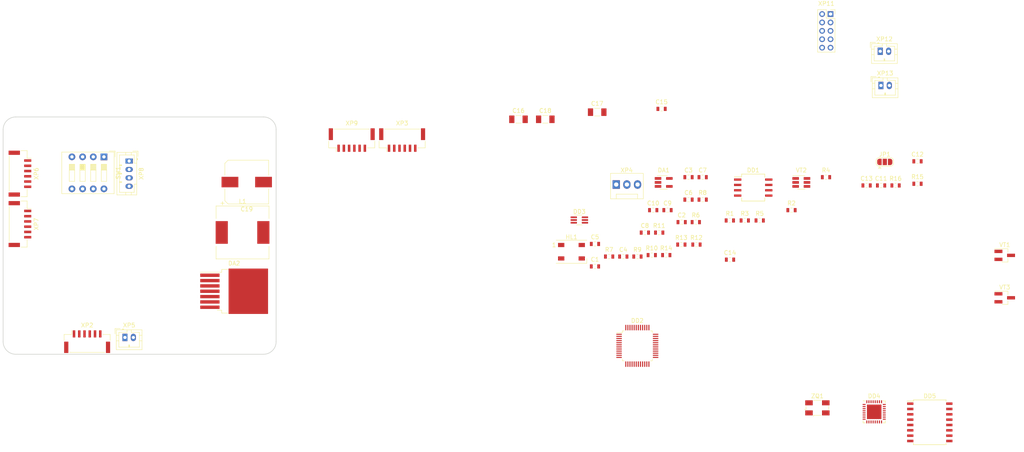
<source format=kicad_pcb>
(kicad_pcb (version 20171130) (host pcbnew 5.0.0-rc2-dev-unknown-cb2c447~63~ubuntu17.10.1)

  (general
    (thickness 1.6)
    (drawings 8)
    (tracks 0)
    (zones 0)
    (modules 61)
    (nets 55)
  )

  (page A3)
  (title_block
    (title "OBC Drone HAT")
    (date 2018-03-21)
    (company VEHQ)
    (comment 1 VEHQ-OBCDRONEHAT-V1)
    (comment 2 "Ermakov V.A.")
  )

  (layers
    (0 F.Cu signal)
    (31 B.Cu signal)
    (32 B.Adhes user)
    (33 F.Adhes user)
    (34 B.Paste user)
    (35 F.Paste user)
    (36 B.SilkS user)
    (37 F.SilkS user)
    (38 B.Mask user)
    (39 F.Mask user)
    (40 Dwgs.User user)
    (41 Cmts.User user)
    (42 Eco1.User user)
    (43 Eco2.User user)
    (44 Edge.Cuts user)
    (45 Margin user)
    (46 B.CrtYd user)
    (47 F.CrtYd user)
    (48 B.Fab user)
    (49 F.Fab user)
  )

  (setup
    (last_trace_width 0.25)
    (trace_clearance 0.2)
    (zone_clearance 0.508)
    (zone_45_only no)
    (trace_min 0.2)
    (segment_width 0.2)
    (edge_width 0.15)
    (via_size 0.6)
    (via_drill 0.4)
    (via_min_size 0.4)
    (via_min_drill 0.3)
    (uvia_size 0.3)
    (uvia_drill 0.1)
    (uvias_allowed no)
    (uvia_min_size 0.2)
    (uvia_min_drill 0.1)
    (pcb_text_width 0.3)
    (pcb_text_size 1.5 1.5)
    (mod_edge_width 0.15)
    (mod_text_size 1 1)
    (mod_text_width 0.15)
    (pad_size 1.524 1.524)
    (pad_drill 0.762)
    (pad_to_mask_clearance 0.2)
    (aux_axis_origin 130 140)
    (grid_origin 130 140)
    (visible_elements FFFFFF7F)
    (pcbplotparams
      (layerselection 0x00030_80000001)
      (usegerberextensions false)
      (usegerberattributes false)
      (usegerberadvancedattributes false)
      (creategerberjobfile false)
      (excludeedgelayer true)
      (linewidth 0.100000)
      (plotframeref false)
      (viasonmask false)
      (mode 1)
      (useauxorigin false)
      (hpglpennumber 1)
      (hpglpenspeed 20)
      (hpglpendiameter 15)
      (psnegative false)
      (psa4output false)
      (plotreference true)
      (plotvalue true)
      (plotinvisibletext false)
      (padsonsilk false)
      (subtractmaskfromsilk false)
      (outputformat 1)
      (mirror false)
      (drillshape 1)
      (scaleselection 1)
      (outputdirectory ""))
  )

  (net 0 "")
  (net 1 GND)
  (net 2 "/RC IO MCU/ADC_IN0_Vbat")
  (net 3 "/RC IO MCU/ADC_IN1_5V")
  (net 4 +3.3VP)
  (net 5 ADC_V5hat)
  (net 6 "/RC IO MCU/Rx_5V")
  (net 7 +5VP)
  (net 8 "Net-(C13-Pad1)")
  (net 9 "Net-(C15-Pad2)")
  (net 10 /DC-DC/VSW)
  (net 11 ADC_Vbat)
  (net 12 "/RC IO MCU/~Rx_EN")
  (net 13 /RPi/ID_SDA)
  (net 14 /RPi/ID_SCL)
  (net 15 ~HAT_ID_WE)
  (net 16 HAT_CLK)
  (net 17 "/RC IO MCU/Rx_SBUS")
  (net 18 RPI_SPI0_SCLK)
  (net 19 RPI_SPI0_MISO)
  (net 20 RPI_SPI0_MOSI)
  (net 21 "/RC IO MCU/Rx_S.port")
  (net 22 "/RC IO MCU/STM_U1_TX")
  (net 23 "/RC IO MCU/STM_U1_RX")
  (net 24 "/RC IO MCU/SWDIO")
  (net 25 "/RC IO MCU/SWCLK")
  (net 26 "/RC IO MCU/WS_DOUT")
  (net 27 "/RC IO MCU/STM_CPPM")
  (net 28 "/RC IO MCU/CPPM_SEL")
  (net 29 RPI_SCL)
  (net 30 RPI_SDA)
  (net 31 STM_BOOT0)
  (net 32 "/RC IO MCU/~FAN_PWM")
  (net 33 "/RC IO MCU/FAN_RPM")
  (net 34 "/RC IO MCU/Rx_CPPM")
  (net 35 "/RC IO MCU/CPPM_OUT")
  (net 36 /UART/ZQ_CLK)
  (net 37 RPI_GPCLK0)
  (net 38 "Net-(R6-Pad2)")
  (net 39 ~HAT_RST)
  (net 40 ~SER_IRQ)
  (net 41 CFG_ID0)
  (net 42 CFG_ID1)
  (net 43 CFG_ID2)
  (net 44 "/RC IO MCU/FAN+")
  (net 45 /UART/~U0_RTS)
  (net 46 /UART/~U0_CTX)
  (net 47 /UART/U0_RX)
  (net 48 /UART/U0_TX)
  (net 49 /UART/U1_TX)
  (net 50 /UART/U1_RX)
  (net 51 /UART/~U1_CTX)
  (net 52 /UART/~U1_RTS)
  (net 53 /RPi/ZVD_B)
  (net 54 /RPi/ZVD_G)

  (net_class Default "Это класс цепей по умолчанию."
    (clearance 0.2)
    (trace_width 0.25)
    (via_dia 0.6)
    (via_drill 0.4)
    (uvia_dia 0.3)
    (uvia_drill 0.1)
    (add_net +3.3VP)
    (add_net +5VP)
    (add_net /DC-DC/VSW)
    (add_net "/RC IO MCU/ADC_IN0_Vbat")
    (add_net "/RC IO MCU/ADC_IN1_5V")
    (add_net "/RC IO MCU/CPPM_OUT")
    (add_net "/RC IO MCU/CPPM_SEL")
    (add_net "/RC IO MCU/FAN+")
    (add_net "/RC IO MCU/FAN_RPM")
    (add_net "/RC IO MCU/Rx_5V")
    (add_net "/RC IO MCU/Rx_CPPM")
    (add_net "/RC IO MCU/Rx_S.port")
    (add_net "/RC IO MCU/Rx_SBUS")
    (add_net "/RC IO MCU/STM_CPPM")
    (add_net "/RC IO MCU/STM_U1_RX")
    (add_net "/RC IO MCU/STM_U1_TX")
    (add_net "/RC IO MCU/SWCLK")
    (add_net "/RC IO MCU/SWDIO")
    (add_net "/RC IO MCU/WS_DOUT")
    (add_net "/RC IO MCU/~FAN_PWM")
    (add_net "/RC IO MCU/~Rx_EN")
    (add_net /RPi/ID_SCL)
    (add_net /RPi/ID_SDA)
    (add_net /RPi/ZVD_B)
    (add_net /RPi/ZVD_G)
    (add_net /UART/U0_RX)
    (add_net /UART/U0_TX)
    (add_net /UART/U1_RX)
    (add_net /UART/U1_TX)
    (add_net /UART/ZQ_CLK)
    (add_net /UART/~U0_CTX)
    (add_net /UART/~U0_RTS)
    (add_net /UART/~U1_CTX)
    (add_net /UART/~U1_RTS)
    (add_net ADC_V5hat)
    (add_net ADC_Vbat)
    (add_net CFG_ID0)
    (add_net CFG_ID1)
    (add_net CFG_ID2)
    (add_net GND)
    (add_net HAT_CLK)
    (add_net "Net-(C13-Pad1)")
    (add_net "Net-(C15-Pad2)")
    (add_net "Net-(R6-Pad2)")
    (add_net RPI_GPCLK0)
    (add_net RPI_SCL)
    (add_net RPI_SDA)
    (add_net RPI_SPI0_MISO)
    (add_net RPI_SPI0_MOSI)
    (add_net RPI_SPI0_SCLK)
    (add_net STM_BOOT0)
    (add_net ~HAT_ID_WE)
    (add_net ~HAT_RST)
    (add_net ~SER_IRQ)
  )

  (module Capacitor_SMD:C_0603_1608Metric (layer F.Cu) (tedit 59FE48B8) (tstamp 5B0B6762)
    (at 270.915001 119.0875)
    (descr "Capacitor SMD 0603 (1608 Metric), square (rectangular) end terminal, IPC_7351 nominal, (Body size source: http://www.tortai-tech.com/upload/download/2011102023233369053.pdf), generated with kicad-footprint-generator")
    (tags capacitor)
    (path /5AAFFDF6/5AE5C981)
    (attr smd)
    (fp_text reference C1 (at 0 -1.65) (layer F.SilkS)
      (effects (font (size 1 1) (thickness 0.15)))
    )
    (fp_text value 0.1 (at 0 1.65) (layer F.Fab)
      (effects (font (size 1 1) (thickness 0.15)))
    )
    (fp_text user %R (at 0 0) (layer F.Fab)
      (effects (font (size 0.5 0.5) (thickness 0.08)))
    )
    (fp_line (start 1.46 0.75) (end -1.46 0.75) (layer F.CrtYd) (width 0.05))
    (fp_line (start 1.46 -0.75) (end 1.46 0.75) (layer F.CrtYd) (width 0.05))
    (fp_line (start -1.46 -0.75) (end 1.46 -0.75) (layer F.CrtYd) (width 0.05))
    (fp_line (start -1.46 0.75) (end -1.46 -0.75) (layer F.CrtYd) (width 0.05))
    (fp_line (start -0.22 0.51) (end 0.22 0.51) (layer F.SilkS) (width 0.12))
    (fp_line (start -0.22 -0.51) (end 0.22 -0.51) (layer F.SilkS) (width 0.12))
    (fp_line (start 0.8 0.4) (end -0.8 0.4) (layer F.Fab) (width 0.1))
    (fp_line (start 0.8 -0.4) (end 0.8 0.4) (layer F.Fab) (width 0.1))
    (fp_line (start -0.8 -0.4) (end 0.8 -0.4) (layer F.Fab) (width 0.1))
    (fp_line (start -0.8 0.4) (end -0.8 -0.4) (layer F.Fab) (width 0.1))
    (pad 2 smd rect (at 0.875 0) (size 0.67 1) (layers F.Cu F.Paste F.Mask)
      (net 1 GND))
    (pad 1 smd rect (at -0.875 0) (size 0.67 1) (layers F.Cu F.Paste F.Mask)
      (net 2 "/RC IO MCU/ADC_IN0_Vbat"))
    (model ${KISYS3DMOD}/Capacitor_SMD.3dshapes/C_0603_1608Metric.wrl
      (at (xyz 0 0 0))
      (scale (xyz 1 1 1))
      (rotate (xyz 0 0 0))
    )
  )

  (module Capacitor_SMD:C_0603_1608Metric (layer F.Cu) (tedit 59FE48B8) (tstamp 5B0B6773)
    (at 291.555001 108.5375)
    (descr "Capacitor SMD 0603 (1608 Metric), square (rectangular) end terminal, IPC_7351 nominal, (Body size source: http://www.tortai-tech.com/upload/download/2011102023233369053.pdf), generated with kicad-footprint-generator")
    (tags capacitor)
    (path /5AAFFDF6/5AE5CAA9)
    (attr smd)
    (fp_text reference C2 (at 0 -1.65) (layer F.SilkS)
      (effects (font (size 1 1) (thickness 0.15)))
    )
    (fp_text value 0.1 (at 0 1.65) (layer F.Fab)
      (effects (font (size 1 1) (thickness 0.15)))
    )
    (fp_line (start -0.8 0.4) (end -0.8 -0.4) (layer F.Fab) (width 0.1))
    (fp_line (start -0.8 -0.4) (end 0.8 -0.4) (layer F.Fab) (width 0.1))
    (fp_line (start 0.8 -0.4) (end 0.8 0.4) (layer F.Fab) (width 0.1))
    (fp_line (start 0.8 0.4) (end -0.8 0.4) (layer F.Fab) (width 0.1))
    (fp_line (start -0.22 -0.51) (end 0.22 -0.51) (layer F.SilkS) (width 0.12))
    (fp_line (start -0.22 0.51) (end 0.22 0.51) (layer F.SilkS) (width 0.12))
    (fp_line (start -1.46 0.75) (end -1.46 -0.75) (layer F.CrtYd) (width 0.05))
    (fp_line (start -1.46 -0.75) (end 1.46 -0.75) (layer F.CrtYd) (width 0.05))
    (fp_line (start 1.46 -0.75) (end 1.46 0.75) (layer F.CrtYd) (width 0.05))
    (fp_line (start 1.46 0.75) (end -1.46 0.75) (layer F.CrtYd) (width 0.05))
    (fp_text user %R (at 0 0) (layer F.Fab)
      (effects (font (size 0.5 0.5) (thickness 0.08)))
    )
    (pad 1 smd rect (at -0.875 0) (size 0.67 1) (layers F.Cu F.Paste F.Mask)
      (net 3 "/RC IO MCU/ADC_IN1_5V"))
    (pad 2 smd rect (at 0.875 0) (size 0.67 1) (layers F.Cu F.Paste F.Mask)
      (net 1 GND))
    (model ${KISYS3DMOD}/Capacitor_SMD.3dshapes/C_0603_1608Metric.wrl
      (at (xyz 0 0 0))
      (scale (xyz 1 1 1))
      (rotate (xyz 0 0 0))
    )
  )

  (module Capacitor_SMD:C_0603_1608Metric (layer F.Cu) (tedit 59FE48B8) (tstamp 5B0B6784)
    (at 293.185001 97.8375)
    (descr "Capacitor SMD 0603 (1608 Metric), square (rectangular) end terminal, IPC_7351 nominal, (Body size source: http://www.tortai-tech.com/upload/download/2011102023233369053.pdf), generated with kicad-footprint-generator")
    (tags capacitor)
    (path /5AAFFDF6/5AC3127E)
    (attr smd)
    (fp_text reference C3 (at 0 -1.65) (layer F.SilkS)
      (effects (font (size 1 1) (thickness 0.15)))
    )
    (fp_text value 0.1 (at 0 1.65) (layer F.Fab)
      (effects (font (size 1 1) (thickness 0.15)))
    )
    (fp_line (start -0.8 0.4) (end -0.8 -0.4) (layer F.Fab) (width 0.1))
    (fp_line (start -0.8 -0.4) (end 0.8 -0.4) (layer F.Fab) (width 0.1))
    (fp_line (start 0.8 -0.4) (end 0.8 0.4) (layer F.Fab) (width 0.1))
    (fp_line (start 0.8 0.4) (end -0.8 0.4) (layer F.Fab) (width 0.1))
    (fp_line (start -0.22 -0.51) (end 0.22 -0.51) (layer F.SilkS) (width 0.12))
    (fp_line (start -0.22 0.51) (end 0.22 0.51) (layer F.SilkS) (width 0.12))
    (fp_line (start -1.46 0.75) (end -1.46 -0.75) (layer F.CrtYd) (width 0.05))
    (fp_line (start -1.46 -0.75) (end 1.46 -0.75) (layer F.CrtYd) (width 0.05))
    (fp_line (start 1.46 -0.75) (end 1.46 0.75) (layer F.CrtYd) (width 0.05))
    (fp_line (start 1.46 0.75) (end -1.46 0.75) (layer F.CrtYd) (width 0.05))
    (fp_text user %R (at 0 0) (layer F.Fab)
      (effects (font (size 0.5 0.5) (thickness 0.08)))
    )
    (pad 1 smd rect (at -0.875 0) (size 0.67 1) (layers F.Cu F.Paste F.Mask)
      (net 4 +3.3VP))
    (pad 2 smd rect (at 0.875 0) (size 0.67 1) (layers F.Cu F.Paste F.Mask)
      (net 1 GND))
    (model ${KISYS3DMOD}/Capacitor_SMD.3dshapes/C_0603_1608Metric.wrl
      (at (xyz 0 0 0))
      (scale (xyz 1 1 1))
      (rotate (xyz 0 0 0))
    )
  )

  (module Capacitor_SMD:C_0603_1608Metric (layer F.Cu) (tedit 59FE48B8) (tstamp 5B0B6795)
    (at 277.655001 116.7375)
    (descr "Capacitor SMD 0603 (1608 Metric), square (rectangular) end terminal, IPC_7351 nominal, (Body size source: http://www.tortai-tech.com/upload/download/2011102023233369053.pdf), generated with kicad-footprint-generator")
    (tags capacitor)
    (path /5AAFFDF6/5AC31497)
    (attr smd)
    (fp_text reference C4 (at 0 -1.65) (layer F.SilkS)
      (effects (font (size 1 1) (thickness 0.15)))
    )
    (fp_text value 0.1 (at 0 1.65) (layer F.Fab)
      (effects (font (size 1 1) (thickness 0.15)))
    )
    (fp_line (start -0.8 0.4) (end -0.8 -0.4) (layer F.Fab) (width 0.1))
    (fp_line (start -0.8 -0.4) (end 0.8 -0.4) (layer F.Fab) (width 0.1))
    (fp_line (start 0.8 -0.4) (end 0.8 0.4) (layer F.Fab) (width 0.1))
    (fp_line (start 0.8 0.4) (end -0.8 0.4) (layer F.Fab) (width 0.1))
    (fp_line (start -0.22 -0.51) (end 0.22 -0.51) (layer F.SilkS) (width 0.12))
    (fp_line (start -0.22 0.51) (end 0.22 0.51) (layer F.SilkS) (width 0.12))
    (fp_line (start -1.46 0.75) (end -1.46 -0.75) (layer F.CrtYd) (width 0.05))
    (fp_line (start -1.46 -0.75) (end 1.46 -0.75) (layer F.CrtYd) (width 0.05))
    (fp_line (start 1.46 -0.75) (end 1.46 0.75) (layer F.CrtYd) (width 0.05))
    (fp_line (start 1.46 0.75) (end -1.46 0.75) (layer F.CrtYd) (width 0.05))
    (fp_text user %R (at 0 0) (layer F.Fab)
      (effects (font (size 0.5 0.5) (thickness 0.08)))
    )
    (pad 1 smd rect (at -0.875 0) (size 0.67 1) (layers F.Cu F.Paste F.Mask)
      (net 4 +3.3VP))
    (pad 2 smd rect (at 0.875 0) (size 0.67 1) (layers F.Cu F.Paste F.Mask)
      (net 1 GND))
    (model ${KISYS3DMOD}/Capacitor_SMD.3dshapes/C_0603_1608Metric.wrl
      (at (xyz 0 0 0))
      (scale (xyz 1 1 1))
      (rotate (xyz 0 0 0))
    )
  )

  (module Capacitor_SMD:C_0603_1608Metric (layer F.Cu) (tedit 59FE48B8) (tstamp 5B0B67A6)
    (at 270.915001 113.7375)
    (descr "Capacitor SMD 0603 (1608 Metric), square (rectangular) end terminal, IPC_7351 nominal, (Body size source: http://www.tortai-tech.com/upload/download/2011102023233369053.pdf), generated with kicad-footprint-generator")
    (tags capacitor)
    (path /5AAFFDF6/5AC314C5)
    (attr smd)
    (fp_text reference C5 (at 0 -1.65) (layer F.SilkS)
      (effects (font (size 1 1) (thickness 0.15)))
    )
    (fp_text value 0.1 (at 0 1.65) (layer F.Fab)
      (effects (font (size 1 1) (thickness 0.15)))
    )
    (fp_line (start -0.8 0.4) (end -0.8 -0.4) (layer F.Fab) (width 0.1))
    (fp_line (start -0.8 -0.4) (end 0.8 -0.4) (layer F.Fab) (width 0.1))
    (fp_line (start 0.8 -0.4) (end 0.8 0.4) (layer F.Fab) (width 0.1))
    (fp_line (start 0.8 0.4) (end -0.8 0.4) (layer F.Fab) (width 0.1))
    (fp_line (start -0.22 -0.51) (end 0.22 -0.51) (layer F.SilkS) (width 0.12))
    (fp_line (start -0.22 0.51) (end 0.22 0.51) (layer F.SilkS) (width 0.12))
    (fp_line (start -1.46 0.75) (end -1.46 -0.75) (layer F.CrtYd) (width 0.05))
    (fp_line (start -1.46 -0.75) (end 1.46 -0.75) (layer F.CrtYd) (width 0.05))
    (fp_line (start 1.46 -0.75) (end 1.46 0.75) (layer F.CrtYd) (width 0.05))
    (fp_line (start 1.46 0.75) (end -1.46 0.75) (layer F.CrtYd) (width 0.05))
    (fp_text user %R (at 0 0) (layer F.Fab)
      (effects (font (size 0.5 0.5) (thickness 0.08)))
    )
    (pad 1 smd rect (at -0.875 0) (size 0.67 1) (layers F.Cu F.Paste F.Mask)
      (net 4 +3.3VP))
    (pad 2 smd rect (at 0.875 0) (size 0.67 1) (layers F.Cu F.Paste F.Mask)
      (net 1 GND))
    (model ${KISYS3DMOD}/Capacitor_SMD.3dshapes/C_0603_1608Metric.wrl
      (at (xyz 0 0 0))
      (scale (xyz 1 1 1))
      (rotate (xyz 0 0 0))
    )
  )

  (module Capacitor_SMD:C_0603_1608Metric (layer F.Cu) (tedit 59FE48B8) (tstamp 5B0B67B7)
    (at 293.185001 103.1875)
    (descr "Capacitor SMD 0603 (1608 Metric), square (rectangular) end terminal, IPC_7351 nominal, (Body size source: http://www.tortai-tech.com/upload/download/2011102023233369053.pdf), generated with kicad-footprint-generator")
    (tags capacitor)
    (path /5AAFFDF6/5AC314ED)
    (attr smd)
    (fp_text reference C6 (at 0 -1.65) (layer F.SilkS)
      (effects (font (size 1 1) (thickness 0.15)))
    )
    (fp_text value 0.1 (at 0 1.65) (layer F.Fab)
      (effects (font (size 1 1) (thickness 0.15)))
    )
    (fp_line (start -0.8 0.4) (end -0.8 -0.4) (layer F.Fab) (width 0.1))
    (fp_line (start -0.8 -0.4) (end 0.8 -0.4) (layer F.Fab) (width 0.1))
    (fp_line (start 0.8 -0.4) (end 0.8 0.4) (layer F.Fab) (width 0.1))
    (fp_line (start 0.8 0.4) (end -0.8 0.4) (layer F.Fab) (width 0.1))
    (fp_line (start -0.22 -0.51) (end 0.22 -0.51) (layer F.SilkS) (width 0.12))
    (fp_line (start -0.22 0.51) (end 0.22 0.51) (layer F.SilkS) (width 0.12))
    (fp_line (start -1.46 0.75) (end -1.46 -0.75) (layer F.CrtYd) (width 0.05))
    (fp_line (start -1.46 -0.75) (end 1.46 -0.75) (layer F.CrtYd) (width 0.05))
    (fp_line (start 1.46 -0.75) (end 1.46 0.75) (layer F.CrtYd) (width 0.05))
    (fp_line (start 1.46 0.75) (end -1.46 0.75) (layer F.CrtYd) (width 0.05))
    (fp_text user %R (at 0 0) (layer F.Fab)
      (effects (font (size 0.5 0.5) (thickness 0.08)))
    )
    (pad 1 smd rect (at -0.875 0) (size 0.67 1) (layers F.Cu F.Paste F.Mask)
      (net 4 +3.3VP))
    (pad 2 smd rect (at 0.875 0) (size 0.67 1) (layers F.Cu F.Paste F.Mask)
      (net 1 GND))
    (model ${KISYS3DMOD}/Capacitor_SMD.3dshapes/C_0603_1608Metric.wrl
      (at (xyz 0 0 0))
      (scale (xyz 1 1 1))
      (rotate (xyz 0 0 0))
    )
  )

  (module Capacitor_SMD:C_0603_1608Metric (layer F.Cu) (tedit 59FE48B8) (tstamp 5B0B67C8)
    (at 296.555001 97.8375)
    (descr "Capacitor SMD 0603 (1608 Metric), square (rectangular) end terminal, IPC_7351 nominal, (Body size source: http://www.tortai-tech.com/upload/download/2011102023233369053.pdf), generated with kicad-footprint-generator")
    (tags capacitor)
    (path /5AAFFDF6/5AC31513)
    (attr smd)
    (fp_text reference C7 (at 0 -1.65) (layer F.SilkS)
      (effects (font (size 1 1) (thickness 0.15)))
    )
    (fp_text value 0.1 (at 0 1.65) (layer F.Fab)
      (effects (font (size 1 1) (thickness 0.15)))
    )
    (fp_text user %R (at 0 0) (layer F.Fab)
      (effects (font (size 0.5 0.5) (thickness 0.08)))
    )
    (fp_line (start 1.46 0.75) (end -1.46 0.75) (layer F.CrtYd) (width 0.05))
    (fp_line (start 1.46 -0.75) (end 1.46 0.75) (layer F.CrtYd) (width 0.05))
    (fp_line (start -1.46 -0.75) (end 1.46 -0.75) (layer F.CrtYd) (width 0.05))
    (fp_line (start -1.46 0.75) (end -1.46 -0.75) (layer F.CrtYd) (width 0.05))
    (fp_line (start -0.22 0.51) (end 0.22 0.51) (layer F.SilkS) (width 0.12))
    (fp_line (start -0.22 -0.51) (end 0.22 -0.51) (layer F.SilkS) (width 0.12))
    (fp_line (start 0.8 0.4) (end -0.8 0.4) (layer F.Fab) (width 0.1))
    (fp_line (start 0.8 -0.4) (end 0.8 0.4) (layer F.Fab) (width 0.1))
    (fp_line (start -0.8 -0.4) (end 0.8 -0.4) (layer F.Fab) (width 0.1))
    (fp_line (start -0.8 0.4) (end -0.8 -0.4) (layer F.Fab) (width 0.1))
    (pad 2 smd rect (at 0.875 0) (size 0.67 1) (layers F.Cu F.Paste F.Mask)
      (net 1 GND))
    (pad 1 smd rect (at -0.875 0) (size 0.67 1) (layers F.Cu F.Paste F.Mask)
      (net 4 +3.3VP))
    (model ${KISYS3DMOD}/Capacitor_SMD.3dshapes/C_0603_1608Metric.wrl
      (at (xyz 0 0 0))
      (scale (xyz 1 1 1))
      (rotate (xyz 0 0 0))
    )
  )

  (module Capacitor_SMD:C_0603_1608Metric (layer F.Cu) (tedit 59FE48B8) (tstamp 5B0B67D9)
    (at 282.795001 111.0375)
    (descr "Capacitor SMD 0603 (1608 Metric), square (rectangular) end terminal, IPC_7351 nominal, (Body size source: http://www.tortai-tech.com/upload/download/2011102023233369053.pdf), generated with kicad-footprint-generator")
    (tags capacitor)
    (path /5AAFFDF6/5ACA99A8)
    (attr smd)
    (fp_text reference C8 (at 0 -1.65) (layer F.SilkS)
      (effects (font (size 1 1) (thickness 0.15)))
    )
    (fp_text value 0.1 (at 0 1.65) (layer F.Fab)
      (effects (font (size 1 1) (thickness 0.15)))
    )
    (fp_text user %R (at 0 0) (layer F.Fab)
      (effects (font (size 0.5 0.5) (thickness 0.08)))
    )
    (fp_line (start 1.46 0.75) (end -1.46 0.75) (layer F.CrtYd) (width 0.05))
    (fp_line (start 1.46 -0.75) (end 1.46 0.75) (layer F.CrtYd) (width 0.05))
    (fp_line (start -1.46 -0.75) (end 1.46 -0.75) (layer F.CrtYd) (width 0.05))
    (fp_line (start -1.46 0.75) (end -1.46 -0.75) (layer F.CrtYd) (width 0.05))
    (fp_line (start -0.22 0.51) (end 0.22 0.51) (layer F.SilkS) (width 0.12))
    (fp_line (start -0.22 -0.51) (end 0.22 -0.51) (layer F.SilkS) (width 0.12))
    (fp_line (start 0.8 0.4) (end -0.8 0.4) (layer F.Fab) (width 0.1))
    (fp_line (start 0.8 -0.4) (end 0.8 0.4) (layer F.Fab) (width 0.1))
    (fp_line (start -0.8 -0.4) (end 0.8 -0.4) (layer F.Fab) (width 0.1))
    (fp_line (start -0.8 0.4) (end -0.8 -0.4) (layer F.Fab) (width 0.1))
    (pad 2 smd rect (at 0.875 0) (size 0.67 1) (layers F.Cu F.Paste F.Mask)
      (net 1 GND))
    (pad 1 smd rect (at -0.875 0) (size 0.67 1) (layers F.Cu F.Paste F.Mask)
      (net 5 ADC_V5hat))
    (model ${KISYS3DMOD}/Capacitor_SMD.3dshapes/C_0603_1608Metric.wrl
      (at (xyz 0 0 0))
      (scale (xyz 1 1 1))
      (rotate (xyz 0 0 0))
    )
  )

  (module Capacitor_SMD:C_0603_1608Metric (layer F.Cu) (tedit 59FE48B8) (tstamp 5B0B67EA)
    (at 288.185001 105.6875)
    (descr "Capacitor SMD 0603 (1608 Metric), square (rectangular) end terminal, IPC_7351 nominal, (Body size source: http://www.tortai-tech.com/upload/download/2011102023233369053.pdf), generated with kicad-footprint-generator")
    (tags capacitor)
    (path /5AAFFDF6/5AC631FE)
    (attr smd)
    (fp_text reference C9 (at 0 -1.65) (layer F.SilkS)
      (effects (font (size 1 1) (thickness 0.15)))
    )
    (fp_text value 0.1 (at 0 1.65) (layer F.Fab)
      (effects (font (size 1 1) (thickness 0.15)))
    )
    (fp_line (start -0.8 0.4) (end -0.8 -0.4) (layer F.Fab) (width 0.1))
    (fp_line (start -0.8 -0.4) (end 0.8 -0.4) (layer F.Fab) (width 0.1))
    (fp_line (start 0.8 -0.4) (end 0.8 0.4) (layer F.Fab) (width 0.1))
    (fp_line (start 0.8 0.4) (end -0.8 0.4) (layer F.Fab) (width 0.1))
    (fp_line (start -0.22 -0.51) (end 0.22 -0.51) (layer F.SilkS) (width 0.12))
    (fp_line (start -0.22 0.51) (end 0.22 0.51) (layer F.SilkS) (width 0.12))
    (fp_line (start -1.46 0.75) (end -1.46 -0.75) (layer F.CrtYd) (width 0.05))
    (fp_line (start -1.46 -0.75) (end 1.46 -0.75) (layer F.CrtYd) (width 0.05))
    (fp_line (start 1.46 -0.75) (end 1.46 0.75) (layer F.CrtYd) (width 0.05))
    (fp_line (start 1.46 0.75) (end -1.46 0.75) (layer F.CrtYd) (width 0.05))
    (fp_text user %R (at 0 0) (layer F.Fab)
      (effects (font (size 0.5 0.5) (thickness 0.08)))
    )
    (pad 1 smd rect (at -0.875 0) (size 0.67 1) (layers F.Cu F.Paste F.Mask)
      (net 6 "/RC IO MCU/Rx_5V"))
    (pad 2 smd rect (at 0.875 0) (size 0.67 1) (layers F.Cu F.Paste F.Mask)
      (net 1 GND))
    (model ${KISYS3DMOD}/Capacitor_SMD.3dshapes/C_0603_1608Metric.wrl
      (at (xyz 0 0 0))
      (scale (xyz 1 1 1))
      (rotate (xyz 0 0 0))
    )
  )

  (module Capacitor_SMD:C_0603_1608Metric (layer F.Cu) (tedit 59FE48B8) (tstamp 5B0B67FB)
    (at 284.777381 105.6875)
    (descr "Capacitor SMD 0603 (1608 Metric), square (rectangular) end terminal, IPC_7351 nominal, (Body size source: http://www.tortai-tech.com/upload/download/2011102023233369053.pdf), generated with kicad-footprint-generator")
    (tags capacitor)
    (path /5AAFFDF6/5AC63063)
    (attr smd)
    (fp_text reference C10 (at 0 -1.65) (layer F.SilkS)
      (effects (font (size 1 1) (thickness 0.15)))
    )
    (fp_text value 0.1 (at 0 1.65) (layer F.Fab)
      (effects (font (size 1 1) (thickness 0.15)))
    )
    (fp_line (start -0.8 0.4) (end -0.8 -0.4) (layer F.Fab) (width 0.1))
    (fp_line (start -0.8 -0.4) (end 0.8 -0.4) (layer F.Fab) (width 0.1))
    (fp_line (start 0.8 -0.4) (end 0.8 0.4) (layer F.Fab) (width 0.1))
    (fp_line (start 0.8 0.4) (end -0.8 0.4) (layer F.Fab) (width 0.1))
    (fp_line (start -0.22 -0.51) (end 0.22 -0.51) (layer F.SilkS) (width 0.12))
    (fp_line (start -0.22 0.51) (end 0.22 0.51) (layer F.SilkS) (width 0.12))
    (fp_line (start -1.46 0.75) (end -1.46 -0.75) (layer F.CrtYd) (width 0.05))
    (fp_line (start -1.46 -0.75) (end 1.46 -0.75) (layer F.CrtYd) (width 0.05))
    (fp_line (start 1.46 -0.75) (end 1.46 0.75) (layer F.CrtYd) (width 0.05))
    (fp_line (start 1.46 0.75) (end -1.46 0.75) (layer F.CrtYd) (width 0.05))
    (fp_text user %R (at 0 0) (layer F.Fab)
      (effects (font (size 0.5 0.5) (thickness 0.08)))
    )
    (pad 1 smd rect (at -0.875 0) (size 0.67 1) (layers F.Cu F.Paste F.Mask)
      (net 7 +5VP))
    (pad 2 smd rect (at 0.875 0) (size 0.67 1) (layers F.Cu F.Paste F.Mask)
      (net 1 GND))
    (model ${KISYS3DMOD}/Capacitor_SMD.3dshapes/C_0603_1608Metric.wrl
      (at (xyz 0 0 0))
      (scale (xyz 1 1 1))
      (rotate (xyz 0 0 0))
    )
  )

  (module Capacitor_SMD:C_0603_1608Metric (layer F.Cu) (tedit 59FE48B8) (tstamp 5B0B680C)
    (at 339.037381 99.8075)
    (descr "Capacitor SMD 0603 (1608 Metric), square (rectangular) end terminal, IPC_7351 nominal, (Body size source: http://www.tortai-tech.com/upload/download/2011102023233369053.pdf), generated with kicad-footprint-generator")
    (tags capacitor)
    (path /5AAFFDFB/5AB3478D)
    (attr smd)
    (fp_text reference C11 (at 0 -1.65) (layer F.SilkS)
      (effects (font (size 1 1) (thickness 0.15)))
    )
    (fp_text value 0.1 (at 0 1.65) (layer F.Fab)
      (effects (font (size 1 1) (thickness 0.15)))
    )
    (fp_text user %R (at 0 0) (layer F.Fab)
      (effects (font (size 0.5 0.5) (thickness 0.08)))
    )
    (fp_line (start 1.46 0.75) (end -1.46 0.75) (layer F.CrtYd) (width 0.05))
    (fp_line (start 1.46 -0.75) (end 1.46 0.75) (layer F.CrtYd) (width 0.05))
    (fp_line (start -1.46 -0.75) (end 1.46 -0.75) (layer F.CrtYd) (width 0.05))
    (fp_line (start -1.46 0.75) (end -1.46 -0.75) (layer F.CrtYd) (width 0.05))
    (fp_line (start -0.22 0.51) (end 0.22 0.51) (layer F.SilkS) (width 0.12))
    (fp_line (start -0.22 -0.51) (end 0.22 -0.51) (layer F.SilkS) (width 0.12))
    (fp_line (start 0.8 0.4) (end -0.8 0.4) (layer F.Fab) (width 0.1))
    (fp_line (start 0.8 -0.4) (end 0.8 0.4) (layer F.Fab) (width 0.1))
    (fp_line (start -0.8 -0.4) (end 0.8 -0.4) (layer F.Fab) (width 0.1))
    (fp_line (start -0.8 0.4) (end -0.8 -0.4) (layer F.Fab) (width 0.1))
    (pad 2 smd rect (at 0.875 0) (size 0.67 1) (layers F.Cu F.Paste F.Mask)
      (net 1 GND))
    (pad 1 smd rect (at -0.875 0) (size 0.67 1) (layers F.Cu F.Paste F.Mask)
      (net 4 +3.3VP))
    (model ${KISYS3DMOD}/Capacitor_SMD.3dshapes/C_0603_1608Metric.wrl
      (at (xyz 0 0 0))
      (scale (xyz 1 1 1))
      (rotate (xyz 0 0 0))
    )
  )

  (module Capacitor_SMD:C_0603_1608Metric (layer F.Cu) (tedit 59FE48B8) (tstamp 5B0B681D)
    (at 347.707381 94.0575)
    (descr "Capacitor SMD 0603 (1608 Metric), square (rectangular) end terminal, IPC_7351 nominal, (Body size source: http://www.tortai-tech.com/upload/download/2011102023233369053.pdf), generated with kicad-footprint-generator")
    (tags capacitor)
    (path /5AAFFDFB/5AC0F665)
    (attr smd)
    (fp_text reference C12 (at 0 -1.65) (layer F.SilkS)
      (effects (font (size 1 1) (thickness 0.15)))
    )
    (fp_text value 0.1 (at 0 1.65) (layer F.Fab)
      (effects (font (size 1 1) (thickness 0.15)))
    )
    (fp_line (start -0.8 0.4) (end -0.8 -0.4) (layer F.Fab) (width 0.1))
    (fp_line (start -0.8 -0.4) (end 0.8 -0.4) (layer F.Fab) (width 0.1))
    (fp_line (start 0.8 -0.4) (end 0.8 0.4) (layer F.Fab) (width 0.1))
    (fp_line (start 0.8 0.4) (end -0.8 0.4) (layer F.Fab) (width 0.1))
    (fp_line (start -0.22 -0.51) (end 0.22 -0.51) (layer F.SilkS) (width 0.12))
    (fp_line (start -0.22 0.51) (end 0.22 0.51) (layer F.SilkS) (width 0.12))
    (fp_line (start -1.46 0.75) (end -1.46 -0.75) (layer F.CrtYd) (width 0.05))
    (fp_line (start -1.46 -0.75) (end 1.46 -0.75) (layer F.CrtYd) (width 0.05))
    (fp_line (start 1.46 -0.75) (end 1.46 0.75) (layer F.CrtYd) (width 0.05))
    (fp_line (start 1.46 0.75) (end -1.46 0.75) (layer F.CrtYd) (width 0.05))
    (fp_text user %R (at 0 0) (layer F.Fab)
      (effects (font (size 0.5 0.5) (thickness 0.08)))
    )
    (pad 1 smd rect (at -0.875 0) (size 0.67 1) (layers F.Cu F.Paste F.Mask)
      (net 4 +3.3VP))
    (pad 2 smd rect (at 0.875 0) (size 0.67 1) (layers F.Cu F.Paste F.Mask)
      (net 1 GND))
    (model ${KISYS3DMOD}/Capacitor_SMD.3dshapes/C_0603_1608Metric.wrl
      (at (xyz 0 0 0))
      (scale (xyz 1 1 1))
      (rotate (xyz 0 0 0))
    )
  )

  (module Capacitor_SMD:C_0603_1608Metric (layer F.Cu) (tedit 59FE48B8) (tstamp 5B0B682E)
    (at 335.587381 99.8075)
    (descr "Capacitor SMD 0603 (1608 Metric), square (rectangular) end terminal, IPC_7351 nominal, (Body size source: http://www.tortai-tech.com/upload/download/2011102023233369053.pdf), generated with kicad-footprint-generator")
    (tags capacitor)
    (path /5AAFFDFB/5AC0F72E)
    (attr smd)
    (fp_text reference C13 (at 0 -1.65) (layer F.SilkS)
      (effects (font (size 1 1) (thickness 0.15)))
    )
    (fp_text value 0.1 (at 0 1.65) (layer F.Fab)
      (effects (font (size 1 1) (thickness 0.15)))
    )
    (fp_text user %R (at 0 0) (layer F.Fab)
      (effects (font (size 0.5 0.5) (thickness 0.08)))
    )
    (fp_line (start 1.46 0.75) (end -1.46 0.75) (layer F.CrtYd) (width 0.05))
    (fp_line (start 1.46 -0.75) (end 1.46 0.75) (layer F.CrtYd) (width 0.05))
    (fp_line (start -1.46 -0.75) (end 1.46 -0.75) (layer F.CrtYd) (width 0.05))
    (fp_line (start -1.46 0.75) (end -1.46 -0.75) (layer F.CrtYd) (width 0.05))
    (fp_line (start -0.22 0.51) (end 0.22 0.51) (layer F.SilkS) (width 0.12))
    (fp_line (start -0.22 -0.51) (end 0.22 -0.51) (layer F.SilkS) (width 0.12))
    (fp_line (start 0.8 0.4) (end -0.8 0.4) (layer F.Fab) (width 0.1))
    (fp_line (start 0.8 -0.4) (end 0.8 0.4) (layer F.Fab) (width 0.1))
    (fp_line (start -0.8 -0.4) (end 0.8 -0.4) (layer F.Fab) (width 0.1))
    (fp_line (start -0.8 0.4) (end -0.8 -0.4) (layer F.Fab) (width 0.1))
    (pad 2 smd rect (at 0.875 0) (size 0.67 1) (layers F.Cu F.Paste F.Mask)
      (net 1 GND))
    (pad 1 smd rect (at -0.875 0) (size 0.67 1) (layers F.Cu F.Paste F.Mask)
      (net 8 "Net-(C13-Pad1)"))
    (model ${KISYS3DMOD}/Capacitor_SMD.3dshapes/C_0603_1608Metric.wrl
      (at (xyz 0 0 0))
      (scale (xyz 1 1 1))
      (rotate (xyz 0 0 0))
    )
  )

  (module Capacitor_SMD:C_0603_1608Metric (layer F.Cu) (tedit 59FE48B8) (tstamp 5B0B683F)
    (at 303.067381 117.4775)
    (descr "Capacitor SMD 0603 (1608 Metric), square (rectangular) end terminal, IPC_7351 nominal, (Body size source: http://www.tortai-tech.com/upload/download/2011102023233369053.pdf), generated with kicad-footprint-generator")
    (tags capacitor)
    (path /5AAFFE00/5AC0D763)
    (attr smd)
    (fp_text reference C14 (at 0 -1.65) (layer F.SilkS)
      (effects (font (size 1 1) (thickness 0.15)))
    )
    (fp_text value 0.1 (at 0 1.65) (layer F.Fab)
      (effects (font (size 1 1) (thickness 0.15)))
    )
    (fp_text user %R (at 0 0) (layer F.Fab)
      (effects (font (size 0.5 0.5) (thickness 0.08)))
    )
    (fp_line (start 1.46 0.75) (end -1.46 0.75) (layer F.CrtYd) (width 0.05))
    (fp_line (start 1.46 -0.75) (end 1.46 0.75) (layer F.CrtYd) (width 0.05))
    (fp_line (start -1.46 -0.75) (end 1.46 -0.75) (layer F.CrtYd) (width 0.05))
    (fp_line (start -1.46 0.75) (end -1.46 -0.75) (layer F.CrtYd) (width 0.05))
    (fp_line (start -0.22 0.51) (end 0.22 0.51) (layer F.SilkS) (width 0.12))
    (fp_line (start -0.22 -0.51) (end 0.22 -0.51) (layer F.SilkS) (width 0.12))
    (fp_line (start 0.8 0.4) (end -0.8 0.4) (layer F.Fab) (width 0.1))
    (fp_line (start 0.8 -0.4) (end 0.8 0.4) (layer F.Fab) (width 0.1))
    (fp_line (start -0.8 -0.4) (end 0.8 -0.4) (layer F.Fab) (width 0.1))
    (fp_line (start -0.8 0.4) (end -0.8 -0.4) (layer F.Fab) (width 0.1))
    (pad 2 smd rect (at 0.875 0) (size 0.67 1) (layers F.Cu F.Paste F.Mask)
      (net 1 GND))
    (pad 1 smd rect (at -0.875 0) (size 0.67 1) (layers F.Cu F.Paste F.Mask)
      (net 4 +3.3VP))
    (model ${KISYS3DMOD}/Capacitor_SMD.3dshapes/C_0603_1608Metric.wrl
      (at (xyz 0 0 0))
      (scale (xyz 1 1 1))
      (rotate (xyz 0 0 0))
    )
  )

  (module Capacitor_SMD:C_0603_1608Metric (layer F.Cu) (tedit 59FE48B8) (tstamp 5B0B6850)
    (at 286.771666 81.5775)
    (descr "Capacitor SMD 0603 (1608 Metric), square (rectangular) end terminal, IPC_7351 nominal, (Body size source: http://www.tortai-tech.com/upload/download/2011102023233369053.pdf), generated with kicad-footprint-generator")
    (tags capacitor)
    (path /5AB4269F/5AD6310A)
    (attr smd)
    (fp_text reference C15 (at 0 -1.65) (layer F.SilkS)
      (effects (font (size 1 1) (thickness 0.15)))
    )
    (fp_text value 0.01 (at 0 1.65) (layer F.Fab)
      (effects (font (size 1 1) (thickness 0.15)))
    )
    (fp_text user %R (at 0 0) (layer F.Fab)
      (effects (font (size 0.5 0.5) (thickness 0.08)))
    )
    (fp_line (start 1.46 0.75) (end -1.46 0.75) (layer F.CrtYd) (width 0.05))
    (fp_line (start 1.46 -0.75) (end 1.46 0.75) (layer F.CrtYd) (width 0.05))
    (fp_line (start -1.46 -0.75) (end 1.46 -0.75) (layer F.CrtYd) (width 0.05))
    (fp_line (start -1.46 0.75) (end -1.46 -0.75) (layer F.CrtYd) (width 0.05))
    (fp_line (start -0.22 0.51) (end 0.22 0.51) (layer F.SilkS) (width 0.12))
    (fp_line (start -0.22 -0.51) (end 0.22 -0.51) (layer F.SilkS) (width 0.12))
    (fp_line (start 0.8 0.4) (end -0.8 0.4) (layer F.Fab) (width 0.1))
    (fp_line (start 0.8 -0.4) (end 0.8 0.4) (layer F.Fab) (width 0.1))
    (fp_line (start -0.8 -0.4) (end 0.8 -0.4) (layer F.Fab) (width 0.1))
    (fp_line (start -0.8 0.4) (end -0.8 -0.4) (layer F.Fab) (width 0.1))
    (pad 2 smd rect (at 0.875 0) (size 0.67 1) (layers F.Cu F.Paste F.Mask)
      (net 9 "Net-(C15-Pad2)"))
    (pad 1 smd rect (at -0.875 0) (size 0.67 1) (layers F.Cu F.Paste F.Mask)
      (net 10 /DC-DC/VSW))
    (model ${KISYS3DMOD}/Capacitor_SMD.3dshapes/C_0603_1608Metric.wrl
      (at (xyz 0 0 0))
      (scale (xyz 1 1 1))
      (rotate (xyz 0 0 0))
    )
  )

  (module Capacitor_SMD:C_1206_3216Metric_Pad1.24x1.80mm_HandSolder (layer F.Cu) (tedit 59FE48B8) (tstamp 5B0B6861)
    (at 252.703571 84.0575)
    (descr "Capacitor SMD 1206 (3216 Metric), square (rectangular) end terminal, IPC_7351 nominal with elongated pad for handsoldering. (Body size source: http://www.tortai-tech.com/upload/download/2011102023233369053.pdf), generated with kicad-footprint-generator")
    (tags "capacitor handsolder")
    (path /5AB4269F/5AD72B23)
    (attr smd)
    (fp_text reference C16 (at 0 -2.05) (layer F.SilkS)
      (effects (font (size 1 1) (thickness 0.15)))
    )
    (fp_text value "10.0 50V" (at 0 2.05) (layer F.Fab)
      (effects (font (size 1 1) (thickness 0.15)))
    )
    (fp_text user %R (at 0 0) (layer F.Fab)
      (effects (font (size 0.8 0.8) (thickness 0.12)))
    )
    (fp_line (start 2.46 1.15) (end -2.46 1.15) (layer F.CrtYd) (width 0.05))
    (fp_line (start 2.46 -1.15) (end 2.46 1.15) (layer F.CrtYd) (width 0.05))
    (fp_line (start -2.46 -1.15) (end 2.46 -1.15) (layer F.CrtYd) (width 0.05))
    (fp_line (start -2.46 1.15) (end -2.46 -1.15) (layer F.CrtYd) (width 0.05))
    (fp_line (start -0.65 0.91) (end 0.65 0.91) (layer F.SilkS) (width 0.12))
    (fp_line (start -0.65 -0.91) (end 0.65 -0.91) (layer F.SilkS) (width 0.12))
    (fp_line (start 1.6 0.8) (end -1.6 0.8) (layer F.Fab) (width 0.1))
    (fp_line (start 1.6 -0.8) (end 1.6 0.8) (layer F.Fab) (width 0.1))
    (fp_line (start -1.6 -0.8) (end 1.6 -0.8) (layer F.Fab) (width 0.1))
    (fp_line (start -1.6 0.8) (end -1.6 -0.8) (layer F.Fab) (width 0.1))
    (pad 2 smd rect (at 1.5925 0) (size 1.245 1.8) (layers F.Cu F.Paste F.Mask)
      (net 1 GND))
    (pad 1 smd rect (at -1.5925 0) (size 1.245 1.8) (layers F.Cu F.Paste F.Mask)
      (net 11 ADC_Vbat))
    (model ${KISYS3DMOD}/Capacitor_SMD.3dshapes/C_1206_3216Metric.wrl
      (at (xyz 0 0 0))
      (scale (xyz 1 1 1))
      (rotate (xyz 0 0 0))
    )
  )

  (module Capacitor_SMD:C_1206_3216Metric_Pad1.24x1.80mm_HandSolder (layer F.Cu) (tedit 59FE48B8) (tstamp 5B0B6872)
    (at 271.443571 82.3575)
    (descr "Capacitor SMD 1206 (3216 Metric), square (rectangular) end terminal, IPC_7351 nominal with elongated pad for handsoldering. (Body size source: http://www.tortai-tech.com/upload/download/2011102023233369053.pdf), generated with kicad-footprint-generator")
    (tags "capacitor handsolder")
    (path /5AB4269F/5AEABA88)
    (attr smd)
    (fp_text reference C17 (at 0 -2.05) (layer F.SilkS)
      (effects (font (size 1 1) (thickness 0.15)))
    )
    (fp_text value "10.0 50V" (at 0 2.05) (layer F.Fab)
      (effects (font (size 1 1) (thickness 0.15)))
    )
    (fp_line (start -1.6 0.8) (end -1.6 -0.8) (layer F.Fab) (width 0.1))
    (fp_line (start -1.6 -0.8) (end 1.6 -0.8) (layer F.Fab) (width 0.1))
    (fp_line (start 1.6 -0.8) (end 1.6 0.8) (layer F.Fab) (width 0.1))
    (fp_line (start 1.6 0.8) (end -1.6 0.8) (layer F.Fab) (width 0.1))
    (fp_line (start -0.65 -0.91) (end 0.65 -0.91) (layer F.SilkS) (width 0.12))
    (fp_line (start -0.65 0.91) (end 0.65 0.91) (layer F.SilkS) (width 0.12))
    (fp_line (start -2.46 1.15) (end -2.46 -1.15) (layer F.CrtYd) (width 0.05))
    (fp_line (start -2.46 -1.15) (end 2.46 -1.15) (layer F.CrtYd) (width 0.05))
    (fp_line (start 2.46 -1.15) (end 2.46 1.15) (layer F.CrtYd) (width 0.05))
    (fp_line (start 2.46 1.15) (end -2.46 1.15) (layer F.CrtYd) (width 0.05))
    (fp_text user %R (at 0 0) (layer F.Fab)
      (effects (font (size 0.8 0.8) (thickness 0.12)))
    )
    (pad 1 smd rect (at -1.5925 0) (size 1.245 1.8) (layers F.Cu F.Paste F.Mask)
      (net 11 ADC_Vbat))
    (pad 2 smd rect (at 1.5925 0) (size 1.245 1.8) (layers F.Cu F.Paste F.Mask)
      (net 1 GND))
    (model ${KISYS3DMOD}/Capacitor_SMD.3dshapes/C_1206_3216Metric.wrl
      (at (xyz 0 0 0))
      (scale (xyz 1 1 1))
      (rotate (xyz 0 0 0))
    )
  )

  (module Capacitor_SMD:C_1206_3216Metric_Pad1.24x1.80mm_HandSolder (layer F.Cu) (tedit 59FE48B8) (tstamp 5B0B6883)
    (at 259.085001 84.0575)
    (descr "Capacitor SMD 1206 (3216 Metric), square (rectangular) end terminal, IPC_7351 nominal with elongated pad for handsoldering. (Body size source: http://www.tortai-tech.com/upload/download/2011102023233369053.pdf), generated with kicad-footprint-generator")
    (tags "capacitor handsolder")
    (path /5AB4269F/5AD61DB7)
    (attr smd)
    (fp_text reference C18 (at 0 -2.05) (layer F.SilkS)
      (effects (font (size 1 1) (thickness 0.15)))
    )
    (fp_text value 0.47 (at 0 2.05) (layer F.Fab)
      (effects (font (size 1 1) (thickness 0.15)))
    )
    (fp_line (start -1.6 0.8) (end -1.6 -0.8) (layer F.Fab) (width 0.1))
    (fp_line (start -1.6 -0.8) (end 1.6 -0.8) (layer F.Fab) (width 0.1))
    (fp_line (start 1.6 -0.8) (end 1.6 0.8) (layer F.Fab) (width 0.1))
    (fp_line (start 1.6 0.8) (end -1.6 0.8) (layer F.Fab) (width 0.1))
    (fp_line (start -0.65 -0.91) (end 0.65 -0.91) (layer F.SilkS) (width 0.12))
    (fp_line (start -0.65 0.91) (end 0.65 0.91) (layer F.SilkS) (width 0.12))
    (fp_line (start -2.46 1.15) (end -2.46 -1.15) (layer F.CrtYd) (width 0.05))
    (fp_line (start -2.46 -1.15) (end 2.46 -1.15) (layer F.CrtYd) (width 0.05))
    (fp_line (start 2.46 -1.15) (end 2.46 1.15) (layer F.CrtYd) (width 0.05))
    (fp_line (start 2.46 1.15) (end -2.46 1.15) (layer F.CrtYd) (width 0.05))
    (fp_text user %R (at 0 0) (layer F.Fab)
      (effects (font (size 0.8 0.8) (thickness 0.12)))
    )
    (pad 1 smd rect (at -1.5925 0) (size 1.245 1.8) (layers F.Cu F.Paste F.Mask)
      (net 11 ADC_Vbat))
    (pad 2 smd rect (at 1.5925 0) (size 1.245 1.8) (layers F.Cu F.Paste F.Mask)
      (net 1 GND))
    (model ${KISYS3DMOD}/Capacitor_SMD.3dshapes/C_1206_3216Metric.wrl
      (at (xyz 0 0 0))
      (scale (xyz 1 1 1))
      (rotate (xyz 0 0 0))
    )
  )

  (module Capacitor_SMD:CP_Elec_10x10.5 (layer F.Cu) (tedit 58AA917F) (tstamp 5B0B689F)
    (at 188 99)
    (descr "SMT capacitor, aluminium electrolytic, 10x10.5")
    (path /5AB4269F/5AD6400F)
    (attr smd)
    (fp_text reference C19 (at 0 6.46) (layer F.SilkS)
      (effects (font (size 1 1) (thickness 0.15)))
    )
    (fp_text value "1000.0 uF 10 V " (at 0 -6.46) (layer F.Fab)
      (effects (font (size 1 1) (thickness 0.15)))
    )
    (fp_circle (center 0 0) (end 0 5) (layer F.Fab) (width 0.1))
    (fp_text user + (at -2.91 -0.08) (layer F.Fab)
      (effects (font (size 1 1) (thickness 0.15)))
    )
    (fp_text user + (at -5.78 4.97) (layer F.SilkS)
      (effects (font (size 1 1) (thickness 0.15)))
    )
    (fp_text user %R (at 0 6.46) (layer F.Fab)
      (effects (font (size 1 1) (thickness 0.15)))
    )
    (fp_line (start -5.21 -4.45) (end -5.21 -1.56) (layer F.SilkS) (width 0.12))
    (fp_line (start -5.21 4.45) (end -5.21 1.56) (layer F.SilkS) (width 0.12))
    (fp_line (start 5.21 5.21) (end 5.21 1.56) (layer F.SilkS) (width 0.12))
    (fp_line (start 5.21 -5.21) (end 5.21 -1.56) (layer F.SilkS) (width 0.12))
    (fp_line (start 5.05 5.05) (end 5.05 -5.05) (layer F.Fab) (width 0.1))
    (fp_line (start -4.38 5.05) (end 5.05 5.05) (layer F.Fab) (width 0.1))
    (fp_line (start -5.05 4.38) (end -4.38 5.05) (layer F.Fab) (width 0.1))
    (fp_line (start -5.05 -4.38) (end -5.05 4.38) (layer F.Fab) (width 0.1))
    (fp_line (start -4.38 -5.05) (end -5.05 -4.38) (layer F.Fab) (width 0.1))
    (fp_line (start 5.05 -5.05) (end -4.38 -5.05) (layer F.Fab) (width 0.1))
    (fp_line (start 5.21 5.21) (end -4.45 5.21) (layer F.SilkS) (width 0.12))
    (fp_line (start -4.45 5.21) (end -5.21 4.45) (layer F.SilkS) (width 0.12))
    (fp_line (start -5.21 -4.45) (end -4.45 -5.21) (layer F.SilkS) (width 0.12))
    (fp_line (start -4.45 -5.21) (end 5.21 -5.21) (layer F.SilkS) (width 0.12))
    (fp_line (start -6.25 -5.31) (end 6.25 -5.31) (layer F.CrtYd) (width 0.05))
    (fp_line (start -6.25 -5.31) (end -6.25 5.3) (layer F.CrtYd) (width 0.05))
    (fp_line (start 6.25 5.3) (end 6.25 -5.31) (layer F.CrtYd) (width 0.05))
    (fp_line (start 6.25 5.3) (end -6.25 5.3) (layer F.CrtYd) (width 0.05))
    (pad 1 smd rect (at -4 0 180) (size 4 2.5) (layers F.Cu F.Paste F.Mask)
      (net 5 ADC_V5hat))
    (pad 2 smd rect (at 4 0 180) (size 4 2.5) (layers F.Cu F.Paste F.Mask)
      (net 1 GND))
    (model ${KISYS3DMOD}/Capacitor_SMD.3dshapes/CP_Elec_10x10.5.wrl
      (at (xyz 0 0 0))
      (scale (xyz 1 1 1))
      (rotate (xyz 0 0 0))
    )
  )

  (module Package_TO_SOT_SMD:SOT-23-5_HandSoldering (layer F.Cu) (tedit 5A0AB76C) (tstamp 5B0B68B4)
    (at 287.277381 99.0875)
    (descr "5-pin SOT23 package")
    (tags "SOT-23-5 hand-soldering")
    (path /5AAFFDF6/5AC5BECB)
    (attr smd)
    (fp_text reference DA1 (at 0 -2.9) (layer F.SilkS)
      (effects (font (size 1 1) (thickness 0.15)))
    )
    (fp_text value NCP361SN (at 0 2.9) (layer F.Fab)
      (effects (font (size 1 1) (thickness 0.15)))
    )
    (fp_text user %R (at 0 0 90) (layer F.Fab)
      (effects (font (size 0.5 0.5) (thickness 0.075)))
    )
    (fp_line (start -0.9 1.61) (end 0.9 1.61) (layer F.SilkS) (width 0.12))
    (fp_line (start 0.9 -1.61) (end -1.55 -1.61) (layer F.SilkS) (width 0.12))
    (fp_line (start -0.9 -0.9) (end -0.25 -1.55) (layer F.Fab) (width 0.1))
    (fp_line (start 0.9 -1.55) (end -0.25 -1.55) (layer F.Fab) (width 0.1))
    (fp_line (start -0.9 -0.9) (end -0.9 1.55) (layer F.Fab) (width 0.1))
    (fp_line (start 0.9 1.55) (end -0.9 1.55) (layer F.Fab) (width 0.1))
    (fp_line (start 0.9 -1.55) (end 0.9 1.55) (layer F.Fab) (width 0.1))
    (fp_line (start -2.38 -1.8) (end 2.38 -1.8) (layer F.CrtYd) (width 0.05))
    (fp_line (start -2.38 -1.8) (end -2.38 1.8) (layer F.CrtYd) (width 0.05))
    (fp_line (start 2.38 1.8) (end 2.38 -1.8) (layer F.CrtYd) (width 0.05))
    (fp_line (start 2.38 1.8) (end -2.38 1.8) (layer F.CrtYd) (width 0.05))
    (pad 1 smd rect (at -1.35 -0.95) (size 1.56 0.65) (layers F.Cu F.Paste F.Mask)
      (net 7 +5VP))
    (pad 2 smd rect (at -1.35 0) (size 1.56 0.65) (layers F.Cu F.Paste F.Mask)
      (net 1 GND))
    (pad 3 smd rect (at -1.35 0.95) (size 1.56 0.65) (layers F.Cu F.Paste F.Mask)
      (net 12 "/RC IO MCU/~Rx_EN"))
    (pad 4 smd rect (at 1.35 0.95) (size 1.56 0.65) (layers F.Cu F.Paste F.Mask))
    (pad 5 smd rect (at 1.35 -0.95) (size 1.56 0.65) (layers F.Cu F.Paste F.Mask)
      (net 6 "/RC IO MCU/Rx_5V"))
    (model ${KISYS3DMOD}/Package_TO_SOT_SMD.3dshapes/SOT-23-5.wrl
      (at (xyz 0 0 0))
      (scale (xyz 1 1 1))
      (rotate (xyz 0 0 0))
    )
  )

  (module Package_TO_SOT_SMD:TO-263-7_TabPin4 (layer F.Cu) (tedit 5A70FC4E) (tstamp 5B0B68EC)
    (at 185 125)
    (descr "TO-263 / D2PAK / DDPAK SMD package, http://www.infineon.com/cms/en/product/packages/PG-TO263/PG-TO263-7-1/")
    (tags "D2PAK DDPAK TO-263 D2PAK-7 TO-263-7 SOT-427")
    (path /5AB4269F/5AD60FA4)
    (attr smd)
    (fp_text reference DA2 (at 0 -6.65) (layer F.SilkS)
      (effects (font (size 1 1) (thickness 0.15)))
    )
    (fp_text value LM2678SX-5.0/NOPB (at 0 6.65) (layer F.Fab)
      (effects (font (size 1 1) (thickness 0.15)))
    )
    (fp_line (start 6.5 -5) (end 7.5 -5) (layer F.Fab) (width 0.1))
    (fp_line (start 7.5 -5) (end 7.5 5) (layer F.Fab) (width 0.1))
    (fp_line (start 7.5 5) (end 6.5 5) (layer F.Fab) (width 0.1))
    (fp_line (start 6.5 -5) (end 6.5 5) (layer F.Fab) (width 0.1))
    (fp_line (start 6.5 5) (end -2.75 5) (layer F.Fab) (width 0.1))
    (fp_line (start -2.75 5) (end -2.75 -4) (layer F.Fab) (width 0.1))
    (fp_line (start -2.75 -4) (end -1.75 -5) (layer F.Fab) (width 0.1))
    (fp_line (start -1.75 -5) (end 6.5 -5) (layer F.Fab) (width 0.1))
    (fp_line (start -2.64 -4.11) (end -7.45 -4.11) (layer F.Fab) (width 0.1))
    (fp_line (start -7.45 -4.11) (end -7.45 -3.51) (layer F.Fab) (width 0.1))
    (fp_line (start -7.45 -3.51) (end -2.75 -3.51) (layer F.Fab) (width 0.1))
    (fp_line (start -2.75 -2.84) (end -7.45 -2.84) (layer F.Fab) (width 0.1))
    (fp_line (start -7.45 -2.84) (end -7.45 -2.24) (layer F.Fab) (width 0.1))
    (fp_line (start -7.45 -2.24) (end -2.75 -2.24) (layer F.Fab) (width 0.1))
    (fp_line (start -2.75 -1.57) (end -7.45 -1.57) (layer F.Fab) (width 0.1))
    (fp_line (start -7.45 -1.57) (end -7.45 -0.97) (layer F.Fab) (width 0.1))
    (fp_line (start -7.45 -0.97) (end -2.75 -0.97) (layer F.Fab) (width 0.1))
    (fp_line (start -2.75 -0.3) (end -7.45 -0.3) (layer F.Fab) (width 0.1))
    (fp_line (start -7.45 -0.3) (end -7.45 0.3) (layer F.Fab) (width 0.1))
    (fp_line (start -7.45 0.3) (end -2.75 0.3) (layer F.Fab) (width 0.1))
    (fp_line (start -2.75 0.97) (end -7.45 0.97) (layer F.Fab) (width 0.1))
    (fp_line (start -7.45 0.97) (end -7.45 1.57) (layer F.Fab) (width 0.1))
    (fp_line (start -7.45 1.57) (end -2.75 1.57) (layer F.Fab) (width 0.1))
    (fp_line (start -2.75 2.24) (end -7.45 2.24) (layer F.Fab) (width 0.1))
    (fp_line (start -7.45 2.24) (end -7.45 2.84) (layer F.Fab) (width 0.1))
    (fp_line (start -7.45 2.84) (end -2.75 2.84) (layer F.Fab) (width 0.1))
    (fp_line (start -2.75 3.51) (end -7.45 3.51) (layer F.Fab) (width 0.1))
    (fp_line (start -7.45 3.51) (end -7.45 4.11) (layer F.Fab) (width 0.1))
    (fp_line (start -7.45 4.11) (end -2.75 4.11) (layer F.Fab) (width 0.1))
    (fp_line (start -1.45 -5.2) (end -2.95 -5.2) (layer F.SilkS) (width 0.12))
    (fp_line (start -2.95 -5.2) (end -2.95 -4.51) (layer F.SilkS) (width 0.12))
    (fp_line (start -2.95 -4.51) (end -8.075 -4.51) (layer F.SilkS) (width 0.12))
    (fp_line (start -1.45 5.2) (end -2.95 5.2) (layer F.SilkS) (width 0.12))
    (fp_line (start -2.95 5.2) (end -2.95 4.51) (layer F.SilkS) (width 0.12))
    (fp_line (start -2.95 4.51) (end -4.05 4.51) (layer F.SilkS) (width 0.12))
    (fp_line (start -8.32 -5.65) (end -8.32 5.65) (layer F.CrtYd) (width 0.05))
    (fp_line (start -8.32 5.65) (end 8.32 5.65) (layer F.CrtYd) (width 0.05))
    (fp_line (start 8.32 5.65) (end 8.32 -5.65) (layer F.CrtYd) (width 0.05))
    (fp_line (start 8.32 -5.65) (end -8.32 -5.65) (layer F.CrtYd) (width 0.05))
    (fp_text user %R (at 0 0) (layer F.Fab)
      (effects (font (size 1 1) (thickness 0.15)))
    )
    (pad 1 smd rect (at -5.775 -3.81) (size 4.6 0.8) (layers F.Cu F.Paste F.Mask)
      (net 10 /DC-DC/VSW))
    (pad 2 smd rect (at -5.775 -2.54) (size 4.6 0.8) (layers F.Cu F.Paste F.Mask)
      (net 11 ADC_Vbat))
    (pad 3 smd rect (at -5.775 -1.27) (size 4.6 0.8) (layers F.Cu F.Paste F.Mask)
      (net 9 "Net-(C15-Pad2)"))
    (pad 4 smd rect (at -5.775 0) (size 4.6 0.8) (layers F.Cu F.Paste F.Mask)
      (net 1 GND))
    (pad 5 smd rect (at -5.775 1.27) (size 4.6 0.8) (layers F.Cu F.Paste F.Mask))
    (pad 6 smd rect (at -5.775 2.54) (size 4.6 0.8) (layers F.Cu F.Paste F.Mask)
      (net 5 ADC_V5hat))
    (pad 7 smd rect (at -5.775 3.81) (size 4.6 0.8) (layers F.Cu F.Paste F.Mask))
    (pad 4 smd rect (at 3.375 0) (size 9.4 10.8) (layers F.Cu F.Mask)
      (net 1 GND))
    (pad "" smd rect (at 5.8 2.775) (size 4.55 5.25) (layers F.Paste))
    (pad "" smd rect (at 0.95 -2.775) (size 4.55 5.25) (layers F.Paste))
    (pad "" smd rect (at 5.8 -2.775) (size 4.55 5.25) (layers F.Paste))
    (pad "" smd rect (at 0.95 2.775) (size 4.55 5.25) (layers F.Paste))
    (model ${KISYS3DMOD}/Package_TO_SOT_SMD.3dshapes/TO-263-7_TabPin4.wrl
      (at (xyz 0 0 0))
      (scale (xyz 1 1 1))
      (rotate (xyz 0 0 0))
    )
  )

  (module Package_SO:SO-8_5.3x6.2mm_P1.27mm (layer F.Cu) (tedit 5A02F2D3) (tstamp 5B0B6909)
    (at 308.59119 100.3175)
    (descr "8-Lead Plastic Small Outline, 5.3x6.2mm Body (http://www.ti.com.cn/cn/lit/ds/symlink/tl7705a.pdf)")
    (tags "SOIC 1.27")
    (path /5AAFFDF1/5AB0087D)
    (attr smd)
    (fp_text reference DD1 (at 0 -4.13) (layer F.SilkS)
      (effects (font (size 1 1) (thickness 0.15)))
    )
    (fp_text value CAT24C256WI-GT3 (at 0 4.13) (layer F.Fab)
      (effects (font (size 1 1) (thickness 0.15)))
    )
    (fp_text user %R (at 0 0) (layer F.Fab)
      (effects (font (size 1 1) (thickness 0.15)))
    )
    (fp_line (start -1.65 -3.1) (end 2.65 -3.1) (layer F.Fab) (width 0.15))
    (fp_line (start 2.65 -3.1) (end 2.65 3.1) (layer F.Fab) (width 0.15))
    (fp_line (start 2.65 3.1) (end -2.65 3.1) (layer F.Fab) (width 0.15))
    (fp_line (start -2.65 3.1) (end -2.65 -2.1) (layer F.Fab) (width 0.15))
    (fp_line (start -2.65 -2.1) (end -1.65 -3.1) (layer F.Fab) (width 0.15))
    (fp_line (start -4.83 -3.35) (end -4.83 3.35) (layer F.CrtYd) (width 0.05))
    (fp_line (start 4.83 -3.35) (end 4.83 3.35) (layer F.CrtYd) (width 0.05))
    (fp_line (start -4.83 -3.35) (end 4.83 -3.35) (layer F.CrtYd) (width 0.05))
    (fp_line (start -4.83 3.35) (end 4.83 3.35) (layer F.CrtYd) (width 0.05))
    (fp_line (start -2.75 -3.205) (end -2.75 -2.55) (layer F.SilkS) (width 0.15))
    (fp_line (start 2.75 -3.205) (end 2.75 -2.455) (layer F.SilkS) (width 0.15))
    (fp_line (start 2.75 3.205) (end 2.75 2.455) (layer F.SilkS) (width 0.15))
    (fp_line (start -2.75 3.205) (end -2.75 2.455) (layer F.SilkS) (width 0.15))
    (fp_line (start -2.75 -3.205) (end 2.75 -3.205) (layer F.SilkS) (width 0.15))
    (fp_line (start -2.75 3.205) (end 2.75 3.205) (layer F.SilkS) (width 0.15))
    (fp_line (start -2.75 -2.55) (end -4.5 -2.55) (layer F.SilkS) (width 0.15))
    (pad 1 smd rect (at -3.7 -1.905) (size 1.75 0.55) (layers F.Cu F.Paste F.Mask)
      (net 1 GND))
    (pad 2 smd rect (at -3.7 -0.635) (size 1.75 0.55) (layers F.Cu F.Paste F.Mask)
      (net 1 GND))
    (pad 3 smd rect (at -3.7 0.635) (size 1.75 0.55) (layers F.Cu F.Paste F.Mask)
      (net 1 GND))
    (pad 4 smd rect (at -3.7 1.905) (size 1.75 0.55) (layers F.Cu F.Paste F.Mask)
      (net 1 GND))
    (pad 5 smd rect (at 3.7 1.905) (size 1.75 0.55) (layers F.Cu F.Paste F.Mask)
      (net 13 /RPi/ID_SDA))
    (pad 6 smd rect (at 3.7 0.635) (size 1.75 0.55) (layers F.Cu F.Paste F.Mask)
      (net 14 /RPi/ID_SCL))
    (pad 7 smd rect (at 3.7 -0.635) (size 1.75 0.55) (layers F.Cu F.Paste F.Mask)
      (net 15 ~HAT_ID_WE))
    (pad 8 smd rect (at 3.7 -1.905) (size 1.75 0.55) (layers F.Cu F.Paste F.Mask)
      (net 4 +3.3VP))
    (model ${KISYS3DMOD}/Package_SO.3dshapes/SO-8_5.3x6.2mm_P1.27mm.wrl
      (at (xyz 0 0 0))
      (scale (xyz 1 1 1))
      (rotate (xyz 0 0 0))
    )
  )

  (module Package_QFP:LQFP-48_7x7mm_P0.5mm (layer F.Cu) (tedit 5A5E2375) (tstamp 5B0B6960)
    (at 281 138)
    (descr "48 LEAD LQFP 7x7mm (see MICREL LQFP7x7-48LD-PL-1.pdf)")
    (tags "QFP 0.5")
    (path /5AAFFDF6/5AC13238)
    (attr smd)
    (fp_text reference DD2 (at 0 -6) (layer F.SilkS)
      (effects (font (size 1 1) (thickness 0.15)))
    )
    (fp_text value STM32F030CCTx (at 0 6) (layer F.Fab)
      (effects (font (size 1 1) (thickness 0.15)))
    )
    (fp_line (start 3.13 3.75) (end 3.75 3.75) (layer F.CrtYd) (width 0.05))
    (fp_line (start 3.75 3.13) (end 3.75 3.75) (layer F.CrtYd) (width 0.05))
    (fp_line (start 3.13 5.25) (end 3.13 3.75) (layer F.CrtYd) (width 0.05))
    (fp_text user %R (at 0 0) (layer F.Fab)
      (effects (font (size 1 1) (thickness 0.15)))
    )
    (fp_line (start -2.5 -3.5) (end 3.5 -3.5) (layer F.Fab) (width 0.1))
    (fp_line (start 3.5 -3.5) (end 3.5 3.5) (layer F.Fab) (width 0.1))
    (fp_line (start 3.5 3.5) (end -3.5 3.5) (layer F.Fab) (width 0.1))
    (fp_line (start -3.5 3.5) (end -3.5 -2.5) (layer F.Fab) (width 0.1))
    (fp_line (start -3.5 -2.5) (end -2.5 -3.5) (layer F.Fab) (width 0.1))
    (fp_line (start -5.25 -3.13) (end -5.25 3.13) (layer F.CrtYd) (width 0.05))
    (fp_line (start 5.25 -3.13) (end 5.25 3.13) (layer F.CrtYd) (width 0.05))
    (fp_line (start -3.13 -5.25) (end 3.13 -5.25) (layer F.CrtYd) (width 0.05))
    (fp_line (start -3.13 5.25) (end 3.13 5.25) (layer F.CrtYd) (width 0.05))
    (fp_line (start 3.56 -3.56) (end 3.56 -3.14) (layer F.SilkS) (width 0.12))
    (fp_line (start 3.56 3.56) (end 3.56 3.14) (layer F.SilkS) (width 0.12))
    (fp_line (start -3.56 3.56) (end -3.56 3.14) (layer F.SilkS) (width 0.12))
    (fp_line (start -3.56 -3.56) (end -3.14 -3.56) (layer F.SilkS) (width 0.12))
    (fp_line (start 3.56 3.56) (end 3.14 3.56) (layer F.SilkS) (width 0.12))
    (fp_line (start 3.56 -3.56) (end 3.14 -3.56) (layer F.SilkS) (width 0.12))
    (fp_line (start -3.56 -3.14) (end -4.94 -3.14) (layer F.SilkS) (width 0.12))
    (fp_line (start -3.56 -3.56) (end -3.56 -3.14) (layer F.SilkS) (width 0.12))
    (fp_line (start -3.56 3.56) (end -3.14 3.56) (layer F.SilkS) (width 0.12))
    (fp_line (start 3.75 3.13) (end 5.25 3.13) (layer F.CrtYd) (width 0.05))
    (fp_line (start 3.75 -3.13) (end 5.25 -3.13) (layer F.CrtYd) (width 0.05))
    (fp_line (start 3.13 -3.75) (end 3.13 -5.25) (layer F.CrtYd) (width 0.05))
    (fp_line (start -3.13 -3.75) (end -3.13 -5.25) (layer F.CrtYd) (width 0.05))
    (fp_line (start -3.75 -3.13) (end -5.25 -3.13) (layer F.CrtYd) (width 0.05))
    (fp_line (start -3.75 3.13) (end -5.25 3.13) (layer F.CrtYd) (width 0.05))
    (fp_line (start -3.13 3.75) (end -3.13 5.25) (layer F.CrtYd) (width 0.05))
    (fp_line (start 3.13 -3.75) (end 3.75 -3.75) (layer F.CrtYd) (width 0.05))
    (fp_line (start 3.75 -3.13) (end 3.75 -3.75) (layer F.CrtYd) (width 0.05))
    (fp_line (start -3.75 3.13) (end -3.75 3.75) (layer F.CrtYd) (width 0.05))
    (fp_line (start -3.13 3.75) (end -3.75 3.75) (layer F.CrtYd) (width 0.05))
    (fp_line (start -3.75 -3.13) (end -3.75 -3.75) (layer F.CrtYd) (width 0.05))
    (fp_line (start -3.13 -3.75) (end -3.75 -3.75) (layer F.CrtYd) (width 0.05))
    (pad 1 smd rect (at -4.35 -2.75) (size 1.3 0.25) (layers F.Cu F.Paste F.Mask)
      (net 4 +3.3VP))
    (pad 2 smd rect (at -4.35 -2.25) (size 1.3 0.25) (layers F.Cu F.Paste F.Mask))
    (pad 3 smd rect (at -4.35 -1.75) (size 1.3 0.25) (layers F.Cu F.Paste F.Mask))
    (pad 4 smd rect (at -4.35 -1.25) (size 1.3 0.25) (layers F.Cu F.Paste F.Mask))
    (pad 5 smd rect (at -4.35 -0.75) (size 1.3 0.25) (layers F.Cu F.Paste F.Mask)
      (net 16 HAT_CLK))
    (pad 6 smd rect (at -4.35 -0.25) (size 1.3 0.25) (layers F.Cu F.Paste F.Mask))
    (pad 7 smd rect (at -4.35 0.25) (size 1.3 0.25) (layers F.Cu F.Paste F.Mask))
    (pad 8 smd rect (at -4.35 0.75) (size 1.3 0.25) (layers F.Cu F.Paste F.Mask)
      (net 1 GND))
    (pad 9 smd rect (at -4.35 1.25) (size 1.3 0.25) (layers F.Cu F.Paste F.Mask)
      (net 4 +3.3VP))
    (pad 10 smd rect (at -4.35 1.75) (size 1.3 0.25) (layers F.Cu F.Paste F.Mask)
      (net 2 "/RC IO MCU/ADC_IN0_Vbat"))
    (pad 11 smd rect (at -4.35 2.25) (size 1.3 0.25) (layers F.Cu F.Paste F.Mask)
      (net 3 "/RC IO MCU/ADC_IN1_5V"))
    (pad 12 smd rect (at -4.35 2.75) (size 1.3 0.25) (layers F.Cu F.Paste F.Mask)
      (net 17 "/RC IO MCU/Rx_SBUS"))
    (pad 13 smd rect (at -2.75 4.35 90) (size 1.3 0.25) (layers F.Cu F.Paste F.Mask))
    (pad 14 smd rect (at -2.25 4.35 90) (size 1.3 0.25) (layers F.Cu F.Paste F.Mask))
    (pad 15 smd rect (at -1.75 4.35 90) (size 1.3 0.25) (layers F.Cu F.Paste F.Mask)
      (net 18 RPI_SPI0_SCLK))
    (pad 16 smd rect (at -1.25 4.35 90) (size 1.3 0.25) (layers F.Cu F.Paste F.Mask)
      (net 19 RPI_SPI0_MISO))
    (pad 17 smd rect (at -0.75 4.35 90) (size 1.3 0.25) (layers F.Cu F.Paste F.Mask)
      (net 20 RPI_SPI0_MOSI))
    (pad 18 smd rect (at -0.25 4.35 90) (size 1.3 0.25) (layers F.Cu F.Paste F.Mask))
    (pad 19 smd rect (at 0.25 4.35 90) (size 1.3 0.25) (layers F.Cu F.Paste F.Mask))
    (pad 20 smd rect (at 0.75 4.35 90) (size 1.3 0.25) (layers F.Cu F.Paste F.Mask))
    (pad 21 smd rect (at 1.25 4.35 90) (size 1.3 0.25) (layers F.Cu F.Paste F.Mask)
      (net 21 "/RC IO MCU/Rx_S.port"))
    (pad 22 smd rect (at 1.75 4.35 90) (size 1.3 0.25) (layers F.Cu F.Paste F.Mask))
    (pad 23 smd rect (at 2.25 4.35 90) (size 1.3 0.25) (layers F.Cu F.Paste F.Mask)
      (net 1 GND))
    (pad 24 smd rect (at 2.75 4.35 90) (size 1.3 0.25) (layers F.Cu F.Paste F.Mask)
      (net 4 +3.3VP))
    (pad 25 smd rect (at 4.35 2.75) (size 1.3 0.25) (layers F.Cu F.Paste F.Mask))
    (pad 26 smd rect (at 4.35 2.25) (size 1.3 0.25) (layers F.Cu F.Paste F.Mask))
    (pad 27 smd rect (at 4.35 1.75) (size 1.3 0.25) (layers F.Cu F.Paste F.Mask))
    (pad 28 smd rect (at 4.35 1.25) (size 1.3 0.25) (layers F.Cu F.Paste F.Mask))
    (pad 29 smd rect (at 4.35 0.75) (size 1.3 0.25) (layers F.Cu F.Paste F.Mask))
    (pad 30 smd rect (at 4.35 0.25) (size 1.3 0.25) (layers F.Cu F.Paste F.Mask)
      (net 22 "/RC IO MCU/STM_U1_TX"))
    (pad 31 smd rect (at 4.35 -0.25) (size 1.3 0.25) (layers F.Cu F.Paste F.Mask)
      (net 23 "/RC IO MCU/STM_U1_RX"))
    (pad 32 smd rect (at 4.35 -0.75) (size 1.3 0.25) (layers F.Cu F.Paste F.Mask))
    (pad 33 smd rect (at 4.35 -1.25) (size 1.3 0.25) (layers F.Cu F.Paste F.Mask))
    (pad 34 smd rect (at 4.35 -1.75) (size 1.3 0.25) (layers F.Cu F.Paste F.Mask)
      (net 24 "/RC IO MCU/SWDIO"))
    (pad 35 smd rect (at 4.35 -2.25) (size 1.3 0.25) (layers F.Cu F.Paste F.Mask)
      (net 1 GND))
    (pad 36 smd rect (at 4.35 -2.75) (size 1.3 0.25) (layers F.Cu F.Paste F.Mask)
      (net 4 +3.3VP))
    (pad 37 smd rect (at 2.75 -4.35 90) (size 1.3 0.25) (layers F.Cu F.Paste F.Mask)
      (net 25 "/RC IO MCU/SWCLK"))
    (pad 38 smd rect (at 2.25 -4.35 90) (size 1.3 0.25) (layers F.Cu F.Paste F.Mask)
      (net 12 "/RC IO MCU/~Rx_EN"))
    (pad 39 smd rect (at 1.75 -4.35 90) (size 1.3 0.25) (layers F.Cu F.Paste F.Mask)
      (net 26 "/RC IO MCU/WS_DOUT"))
    (pad 40 smd rect (at 1.25 -4.35 90) (size 1.3 0.25) (layers F.Cu F.Paste F.Mask)
      (net 27 "/RC IO MCU/STM_CPPM"))
    (pad 41 smd rect (at 0.75 -4.35 90) (size 1.3 0.25) (layers F.Cu F.Paste F.Mask)
      (net 28 "/RC IO MCU/CPPM_SEL"))
    (pad 42 smd rect (at 0.25 -4.35 90) (size 1.3 0.25) (layers F.Cu F.Paste F.Mask)
      (net 29 RPI_SCL))
    (pad 43 smd rect (at -0.25 -4.35 90) (size 1.3 0.25) (layers F.Cu F.Paste F.Mask)
      (net 30 RPI_SDA))
    (pad 44 smd rect (at -0.75 -4.35 90) (size 1.3 0.25) (layers F.Cu F.Paste F.Mask)
      (net 31 STM_BOOT0))
    (pad 45 smd rect (at -1.25 -4.35 90) (size 1.3 0.25) (layers F.Cu F.Paste F.Mask)
      (net 32 "/RC IO MCU/~FAN_PWM"))
    (pad 46 smd rect (at -1.75 -4.35 90) (size 1.3 0.25) (layers F.Cu F.Paste F.Mask)
      (net 33 "/RC IO MCU/FAN_RPM"))
    (pad 47 smd rect (at -2.25 -4.35 90) (size 1.3 0.25) (layers F.Cu F.Paste F.Mask)
      (net 1 GND))
    (pad 48 smd rect (at -2.75 -4.35 90) (size 1.3 0.25) (layers F.Cu F.Paste F.Mask)
      (net 4 +3.3VP))
    (model ${KISYS3DMOD}/Package_QFP.3dshapes/LQFP-48_7x7mm_P0.5mm.wrl
      (at (xyz 0 0 0))
      (scale (xyz 1 1 1))
      (rotate (xyz 0 0 0))
    )
  )

  (module Package_TO_SOT_SMD:SOT-363_SC-70-6_Handsoldering (layer F.Cu) (tedit 5A02FF57) (tstamp 5B0B6976)
    (at 267.198333 108.0375)
    (descr "SOT-363, SC-70-6, Handsoldering")
    (tags "SOT-363 SC-70-6 Handsoldering")
    (path /5AAFFDF6/5AC7BF22)
    (attr smd)
    (fp_text reference DD3 (at 0 -2) (layer F.SilkS)
      (effects (font (size 1 1) (thickness 0.15)))
    )
    (fp_text value NC7SZ157P6X (at 0 2 180) (layer F.Fab)
      (effects (font (size 1 1) (thickness 0.15)))
    )
    (fp_text user %R (at 0 0 90) (layer F.Fab)
      (effects (font (size 0.5 0.5) (thickness 0.075)))
    )
    (fp_line (start -2.4 1.4) (end 2.4 1.4) (layer F.CrtYd) (width 0.05))
    (fp_line (start 0.7 -1.16) (end -1.2 -1.16) (layer F.SilkS) (width 0.12))
    (fp_line (start -0.7 1.16) (end 0.7 1.16) (layer F.SilkS) (width 0.12))
    (fp_line (start 2.4 1.4) (end 2.4 -1.4) (layer F.CrtYd) (width 0.05))
    (fp_line (start -2.4 -1.4) (end -2.4 1.4) (layer F.CrtYd) (width 0.05))
    (fp_line (start -2.4 -1.4) (end 2.4 -1.4) (layer F.CrtYd) (width 0.05))
    (fp_line (start 0.675 -1.1) (end -0.175 -1.1) (layer F.Fab) (width 0.1))
    (fp_line (start -0.675 -0.6) (end -0.675 1.1) (layer F.Fab) (width 0.1))
    (fp_line (start 0.675 -1.1) (end 0.675 1.1) (layer F.Fab) (width 0.1))
    (fp_line (start 0.675 1.1) (end -0.675 1.1) (layer F.Fab) (width 0.1))
    (fp_line (start -0.175 -1.1) (end -0.675 -0.6) (layer F.Fab) (width 0.1))
    (pad 1 smd rect (at -1.33 -0.65) (size 1.5 0.4) (layers F.Cu F.Paste F.Mask)
      (net 27 "/RC IO MCU/STM_CPPM"))
    (pad 2 smd rect (at -1.33 0) (size 1.5 0.4) (layers F.Cu F.Paste F.Mask)
      (net 1 GND))
    (pad 3 smd rect (at -1.33 0.65) (size 1.5 0.4) (layers F.Cu F.Paste F.Mask)
      (net 34 "/RC IO MCU/Rx_CPPM"))
    (pad 4 smd rect (at 1.33 0.65) (size 1.5 0.4) (layers F.Cu F.Paste F.Mask)
      (net 35 "/RC IO MCU/CPPM_OUT"))
    (pad 5 smd rect (at 1.33 0) (size 1.5 0.4) (layers F.Cu F.Paste F.Mask)
      (net 4 +3.3VP))
    (pad 6 smd rect (at 1.33 -0.65) (size 1.5 0.4) (layers F.Cu F.Paste F.Mask)
      (net 28 "/RC IO MCU/CPPM_SEL"))
    (model ${KISYS3DMOD}/Package_TO_SOT_SMD.3dshapes/SOT-363_SC-70-6.wrl
      (at (xyz 0 0 0))
      (scale (xyz 1 1 1))
      (rotate (xyz 0 0 0))
    )
  )

  (module LED_SMD:LED_WS2812B_PLCC4_5.0x5.0mm_P3.2mm (layer F.Cu) (tedit 5AA4B285) (tstamp 5B1580A6)
    (at 265.320001 115.5875)
    (descr https://cdn-shop.adafruit.com/datasheets/WS2812B.pdf)
    (tags "LED RGB NeoPixel")
    (path /5AAFFDF6/5AC97EF6)
    (attr smd)
    (fp_text reference HL1 (at 0 -3.5) (layer F.SilkS)
      (effects (font (size 1 1) (thickness 0.15)))
    )
    (fp_text value WS2812B (at 0 4) (layer F.Fab)
      (effects (font (size 1 1) (thickness 0.15)))
    )
    (fp_text user 1 (at -4.15 -1.6) (layer F.SilkS)
      (effects (font (size 1 1) (thickness 0.15)))
    )
    (fp_text user %R (at 0 0) (layer F.Fab)
      (effects (font (size 0.8 0.8) (thickness 0.15)))
    )
    (fp_line (start 3.45 -2.75) (end -3.45 -2.75) (layer F.CrtYd) (width 0.05))
    (fp_line (start 3.45 2.75) (end 3.45 -2.75) (layer F.CrtYd) (width 0.05))
    (fp_line (start -3.45 2.75) (end 3.45 2.75) (layer F.CrtYd) (width 0.05))
    (fp_line (start -3.45 -2.75) (end -3.45 2.75) (layer F.CrtYd) (width 0.05))
    (fp_line (start 2.5 1.5) (end 1.5 2.5) (layer F.Fab) (width 0.1))
    (fp_line (start -2.5 -2.5) (end -2.5 2.5) (layer F.Fab) (width 0.1))
    (fp_line (start -2.5 2.5) (end 2.5 2.5) (layer F.Fab) (width 0.1))
    (fp_line (start 2.5 2.5) (end 2.5 -2.5) (layer F.Fab) (width 0.1))
    (fp_line (start 2.5 -2.5) (end -2.5 -2.5) (layer F.Fab) (width 0.1))
    (fp_line (start -3.65 -2.75) (end 3.65 -2.75) (layer F.SilkS) (width 0.12))
    (fp_line (start -3.65 2.75) (end 3.65 2.75) (layer F.SilkS) (width 0.12))
    (fp_line (start 3.65 2.75) (end 3.65 1.6) (layer F.SilkS) (width 0.12))
    (fp_circle (center 0 0) (end 0 -2) (layer F.Fab) (width 0.1))
    (pad 3 smd rect (at 2.45 1.6) (size 1.5 1) (layers F.Cu F.Paste F.Mask)
      (net 1 GND))
    (pad 4 smd rect (at 2.45 -1.6) (size 1.5 1) (layers F.Cu F.Paste F.Mask)
      (net 26 "/RC IO MCU/WS_DOUT"))
    (pad 2 smd rect (at -2.45 1.6) (size 1.5 1) (layers F.Cu F.Paste F.Mask))
    (pad 1 smd rect (at -2.45 -1.6) (size 1.5 1) (layers F.Cu F.Paste F.Mask)
      (net 5 ADC_V5hat))
    (model ${KISYS3DMOD}/LED_SMD.3dshapes/LED_WS2812B_PLCC4_5.0x5.0mm_P3.2mm.wrl
      (at (xyz 0 0 0))
      (scale (xyz 1 1 1))
      (rotate (xyz 0 0 0))
    )
  )

  (module Jumper:SolderJumper-3_P1.3mm_Open_RoundedPad1.0x1.5mm (layer F.Cu) (tedit 5A3F8C1A) (tstamp 5B0B69A5)
    (at 339.920714 94.2075)
    (descr "SMD Solder 3-pad Jumper, 1x1.5mm rounded Pads, 0.3mm gap, open")
    (tags "solder jumper open")
    (path /5AAFFDFB/5AB6CF92)
    (attr virtual)
    (fp_text reference JP1 (at 0 -1.8) (layer F.SilkS)
      (effects (font (size 1 1) (thickness 0.15)))
    )
    (fp_text value Jumper_3_Open (at 0 1.9) (layer F.Fab)
      (effects (font (size 1 1) (thickness 0.15)))
    )
    (fp_line (start -1.2 1.2) (end -0.9 1.5) (layer F.SilkS) (width 0.12))
    (fp_line (start -1.5 1.5) (end -0.9 1.5) (layer F.SilkS) (width 0.12))
    (fp_line (start -1.2 1.2) (end -1.5 1.5) (layer F.SilkS) (width 0.12))
    (fp_line (start -2.05 0.3) (end -2.05 -0.3) (layer F.SilkS) (width 0.12))
    (fp_line (start 1.4 1) (end -1.4 1) (layer F.SilkS) (width 0.12))
    (fp_line (start 2.05 -0.3) (end 2.05 0.3) (layer F.SilkS) (width 0.12))
    (fp_line (start -1.4 -1) (end 1.4 -1) (layer F.SilkS) (width 0.12))
    (fp_line (start -2.3 -1.25) (end 2.3 -1.25) (layer F.CrtYd) (width 0.05))
    (fp_line (start -2.3 -1.25) (end -2.3 1.25) (layer F.CrtYd) (width 0.05))
    (fp_line (start 2.3 1.25) (end 2.3 -1.25) (layer F.CrtYd) (width 0.05))
    (fp_line (start 2.3 1.25) (end -2.3 1.25) (layer F.CrtYd) (width 0.05))
    (fp_arc (start 1.35 -0.3) (end 2.05 -0.3) (angle -90) (layer F.SilkS) (width 0.12))
    (fp_arc (start 1.35 0.3) (end 1.35 1) (angle -90) (layer F.SilkS) (width 0.12))
    (fp_arc (start -1.35 0.3) (end -2.05 0.3) (angle -90) (layer F.SilkS) (width 0.12))
    (fp_arc (start -1.35 -0.3) (end -1.35 -1) (angle -90) (layer F.SilkS) (width 0.12))
    (pad 1 smd roundrect (at -1.3 0) (size 1 1.5) (layers F.Cu F.Mask)(roundrect_rratio 0.5)
      (net 36 /UART/ZQ_CLK))
    (pad 1 smd rect (at -1 0) (size 0.5 1.5) (layers F.Cu F.Mask)
      (net 36 /UART/ZQ_CLK))
    (pad 2 smd rect (at 0 0) (size 1 1.5) (layers F.Cu F.Mask)
      (net 16 HAT_CLK))
    (pad 3 smd roundrect (at 1.3 0) (size 1 1.5) (layers F.Cu F.Mask)(roundrect_rratio 0.5)
      (net 37 RPI_GPCLK0))
    (pad 3 smd rect (at 1 0) (size 0.5 1.5) (layers F.Cu F.Mask)
      (net 37 RPI_GPCLK0))
  )

  (module Inductor_SMD:L_12x12mm_H8mm (layer F.Cu) (tedit 5990349C) (tstamp 5ACFE39A)
    (at 187 111)
    (descr "Choke, SMD, 12x12mm 8mm height")
    (tags "Choke SMD")
    (path /5AB4269F/5AD61A2F)
    (attr smd)
    (fp_text reference L1 (at 0 -7.4) (layer F.SilkS)
      (effects (font (size 1 1) (thickness 0.15)))
    )
    (fp_text value "12 uH SRR1208-120ML" (at 0 7.6) (layer F.Fab)
      (effects (font (size 1 1) (thickness 0.15)))
    )
    (fp_text user %R (at 0 0) (layer F.Fab)
      (effects (font (size 1 1) (thickness 0.15)))
    )
    (fp_line (start 6.3 3.3) (end 6.3 6.3) (layer F.SilkS) (width 0.12))
    (fp_line (start 6.3 6.3) (end -6.3 6.3) (layer F.SilkS) (width 0.12))
    (fp_line (start -6.3 6.3) (end -6.3 3.3) (layer F.SilkS) (width 0.12))
    (fp_line (start -6.3 -3.3) (end -6.3 -6.3) (layer F.SilkS) (width 0.12))
    (fp_line (start -6.3 -6.3) (end 6.3 -6.3) (layer F.SilkS) (width 0.12))
    (fp_line (start 6.3 -6.3) (end 6.3 -3.3) (layer F.SilkS) (width 0.12))
    (fp_line (start -6.86 -6.6) (end 6.86 -6.6) (layer F.CrtYd) (width 0.05))
    (fp_line (start 6.86 -6.6) (end 6.86 6.6) (layer F.CrtYd) (width 0.05))
    (fp_line (start 6.86 6.6) (end -6.86 6.6) (layer F.CrtYd) (width 0.05))
    (fp_line (start -6.86 6.6) (end -6.86 -6.6) (layer F.CrtYd) (width 0.05))
    (fp_line (start 4.9 3.3) (end 5 3.4) (layer F.Fab) (width 0.1))
    (fp_line (start 5 3.4) (end 5.1 3.8) (layer F.Fab) (width 0.1))
    (fp_line (start 5.1 3.8) (end 5 4.3) (layer F.Fab) (width 0.1))
    (fp_line (start 5 4.3) (end 4.8 4.6) (layer F.Fab) (width 0.1))
    (fp_line (start 4.8 4.6) (end 4.5 5) (layer F.Fab) (width 0.1))
    (fp_line (start 4.5 5) (end 4 5.1) (layer F.Fab) (width 0.1))
    (fp_line (start 4 5.1) (end 3.5 5) (layer F.Fab) (width 0.1))
    (fp_line (start 3.5 5) (end 3.1 4.7) (layer F.Fab) (width 0.1))
    (fp_line (start 3.1 4.7) (end 3 4.6) (layer F.Fab) (width 0.1))
    (fp_line (start 3 4.6) (end 2.4 5) (layer F.Fab) (width 0.1))
    (fp_line (start 2.4 5) (end 1.6 5.3) (layer F.Fab) (width 0.1))
    (fp_line (start 1.6 5.3) (end 0.6 5.5) (layer F.Fab) (width 0.1))
    (fp_line (start 0.6 5.5) (end -0.6 5.5) (layer F.Fab) (width 0.1))
    (fp_line (start -0.6 5.5) (end -1.5 5.3) (layer F.Fab) (width 0.1))
    (fp_line (start -1.5 5.3) (end -2.1 5.1) (layer F.Fab) (width 0.1))
    (fp_line (start -2.1 5.1) (end -2.6 4.9) (layer F.Fab) (width 0.1))
    (fp_line (start -2.6 4.9) (end -3 4.7) (layer F.Fab) (width 0.1))
    (fp_line (start -3 4.7) (end -3.3 4.9) (layer F.Fab) (width 0.1))
    (fp_line (start -3.3 4.9) (end -3.9 5.1) (layer F.Fab) (width 0.1))
    (fp_line (start -3.9 5.1) (end -4.3 5) (layer F.Fab) (width 0.1))
    (fp_line (start -4.3 5) (end -4.6 4.8) (layer F.Fab) (width 0.1))
    (fp_line (start -4.6 4.8) (end -4.9 4.6) (layer F.Fab) (width 0.1))
    (fp_line (start -4.9 4.6) (end -5.1 4.1) (layer F.Fab) (width 0.1))
    (fp_line (start -5.1 4.1) (end -5 3.6) (layer F.Fab) (width 0.1))
    (fp_line (start -5 3.6) (end -4.8 3.2) (layer F.Fab) (width 0.1))
    (fp_line (start 4.9 -3.3) (end 5 -3.6) (layer F.Fab) (width 0.1))
    (fp_line (start 5 -3.6) (end 5.1 -4) (layer F.Fab) (width 0.1))
    (fp_line (start 5.1 -4) (end 5 -4.3) (layer F.Fab) (width 0.1))
    (fp_line (start 5 -4.3) (end 4.8 -4.7) (layer F.Fab) (width 0.1))
    (fp_line (start 4.8 -4.7) (end 4.5 -4.9) (layer F.Fab) (width 0.1))
    (fp_line (start 4.5 -4.9) (end 4.2 -5.1) (layer F.Fab) (width 0.1))
    (fp_line (start 4.2 -5.1) (end 3.9 -5.1) (layer F.Fab) (width 0.1))
    (fp_line (start 3.9 -5.1) (end 3.6 -5) (layer F.Fab) (width 0.1))
    (fp_line (start 3.6 -5) (end 3.3 -4.9) (layer F.Fab) (width 0.1))
    (fp_line (start 3.3 -4.9) (end 3 -4.6) (layer F.Fab) (width 0.1))
    (fp_line (start 3 -4.6) (end 2.6 -4.9) (layer F.Fab) (width 0.1))
    (fp_line (start 2.6 -4.9) (end 2.2 -5.1) (layer F.Fab) (width 0.1))
    (fp_line (start 2.2 -5.1) (end 1.7 -5.3) (layer F.Fab) (width 0.1))
    (fp_line (start 1.7 -5.3) (end 0.9 -5.5) (layer F.Fab) (width 0.1))
    (fp_line (start 0.9 -5.5) (end 0 -5.6) (layer F.Fab) (width 0.1))
    (fp_line (start 0 -5.6) (end -0.8 -5.5) (layer F.Fab) (width 0.1))
    (fp_line (start -0.8 -5.5) (end -1.7 -5.3) (layer F.Fab) (width 0.1))
    (fp_line (start -1.7 -5.3) (end -2.6 -4.9) (layer F.Fab) (width 0.1))
    (fp_line (start -2.6 -4.9) (end -3 -4.7) (layer F.Fab) (width 0.1))
    (fp_line (start -3 -4.7) (end -3.3 -4.9) (layer F.Fab) (width 0.1))
    (fp_line (start -3.3 -4.9) (end -3.7 -5.1) (layer F.Fab) (width 0.1))
    (fp_line (start -3.7 -5.1) (end -4.2 -5) (layer F.Fab) (width 0.1))
    (fp_line (start -4.2 -5) (end -4.6 -4.8) (layer F.Fab) (width 0.1))
    (fp_line (start -4.6 -4.8) (end -4.9 -4.5) (layer F.Fab) (width 0.1))
    (fp_line (start -4.9 -4.5) (end -5.1 -4) (layer F.Fab) (width 0.1))
    (fp_line (start -5.1 -4) (end -5 -3.5) (layer F.Fab) (width 0.1))
    (fp_line (start -5 -3.5) (end -4.8 -3.2) (layer F.Fab) (width 0.1))
    (fp_line (start -6.2 3.3) (end -6.2 6.2) (layer F.Fab) (width 0.1))
    (fp_line (start -6.2 6.2) (end 6.2 6.2) (layer F.Fab) (width 0.1))
    (fp_line (start 6.2 6.2) (end 6.2 3.3) (layer F.Fab) (width 0.1))
    (fp_line (start 6.2 -6.2) (end -6.2 -6.2) (layer F.Fab) (width 0.1))
    (fp_line (start -6.2 -6.2) (end -6.2 -3.3) (layer F.Fab) (width 0.1))
    (fp_line (start 6.2 -6.2) (end 6.2 -3.3) (layer F.Fab) (width 0.1))
    (fp_circle (center 0 0) (end 0.9 0) (layer F.Adhes) (width 0.38))
    (fp_circle (center 0 0) (end 0.55 0) (layer F.Adhes) (width 0.38))
    (fp_circle (center 0 0) (end 0.15 0.15) (layer F.Adhes) (width 0.38))
    (fp_circle (center -2.1 3) (end -1.8 3.25) (layer F.Fab) (width 0.1))
    (pad 1 smd rect (at -4.95 0) (size 2.9 5.4) (layers F.Cu F.Paste F.Mask)
      (net 10 /DC-DC/VSW))
    (pad 2 smd rect (at 4.95 0) (size 2.9 5.4) (layers F.Cu F.Paste F.Mask)
      (net 5 ADC_V5hat))
    (model ${KISYS3DMOD}/Inductor_SMD.3dshapes/L_12x12mm_H8mm.wrl
      (at (xyz 0 0 0))
      (scale (xyz 1 1 1))
      (rotate (xyz 0 0 0))
    )
  )

  (module Resistor_SMD:R_0603_1608Metric (layer F.Cu) (tedit 59FE48B8) (tstamp 5B0B6A05)
    (at 303.025001 108.1475)
    (descr "Resistor SMD 0603 (1608 Metric), square (rectangular) end terminal, IPC_7351 nominal, (Body size source: http://www.tortai-tech.com/upload/download/2011102023233369053.pdf), generated with kicad-footprint-generator")
    (tags resistor)
    (path /5AAFFDF1/5AB0176B)
    (attr smd)
    (fp_text reference R1 (at 0 -1.65) (layer F.SilkS)
      (effects (font (size 1 1) (thickness 0.15)))
    )
    (fp_text value 1k (at 0 1.65) (layer F.Fab)
      (effects (font (size 1 1) (thickness 0.15)))
    )
    (fp_text user %R (at 0 0) (layer F.Fab)
      (effects (font (size 0.5 0.5) (thickness 0.08)))
    )
    (fp_line (start 1.46 0.75) (end -1.46 0.75) (layer F.CrtYd) (width 0.05))
    (fp_line (start 1.46 -0.75) (end 1.46 0.75) (layer F.CrtYd) (width 0.05))
    (fp_line (start -1.46 -0.75) (end 1.46 -0.75) (layer F.CrtYd) (width 0.05))
    (fp_line (start -1.46 0.75) (end -1.46 -0.75) (layer F.CrtYd) (width 0.05))
    (fp_line (start -0.22 0.51) (end 0.22 0.51) (layer F.SilkS) (width 0.12))
    (fp_line (start -0.22 -0.51) (end 0.22 -0.51) (layer F.SilkS) (width 0.12))
    (fp_line (start 0.8 0.4) (end -0.8 0.4) (layer F.Fab) (width 0.1))
    (fp_line (start 0.8 -0.4) (end 0.8 0.4) (layer F.Fab) (width 0.1))
    (fp_line (start -0.8 -0.4) (end 0.8 -0.4) (layer F.Fab) (width 0.1))
    (fp_line (start -0.8 0.4) (end -0.8 -0.4) (layer F.Fab) (width 0.1))
    (pad 2 smd rect (at 0.875 0) (size 0.67 1) (layers F.Cu F.Paste F.Mask)
      (net 15 ~HAT_ID_WE))
    (pad 1 smd rect (at -0.875 0) (size 0.67 1) (layers F.Cu F.Paste F.Mask)
      (net 4 +3.3VP))
    (model ${KISYS3DMOD}/Resistor_SMD.3dshapes/R_0603_1608Metric.wrl
      (at (xyz 0 0 0))
      (scale (xyz 1 1 1))
      (rotate (xyz 0 0 0))
    )
  )

  (module Resistor_SMD:R_0603_1608Metric (layer F.Cu) (tedit 59FE48B8) (tstamp 5B0B6A16)
    (at 317.710238 105.6875)
    (descr "Resistor SMD 0603 (1608 Metric), square (rectangular) end terminal, IPC_7351 nominal, (Body size source: http://www.tortai-tech.com/upload/download/2011102023233369053.pdf), generated with kicad-footprint-generator")
    (tags resistor)
    (path /5AAFFDF1/5AB01D57)
    (attr smd)
    (fp_text reference R2 (at 0 -1.65) (layer F.SilkS)
      (effects (font (size 1 1) (thickness 0.15)))
    )
    (fp_text value 3.9k (at 0 1.65) (layer F.Fab)
      (effects (font (size 1 1) (thickness 0.15)))
    )
    (fp_line (start -0.8 0.4) (end -0.8 -0.4) (layer F.Fab) (width 0.1))
    (fp_line (start -0.8 -0.4) (end 0.8 -0.4) (layer F.Fab) (width 0.1))
    (fp_line (start 0.8 -0.4) (end 0.8 0.4) (layer F.Fab) (width 0.1))
    (fp_line (start 0.8 0.4) (end -0.8 0.4) (layer F.Fab) (width 0.1))
    (fp_line (start -0.22 -0.51) (end 0.22 -0.51) (layer F.SilkS) (width 0.12))
    (fp_line (start -0.22 0.51) (end 0.22 0.51) (layer F.SilkS) (width 0.12))
    (fp_line (start -1.46 0.75) (end -1.46 -0.75) (layer F.CrtYd) (width 0.05))
    (fp_line (start -1.46 -0.75) (end 1.46 -0.75) (layer F.CrtYd) (width 0.05))
    (fp_line (start 1.46 -0.75) (end 1.46 0.75) (layer F.CrtYd) (width 0.05))
    (fp_line (start 1.46 0.75) (end -1.46 0.75) (layer F.CrtYd) (width 0.05))
    (fp_text user %R (at 0 0) (layer F.Fab)
      (effects (font (size 0.5 0.5) (thickness 0.08)))
    )
    (pad 1 smd rect (at -0.875 0) (size 0.67 1) (layers F.Cu F.Paste F.Mask)
      (net 4 +3.3VP))
    (pad 2 smd rect (at 0.875 0) (size 0.67 1) (layers F.Cu F.Paste F.Mask)
      (net 14 /RPi/ID_SCL))
    (model ${KISYS3DMOD}/Resistor_SMD.3dshapes/R_0603_1608Metric.wrl
      (at (xyz 0 0 0))
      (scale (xyz 1 1 1))
      (rotate (xyz 0 0 0))
    )
  )

  (module Resistor_SMD:R_0603_1608Metric (layer F.Cu) (tedit 59FE48B8) (tstamp 5B0B6A27)
    (at 306.580238 108.1475)
    (descr "Resistor SMD 0603 (1608 Metric), square (rectangular) end terminal, IPC_7351 nominal, (Body size source: http://www.tortai-tech.com/upload/download/2011102023233369053.pdf), generated with kicad-footprint-generator")
    (tags resistor)
    (path /5AAFFDF1/5AB01DDA)
    (attr smd)
    (fp_text reference R3 (at 0 -1.65) (layer F.SilkS)
      (effects (font (size 1 1) (thickness 0.15)))
    )
    (fp_text value 3.9k (at 0 1.65) (layer F.Fab)
      (effects (font (size 1 1) (thickness 0.15)))
    )
    (fp_text user %R (at 0 0) (layer F.Fab)
      (effects (font (size 0.5 0.5) (thickness 0.08)))
    )
    (fp_line (start 1.46 0.75) (end -1.46 0.75) (layer F.CrtYd) (width 0.05))
    (fp_line (start 1.46 -0.75) (end 1.46 0.75) (layer F.CrtYd) (width 0.05))
    (fp_line (start -1.46 -0.75) (end 1.46 -0.75) (layer F.CrtYd) (width 0.05))
    (fp_line (start -1.46 0.75) (end -1.46 -0.75) (layer F.CrtYd) (width 0.05))
    (fp_line (start -0.22 0.51) (end 0.22 0.51) (layer F.SilkS) (width 0.12))
    (fp_line (start -0.22 -0.51) (end 0.22 -0.51) (layer F.SilkS) (width 0.12))
    (fp_line (start 0.8 0.4) (end -0.8 0.4) (layer F.Fab) (width 0.1))
    (fp_line (start 0.8 -0.4) (end 0.8 0.4) (layer F.Fab) (width 0.1))
    (fp_line (start -0.8 -0.4) (end 0.8 -0.4) (layer F.Fab) (width 0.1))
    (fp_line (start -0.8 0.4) (end -0.8 -0.4) (layer F.Fab) (width 0.1))
    (pad 2 smd rect (at 0.875 0) (size 0.67 1) (layers F.Cu F.Paste F.Mask)
      (net 13 /RPi/ID_SDA))
    (pad 1 smd rect (at -0.875 0) (size 0.67 1) (layers F.Cu F.Paste F.Mask)
      (net 4 +3.3VP))
    (model ${KISYS3DMOD}/Resistor_SMD.3dshapes/R_0603_1608Metric.wrl
      (at (xyz 0 0 0))
      (scale (xyz 1 1 1))
      (rotate (xyz 0 0 0))
    )
  )

  (module Resistor_SMD:R_0603_1608Metric (layer F.Cu) (tedit 59FE48B8) (tstamp 5B0B6A38)
    (at 325.925001 97.8375)
    (descr "Resistor SMD 0603 (1608 Metric), square (rectangular) end terminal, IPC_7351 nominal, (Body size source: http://www.tortai-tech.com/upload/download/2011102023233369053.pdf), generated with kicad-footprint-generator")
    (tags resistor)
    (path /5AAFFDF1/5AB13B9E)
    (attr smd)
    (fp_text reference R4 (at 0 -1.65) (layer F.SilkS)
      (effects (font (size 1 1) (thickness 0.15)))
    )
    (fp_text value 10k (at 0 1.65) (layer F.Fab)
      (effects (font (size 1 1) (thickness 0.15)))
    )
    (fp_text user %R (at 0 0) (layer F.Fab)
      (effects (font (size 0.5 0.5) (thickness 0.08)))
    )
    (fp_line (start 1.46 0.75) (end -1.46 0.75) (layer F.CrtYd) (width 0.05))
    (fp_line (start 1.46 -0.75) (end 1.46 0.75) (layer F.CrtYd) (width 0.05))
    (fp_line (start -1.46 -0.75) (end 1.46 -0.75) (layer F.CrtYd) (width 0.05))
    (fp_line (start -1.46 0.75) (end -1.46 -0.75) (layer F.CrtYd) (width 0.05))
    (fp_line (start -0.22 0.51) (end 0.22 0.51) (layer F.SilkS) (width 0.12))
    (fp_line (start -0.22 -0.51) (end 0.22 -0.51) (layer F.SilkS) (width 0.12))
    (fp_line (start 0.8 0.4) (end -0.8 0.4) (layer F.Fab) (width 0.1))
    (fp_line (start 0.8 -0.4) (end 0.8 0.4) (layer F.Fab) (width 0.1))
    (fp_line (start -0.8 -0.4) (end 0.8 -0.4) (layer F.Fab) (width 0.1))
    (fp_line (start -0.8 0.4) (end -0.8 -0.4) (layer F.Fab) (width 0.1))
    (pad 2 smd rect (at 0.875 0) (size 0.67 1) (layers F.Cu F.Paste F.Mask)
      (net 1 GND))
    (pad 1 smd rect (at -0.875 0) (size 0.67 1) (layers F.Cu F.Paste F.Mask)
      (net 53 /RPi/ZVD_B))
    (model ${KISYS3DMOD}/Resistor_SMD.3dshapes/R_0603_1608Metric.wrl
      (at (xyz 0 0 0))
      (scale (xyz 1 1 1))
      (rotate (xyz 0 0 0))
    )
  )

  (module Resistor_SMD:R_0603_1608Metric (layer F.Cu) (tedit 59FE48B8) (tstamp 5B0B6A49)
    (at 310.135001 108.1475)
    (descr "Resistor SMD 0603 (1608 Metric), square (rectangular) end terminal, IPC_7351 nominal, (Body size source: http://www.tortai-tech.com/upload/download/2011102023233369053.pdf), generated with kicad-footprint-generator")
    (tags resistor)
    (path /5AAFFDF1/5AB13830)
    (attr smd)
    (fp_text reference R5 (at 0 -1.65) (layer F.SilkS)
      (effects (font (size 1 1) (thickness 0.15)))
    )
    (fp_text value 47k (at 0 1.65) (layer F.Fab)
      (effects (font (size 1 1) (thickness 0.15)))
    )
    (fp_line (start -0.8 0.4) (end -0.8 -0.4) (layer F.Fab) (width 0.1))
    (fp_line (start -0.8 -0.4) (end 0.8 -0.4) (layer F.Fab) (width 0.1))
    (fp_line (start 0.8 -0.4) (end 0.8 0.4) (layer F.Fab) (width 0.1))
    (fp_line (start 0.8 0.4) (end -0.8 0.4) (layer F.Fab) (width 0.1))
    (fp_line (start -0.22 -0.51) (end 0.22 -0.51) (layer F.SilkS) (width 0.12))
    (fp_line (start -0.22 0.51) (end 0.22 0.51) (layer F.SilkS) (width 0.12))
    (fp_line (start -1.46 0.75) (end -1.46 -0.75) (layer F.CrtYd) (width 0.05))
    (fp_line (start -1.46 -0.75) (end 1.46 -0.75) (layer F.CrtYd) (width 0.05))
    (fp_line (start 1.46 -0.75) (end 1.46 0.75) (layer F.CrtYd) (width 0.05))
    (fp_line (start 1.46 0.75) (end -1.46 0.75) (layer F.CrtYd) (width 0.05))
    (fp_text user %R (at 0 0) (layer F.Fab)
      (effects (font (size 0.5 0.5) (thickness 0.08)))
    )
    (pad 1 smd rect (at -0.875 0) (size 0.67 1) (layers F.Cu F.Paste F.Mask)
      (net 54 /RPi/ZVD_G))
    (pad 2 smd rect (at 0.875 0) (size 0.67 1) (layers F.Cu F.Paste F.Mask)
      (net 1 GND))
    (model ${KISYS3DMOD}/Resistor_SMD.3dshapes/R_0603_1608Metric.wrl
      (at (xyz 0 0 0))
      (scale (xyz 1 1 1))
      (rotate (xyz 0 0 0))
    )
  )

  (module Resistor_SMD:R_0603_1608Metric (layer F.Cu) (tedit 59FE48B8) (tstamp 5B0B6A5A)
    (at 294.925001 108.5375)
    (descr "Resistor SMD 0603 (1608 Metric), square (rectangular) end terminal, IPC_7351 nominal, (Body size source: http://www.tortai-tech.com/upload/download/2011102023233369053.pdf), generated with kicad-footprint-generator")
    (tags resistor)
    (path /5AAFFDF6/5AD96419)
    (attr smd)
    (fp_text reference R6 (at 0 -1.65) (layer F.SilkS)
      (effects (font (size 1 1) (thickness 0.15)))
    )
    (fp_text value 47k (at 0 1.65) (layer F.Fab)
      (effects (font (size 1 1) (thickness 0.15)))
    )
    (fp_line (start -0.8 0.4) (end -0.8 -0.4) (layer F.Fab) (width 0.1))
    (fp_line (start -0.8 -0.4) (end 0.8 -0.4) (layer F.Fab) (width 0.1))
    (fp_line (start 0.8 -0.4) (end 0.8 0.4) (layer F.Fab) (width 0.1))
    (fp_line (start 0.8 0.4) (end -0.8 0.4) (layer F.Fab) (width 0.1))
    (fp_line (start -0.22 -0.51) (end 0.22 -0.51) (layer F.SilkS) (width 0.12))
    (fp_line (start -0.22 0.51) (end 0.22 0.51) (layer F.SilkS) (width 0.12))
    (fp_line (start -1.46 0.75) (end -1.46 -0.75) (layer F.CrtYd) (width 0.05))
    (fp_line (start -1.46 -0.75) (end 1.46 -0.75) (layer F.CrtYd) (width 0.05))
    (fp_line (start 1.46 -0.75) (end 1.46 0.75) (layer F.CrtYd) (width 0.05))
    (fp_line (start 1.46 0.75) (end -1.46 0.75) (layer F.CrtYd) (width 0.05))
    (fp_text user %R (at 0 0) (layer F.Fab)
      (effects (font (size 0.5 0.5) (thickness 0.08)))
    )
    (pad 1 smd rect (at -0.875 0) (size 0.67 1) (layers F.Cu F.Paste F.Mask)
      (net 11 ADC_Vbat))
    (pad 2 smd rect (at 0.875 0) (size 0.67 1) (layers F.Cu F.Paste F.Mask)
      (net 38 "Net-(R6-Pad2)"))
    (model ${KISYS3DMOD}/Resistor_SMD.3dshapes/R_0603_1608Metric.wrl
      (at (xyz 0 0 0))
      (scale (xyz 1 1 1))
      (rotate (xyz 0 0 0))
    )
  )

  (module Resistor_SMD:R_0603_1608Metric (layer F.Cu) (tedit 59FE48B8) (tstamp 5B0B6A6B)
    (at 274.285001 116.7375)
    (descr "Resistor SMD 0603 (1608 Metric), square (rectangular) end terminal, IPC_7351 nominal, (Body size source: http://www.tortai-tech.com/upload/download/2011102023233369053.pdf), generated with kicad-footprint-generator")
    (tags resistor)
    (path /5AAFFDF6/5AC99263)
    (attr smd)
    (fp_text reference R7 (at 0 -1.65) (layer F.SilkS)
      (effects (font (size 1 1) (thickness 0.15)))
    )
    (fp_text value 10k (at 0 1.65) (layer F.Fab)
      (effects (font (size 1 1) (thickness 0.15)))
    )
    (fp_text user %R (at 0 0) (layer F.Fab)
      (effects (font (size 0.5 0.5) (thickness 0.08)))
    )
    (fp_line (start 1.46 0.75) (end -1.46 0.75) (layer F.CrtYd) (width 0.05))
    (fp_line (start 1.46 -0.75) (end 1.46 0.75) (layer F.CrtYd) (width 0.05))
    (fp_line (start -1.46 -0.75) (end 1.46 -0.75) (layer F.CrtYd) (width 0.05))
    (fp_line (start -1.46 0.75) (end -1.46 -0.75) (layer F.CrtYd) (width 0.05))
    (fp_line (start -0.22 0.51) (end 0.22 0.51) (layer F.SilkS) (width 0.12))
    (fp_line (start -0.22 -0.51) (end 0.22 -0.51) (layer F.SilkS) (width 0.12))
    (fp_line (start 0.8 0.4) (end -0.8 0.4) (layer F.Fab) (width 0.1))
    (fp_line (start 0.8 -0.4) (end 0.8 0.4) (layer F.Fab) (width 0.1))
    (fp_line (start -0.8 -0.4) (end 0.8 -0.4) (layer F.Fab) (width 0.1))
    (fp_line (start -0.8 0.4) (end -0.8 -0.4) (layer F.Fab) (width 0.1))
    (pad 2 smd rect (at 0.875 0) (size 0.67 1) (layers F.Cu F.Paste F.Mask)
      (net 1 GND))
    (pad 1 smd rect (at -0.875 0) (size 0.67 1) (layers F.Cu F.Paste F.Mask)
      (net 31 STM_BOOT0))
    (model ${KISYS3DMOD}/Resistor_SMD.3dshapes/R_0603_1608Metric.wrl
      (at (xyz 0 0 0))
      (scale (xyz 1 1 1))
      (rotate (xyz 0 0 0))
    )
  )

  (module Resistor_SMD:R_0603_1608Metric (layer F.Cu) (tedit 59FE48B8) (tstamp 5B0B6A7C)
    (at 296.555001 103.1875)
    (descr "Resistor SMD 0603 (1608 Metric), square (rectangular) end terminal, IPC_7351 nominal, (Body size source: http://www.tortai-tech.com/upload/download/2011102023233369053.pdf), generated with kicad-footprint-generator")
    (tags resistor)
    (path /5AAFFDF6/5AC4B68E)
    (attr smd)
    (fp_text reference R8 (at 0 -1.65) (layer F.SilkS)
      (effects (font (size 1 1) (thickness 0.15)))
    )
    (fp_text value 47k (at 0 1.65) (layer F.Fab)
      (effects (font (size 1 1) (thickness 0.15)))
    )
    (fp_line (start -0.8 0.4) (end -0.8 -0.4) (layer F.Fab) (width 0.1))
    (fp_line (start -0.8 -0.4) (end 0.8 -0.4) (layer F.Fab) (width 0.1))
    (fp_line (start 0.8 -0.4) (end 0.8 0.4) (layer F.Fab) (width 0.1))
    (fp_line (start 0.8 0.4) (end -0.8 0.4) (layer F.Fab) (width 0.1))
    (fp_line (start -0.22 -0.51) (end 0.22 -0.51) (layer F.SilkS) (width 0.12))
    (fp_line (start -0.22 0.51) (end 0.22 0.51) (layer F.SilkS) (width 0.12))
    (fp_line (start -1.46 0.75) (end -1.46 -0.75) (layer F.CrtYd) (width 0.05))
    (fp_line (start -1.46 -0.75) (end 1.46 -0.75) (layer F.CrtYd) (width 0.05))
    (fp_line (start 1.46 -0.75) (end 1.46 0.75) (layer F.CrtYd) (width 0.05))
    (fp_line (start 1.46 0.75) (end -1.46 0.75) (layer F.CrtYd) (width 0.05))
    (fp_text user %R (at 0 0) (layer F.Fab)
      (effects (font (size 0.5 0.5) (thickness 0.08)))
    )
    (pad 1 smd rect (at -0.875 0) (size 0.67 1) (layers F.Cu F.Paste F.Mask)
      (net 38 "Net-(R6-Pad2)"))
    (pad 2 smd rect (at 0.875 0) (size 0.67 1) (layers F.Cu F.Paste F.Mask)
      (net 2 "/RC IO MCU/ADC_IN0_Vbat"))
    (model ${KISYS3DMOD}/Resistor_SMD.3dshapes/R_0603_1608Metric.wrl
      (at (xyz 0 0 0))
      (scale (xyz 1 1 1))
      (rotate (xyz 0 0 0))
    )
  )

  (module Resistor_SMD:R_0603_1608Metric (layer F.Cu) (tedit 59FE48B8) (tstamp 5B0B6A8D)
    (at 281.025001 116.7375)
    (descr "Resistor SMD 0603 (1608 Metric), square (rectangular) end terminal, IPC_7351 nominal, (Body size source: http://www.tortai-tech.com/upload/download/2011102023233369053.pdf), generated with kicad-footprint-generator")
    (tags resistor)
    (path /5AAFFDF6/5AC30121)
    (attr smd)
    (fp_text reference R9 (at 0 -1.65) (layer F.SilkS)
      (effects (font (size 1 1) (thickness 0.15)))
    )
    (fp_text value 10k (at 0 1.65) (layer F.Fab)
      (effects (font (size 1 1) (thickness 0.15)))
    )
    (fp_text user %R (at 0 0) (layer F.Fab)
      (effects (font (size 0.5 0.5) (thickness 0.08)))
    )
    (fp_line (start 1.46 0.75) (end -1.46 0.75) (layer F.CrtYd) (width 0.05))
    (fp_line (start 1.46 -0.75) (end 1.46 0.75) (layer F.CrtYd) (width 0.05))
    (fp_line (start -1.46 -0.75) (end 1.46 -0.75) (layer F.CrtYd) (width 0.05))
    (fp_line (start -1.46 0.75) (end -1.46 -0.75) (layer F.CrtYd) (width 0.05))
    (fp_line (start -0.22 0.51) (end 0.22 0.51) (layer F.SilkS) (width 0.12))
    (fp_line (start -0.22 -0.51) (end 0.22 -0.51) (layer F.SilkS) (width 0.12))
    (fp_line (start 0.8 0.4) (end -0.8 0.4) (layer F.Fab) (width 0.1))
    (fp_line (start 0.8 -0.4) (end 0.8 0.4) (layer F.Fab) (width 0.1))
    (fp_line (start -0.8 -0.4) (end 0.8 -0.4) (layer F.Fab) (width 0.1))
    (fp_line (start -0.8 0.4) (end -0.8 -0.4) (layer F.Fab) (width 0.1))
    (pad 2 smd rect (at 0.875 0) (size 0.67 1) (layers F.Cu F.Paste F.Mask)
      (net 3 "/RC IO MCU/ADC_IN1_5V"))
    (pad 1 smd rect (at -0.875 0) (size 0.67 1) (layers F.Cu F.Paste F.Mask)
      (net 5 ADC_V5hat))
    (model ${KISYS3DMOD}/Resistor_SMD.3dshapes/R_0603_1608Metric.wrl
      (at (xyz 0 0 0))
      (scale (xyz 1 1 1))
      (rotate (xyz 0 0 0))
    )
  )

  (module Resistor_SMD:R_0603_1608Metric (layer F.Cu) (tedit 59FE48B8) (tstamp 5B0B6A9E)
    (at 284.437381 116.3875)
    (descr "Resistor SMD 0603 (1608 Metric), square (rectangular) end terminal, IPC_7351 nominal, (Body size source: http://www.tortai-tech.com/upload/download/2011102023233369053.pdf), generated with kicad-footprint-generator")
    (tags resistor)
    (path /5AAFFDF6/5AC4B695)
    (attr smd)
    (fp_text reference R10 (at 0 -1.65) (layer F.SilkS)
      (effects (font (size 1 1) (thickness 0.15)))
    )
    (fp_text value 10k (at 0 1.65) (layer F.Fab)
      (effects (font (size 1 1) (thickness 0.15)))
    )
    (fp_line (start -0.8 0.4) (end -0.8 -0.4) (layer F.Fab) (width 0.1))
    (fp_line (start -0.8 -0.4) (end 0.8 -0.4) (layer F.Fab) (width 0.1))
    (fp_line (start 0.8 -0.4) (end 0.8 0.4) (layer F.Fab) (width 0.1))
    (fp_line (start 0.8 0.4) (end -0.8 0.4) (layer F.Fab) (width 0.1))
    (fp_line (start -0.22 -0.51) (end 0.22 -0.51) (layer F.SilkS) (width 0.12))
    (fp_line (start -0.22 0.51) (end 0.22 0.51) (layer F.SilkS) (width 0.12))
    (fp_line (start -1.46 0.75) (end -1.46 -0.75) (layer F.CrtYd) (width 0.05))
    (fp_line (start -1.46 -0.75) (end 1.46 -0.75) (layer F.CrtYd) (width 0.05))
    (fp_line (start 1.46 -0.75) (end 1.46 0.75) (layer F.CrtYd) (width 0.05))
    (fp_line (start 1.46 0.75) (end -1.46 0.75) (layer F.CrtYd) (width 0.05))
    (fp_text user %R (at 0 0) (layer F.Fab)
      (effects (font (size 0.5 0.5) (thickness 0.08)))
    )
    (pad 1 smd rect (at -0.875 0) (size 0.67 1) (layers F.Cu F.Paste F.Mask)
      (net 2 "/RC IO MCU/ADC_IN0_Vbat"))
    (pad 2 smd rect (at 0.875 0) (size 0.67 1) (layers F.Cu F.Paste F.Mask)
      (net 1 GND))
    (model ${KISYS3DMOD}/Resistor_SMD.3dshapes/R_0603_1608Metric.wrl
      (at (xyz 0 0 0))
      (scale (xyz 1 1 1))
      (rotate (xyz 0 0 0))
    )
  )

  (module Resistor_SMD:R_0603_1608Metric (layer F.Cu) (tedit 59FE48B8) (tstamp 5B0B6AAF)
    (at 286.207381 111.0375)
    (descr "Resistor SMD 0603 (1608 Metric), square (rectangular) end terminal, IPC_7351 nominal, (Body size source: http://www.tortai-tech.com/upload/download/2011102023233369053.pdf), generated with kicad-footprint-generator")
    (tags resistor)
    (path /5AAFFDF6/5AC30331)
    (attr smd)
    (fp_text reference R11 (at 0 -1.65) (layer F.SilkS)
      (effects (font (size 1 1) (thickness 0.15)))
    )
    (fp_text value 10k (at 0 1.65) (layer F.Fab)
      (effects (font (size 1 1) (thickness 0.15)))
    )
    (fp_text user %R (at 0 0) (layer F.Fab)
      (effects (font (size 0.5 0.5) (thickness 0.08)))
    )
    (fp_line (start 1.46 0.75) (end -1.46 0.75) (layer F.CrtYd) (width 0.05))
    (fp_line (start 1.46 -0.75) (end 1.46 0.75) (layer F.CrtYd) (width 0.05))
    (fp_line (start -1.46 -0.75) (end 1.46 -0.75) (layer F.CrtYd) (width 0.05))
    (fp_line (start -1.46 0.75) (end -1.46 -0.75) (layer F.CrtYd) (width 0.05))
    (fp_line (start -0.22 0.51) (end 0.22 0.51) (layer F.SilkS) (width 0.12))
    (fp_line (start -0.22 -0.51) (end 0.22 -0.51) (layer F.SilkS) (width 0.12))
    (fp_line (start 0.8 0.4) (end -0.8 0.4) (layer F.Fab) (width 0.1))
    (fp_line (start 0.8 -0.4) (end 0.8 0.4) (layer F.Fab) (width 0.1))
    (fp_line (start -0.8 -0.4) (end 0.8 -0.4) (layer F.Fab) (width 0.1))
    (fp_line (start -0.8 0.4) (end -0.8 -0.4) (layer F.Fab) (width 0.1))
    (pad 2 smd rect (at 0.875 0) (size 0.67 1) (layers F.Cu F.Paste F.Mask)
      (net 1 GND))
    (pad 1 smd rect (at -0.875 0) (size 0.67 1) (layers F.Cu F.Paste F.Mask)
      (net 3 "/RC IO MCU/ADC_IN1_5V"))
    (model ${KISYS3DMOD}/Resistor_SMD.3dshapes/R_0603_1608Metric.wrl
      (at (xyz 0 0 0))
      (scale (xyz 1 1 1))
      (rotate (xyz 0 0 0))
    )
  )

  (module Resistor_SMD:R_0603_1608Metric (layer F.Cu) (tedit 59FE48B8) (tstamp 5B0B6AC0)
    (at 295.077381 113.8875)
    (descr "Resistor SMD 0603 (1608 Metric), square (rectangular) end terminal, IPC_7351 nominal, (Body size source: http://www.tortai-tech.com/upload/download/2011102023233369053.pdf), generated with kicad-footprint-generator")
    (tags resistor)
    (path /5AAFFDF6/5AC5C5BF)
    (attr smd)
    (fp_text reference R12 (at 0 -1.65) (layer F.SilkS)
      (effects (font (size 1 1) (thickness 0.15)))
    )
    (fp_text value 10k (at 0 1.65) (layer F.Fab)
      (effects (font (size 1 1) (thickness 0.15)))
    )
    (fp_text user %R (at 0 0) (layer F.Fab)
      (effects (font (size 0.5 0.5) (thickness 0.08)))
    )
    (fp_line (start 1.46 0.75) (end -1.46 0.75) (layer F.CrtYd) (width 0.05))
    (fp_line (start 1.46 -0.75) (end 1.46 0.75) (layer F.CrtYd) (width 0.05))
    (fp_line (start -1.46 -0.75) (end 1.46 -0.75) (layer F.CrtYd) (width 0.05))
    (fp_line (start -1.46 0.75) (end -1.46 -0.75) (layer F.CrtYd) (width 0.05))
    (fp_line (start -0.22 0.51) (end 0.22 0.51) (layer F.SilkS) (width 0.12))
    (fp_line (start -0.22 -0.51) (end 0.22 -0.51) (layer F.SilkS) (width 0.12))
    (fp_line (start 0.8 0.4) (end -0.8 0.4) (layer F.Fab) (width 0.1))
    (fp_line (start 0.8 -0.4) (end 0.8 0.4) (layer F.Fab) (width 0.1))
    (fp_line (start -0.8 -0.4) (end 0.8 -0.4) (layer F.Fab) (width 0.1))
    (fp_line (start -0.8 0.4) (end -0.8 -0.4) (layer F.Fab) (width 0.1))
    (pad 2 smd rect (at 0.875 0) (size 0.67 1) (layers F.Cu F.Paste F.Mask)
      (net 1 GND))
    (pad 1 smd rect (at -0.875 0) (size 0.67 1) (layers F.Cu F.Paste F.Mask)
      (net 12 "/RC IO MCU/~Rx_EN"))
    (model ${KISYS3DMOD}/Resistor_SMD.3dshapes/R_0603_1608Metric.wrl
      (at (xyz 0 0 0))
      (scale (xyz 1 1 1))
      (rotate (xyz 0 0 0))
    )
  )

  (module Resistor_SMD:R_0603_1608Metric (layer F.Cu) (tedit 59FE48B8) (tstamp 5B0B6AD1)
    (at 291.480238 113.8875)
    (descr "Resistor SMD 0603 (1608 Metric), square (rectangular) end terminal, IPC_7351 nominal, (Body size source: http://www.tortai-tech.com/upload/download/2011102023233369053.pdf), generated with kicad-footprint-generator")
    (tags resistor)
    (path /5AAFFDF6/5AD491FE)
    (attr smd)
    (fp_text reference R13 (at 0 -1.65) (layer F.SilkS)
      (effects (font (size 1 1) (thickness 0.15)))
    )
    (fp_text value 4.7k (at 0 1.65) (layer F.Fab)
      (effects (font (size 1 1) (thickness 0.15)))
    )
    (fp_line (start -0.8 0.4) (end -0.8 -0.4) (layer F.Fab) (width 0.1))
    (fp_line (start -0.8 -0.4) (end 0.8 -0.4) (layer F.Fab) (width 0.1))
    (fp_line (start 0.8 -0.4) (end 0.8 0.4) (layer F.Fab) (width 0.1))
    (fp_line (start 0.8 0.4) (end -0.8 0.4) (layer F.Fab) (width 0.1))
    (fp_line (start -0.22 -0.51) (end 0.22 -0.51) (layer F.SilkS) (width 0.12))
    (fp_line (start -0.22 0.51) (end 0.22 0.51) (layer F.SilkS) (width 0.12))
    (fp_line (start -1.46 0.75) (end -1.46 -0.75) (layer F.CrtYd) (width 0.05))
    (fp_line (start -1.46 -0.75) (end 1.46 -0.75) (layer F.CrtYd) (width 0.05))
    (fp_line (start 1.46 -0.75) (end 1.46 0.75) (layer F.CrtYd) (width 0.05))
    (fp_line (start 1.46 0.75) (end -1.46 0.75) (layer F.CrtYd) (width 0.05))
    (fp_text user %R (at 0 0) (layer F.Fab)
      (effects (font (size 0.5 0.5) (thickness 0.08)))
    )
    (pad 1 smd rect (at -0.875 0) (size 0.67 1) (layers F.Cu F.Paste F.Mask)
      (net 5 ADC_V5hat))
    (pad 2 smd rect (at 0.875 0) (size 0.67 1) (layers F.Cu F.Paste F.Mask)
      (net 32 "/RC IO MCU/~FAN_PWM"))
    (model ${KISYS3DMOD}/Resistor_SMD.3dshapes/R_0603_1608Metric.wrl
      (at (xyz 0 0 0))
      (scale (xyz 1 1 1))
      (rotate (xyz 0 0 0))
    )
  )

  (module Resistor_SMD:R_0603_1608Metric (layer F.Cu) (tedit 59FE48B8) (tstamp 5B0B6AE2)
    (at 287.887381 116.3875)
    (descr "Resistor SMD 0603 (1608 Metric), square (rectangular) end terminal, IPC_7351 nominal, (Body size source: http://www.tortai-tech.com/upload/download/2011102023233369053.pdf), generated with kicad-footprint-generator")
    (tags resistor)
    (path /5AAFFDF6/5AC852D0)
    (attr smd)
    (fp_text reference R14 (at 0 -1.65) (layer F.SilkS)
      (effects (font (size 1 1) (thickness 0.15)))
    )
    (fp_text value 10k (at 0 1.65) (layer F.Fab)
      (effects (font (size 1 1) (thickness 0.15)))
    )
    (fp_line (start -0.8 0.4) (end -0.8 -0.4) (layer F.Fab) (width 0.1))
    (fp_line (start -0.8 -0.4) (end 0.8 -0.4) (layer F.Fab) (width 0.1))
    (fp_line (start 0.8 -0.4) (end 0.8 0.4) (layer F.Fab) (width 0.1))
    (fp_line (start 0.8 0.4) (end -0.8 0.4) (layer F.Fab) (width 0.1))
    (fp_line (start -0.22 -0.51) (end 0.22 -0.51) (layer F.SilkS) (width 0.12))
    (fp_line (start -0.22 0.51) (end 0.22 0.51) (layer F.SilkS) (width 0.12))
    (fp_line (start -1.46 0.75) (end -1.46 -0.75) (layer F.CrtYd) (width 0.05))
    (fp_line (start -1.46 -0.75) (end 1.46 -0.75) (layer F.CrtYd) (width 0.05))
    (fp_line (start 1.46 -0.75) (end 1.46 0.75) (layer F.CrtYd) (width 0.05))
    (fp_line (start 1.46 0.75) (end -1.46 0.75) (layer F.CrtYd) (width 0.05))
    (fp_text user %R (at 0 0) (layer F.Fab)
      (effects (font (size 0.5 0.5) (thickness 0.08)))
    )
    (pad 1 smd rect (at -0.875 0) (size 0.67 1) (layers F.Cu F.Paste F.Mask)
      (net 28 "/RC IO MCU/CPPM_SEL"))
    (pad 2 smd rect (at 0.875 0) (size 0.67 1) (layers F.Cu F.Paste F.Mask)
      (net 1 GND))
    (model ${KISYS3DMOD}/Resistor_SMD.3dshapes/R_0603_1608Metric.wrl
      (at (xyz 0 0 0))
      (scale (xyz 1 1 1))
      (rotate (xyz 0 0 0))
    )
  )

  (module Resistor_SMD:R_0603_1608Metric (layer F.Cu) (tedit 59FE48B8) (tstamp 5B0B6AF3)
    (at 347.707381 99.4075)
    (descr "Resistor SMD 0603 (1608 Metric), square (rectangular) end terminal, IPC_7351 nominal, (Body size source: http://www.tortai-tech.com/upload/download/2011102023233369053.pdf), generated with kicad-footprint-generator")
    (tags resistor)
    (path /5AAFFDFB/5AB1D90A)
    (attr smd)
    (fp_text reference R15 (at 0 -1.65) (layer F.SilkS)
      (effects (font (size 1 1) (thickness 0.15)))
    )
    (fp_text value nc (at 0 1.65) (layer F.Fab)
      (effects (font (size 1 1) (thickness 0.15)))
    )
    (fp_line (start -0.8 0.4) (end -0.8 -0.4) (layer F.Fab) (width 0.1))
    (fp_line (start -0.8 -0.4) (end 0.8 -0.4) (layer F.Fab) (width 0.1))
    (fp_line (start 0.8 -0.4) (end 0.8 0.4) (layer F.Fab) (width 0.1))
    (fp_line (start 0.8 0.4) (end -0.8 0.4) (layer F.Fab) (width 0.1))
    (fp_line (start -0.22 -0.51) (end 0.22 -0.51) (layer F.SilkS) (width 0.12))
    (fp_line (start -0.22 0.51) (end 0.22 0.51) (layer F.SilkS) (width 0.12))
    (fp_line (start -1.46 0.75) (end -1.46 -0.75) (layer F.CrtYd) (width 0.05))
    (fp_line (start -1.46 -0.75) (end 1.46 -0.75) (layer F.CrtYd) (width 0.05))
    (fp_line (start 1.46 -0.75) (end 1.46 0.75) (layer F.CrtYd) (width 0.05))
    (fp_line (start 1.46 0.75) (end -1.46 0.75) (layer F.CrtYd) (width 0.05))
    (fp_text user %R (at 0 0) (layer F.Fab)
      (effects (font (size 0.5 0.5) (thickness 0.08)))
    )
    (pad 1 smd rect (at -0.875 0) (size 0.67 1) (layers F.Cu F.Paste F.Mask)
      (net 39 ~HAT_RST))
    (pad 2 smd rect (at 0.875 0) (size 0.67 1) (layers F.Cu F.Paste F.Mask)
      (net 4 +3.3VP))
    (model ${KISYS3DMOD}/Resistor_SMD.3dshapes/R_0603_1608Metric.wrl
      (at (xyz 0 0 0))
      (scale (xyz 1 1 1))
      (rotate (xyz 0 0 0))
    )
  )

  (module Resistor_SMD:R_0603_1608Metric (layer F.Cu) (tedit 59FE48B8) (tstamp 5B0B6B04)
    (at 342.487381 99.8075)
    (descr "Resistor SMD 0603 (1608 Metric), square (rectangular) end terminal, IPC_7351 nominal, (Body size source: http://www.tortai-tech.com/upload/download/2011102023233369053.pdf), generated with kicad-footprint-generator")
    (tags resistor)
    (path /5AAFFDFB/5AB1B9A3)
    (attr smd)
    (fp_text reference R16 (at 0 -1.65) (layer F.SilkS)
      (effects (font (size 1 1) (thickness 0.15)))
    )
    (fp_text value 10k (at 0 1.65) (layer F.Fab)
      (effects (font (size 1 1) (thickness 0.15)))
    )
    (fp_text user %R (at 0 0) (layer F.Fab)
      (effects (font (size 0.5 0.5) (thickness 0.08)))
    )
    (fp_line (start 1.46 0.75) (end -1.46 0.75) (layer F.CrtYd) (width 0.05))
    (fp_line (start 1.46 -0.75) (end 1.46 0.75) (layer F.CrtYd) (width 0.05))
    (fp_line (start -1.46 -0.75) (end 1.46 -0.75) (layer F.CrtYd) (width 0.05))
    (fp_line (start -1.46 0.75) (end -1.46 -0.75) (layer F.CrtYd) (width 0.05))
    (fp_line (start -0.22 0.51) (end 0.22 0.51) (layer F.SilkS) (width 0.12))
    (fp_line (start -0.22 -0.51) (end 0.22 -0.51) (layer F.SilkS) (width 0.12))
    (fp_line (start 0.8 0.4) (end -0.8 0.4) (layer F.Fab) (width 0.1))
    (fp_line (start 0.8 -0.4) (end 0.8 0.4) (layer F.Fab) (width 0.1))
    (fp_line (start -0.8 -0.4) (end 0.8 -0.4) (layer F.Fab) (width 0.1))
    (fp_line (start -0.8 0.4) (end -0.8 -0.4) (layer F.Fab) (width 0.1))
    (pad 2 smd rect (at 0.875 0) (size 0.67 1) (layers F.Cu F.Paste F.Mask)
      (net 4 +3.3VP))
    (pad 1 smd rect (at -0.875 0) (size 0.67 1) (layers F.Cu F.Paste F.Mask)
      (net 40 ~SER_IRQ))
    (model ${KISYS3DMOD}/Resistor_SMD.3dshapes/R_0603_1608Metric.wrl
      (at (xyz 0 0 0))
      (scale (xyz 1 1 1))
      (rotate (xyz 0 0 0))
    )
  )

  (module Button_Switch_THT:SW_DIP_SPSTx04_Slide_9.78x12.34mm_W7.62mm_P2.54mm (layer F.Cu) (tedit 5A4E1404) (tstamp 5B0B6BA1)
    (at 154 93 270)
    (descr "4x-dip-switch SPST , Slide, row spacing 7.62 mm (300 mils), body size 9.78x12.34mm (see e.g. https://www.ctscorp.com/wp-content/uploads/206-208.pdf)")
    (tags "DIP Switch SPST Slide 7.62mm 300mil")
    (path /5AB42696/5AC0CE65)
    (fp_text reference SW1 (at 3.81 -3.42 270) (layer F.SilkS)
      (effects (font (size 1 1) (thickness 0.15)))
    )
    (fp_text value SW_DIP_x04 (at 3.81 11.04 270) (layer F.Fab)
      (effects (font (size 1 1) (thickness 0.15)))
    )
    (fp_line (start -0.08 -2.36) (end 8.7 -2.36) (layer F.Fab) (width 0.1))
    (fp_line (start 8.7 -2.36) (end 8.7 9.98) (layer F.Fab) (width 0.1))
    (fp_line (start 8.7 9.98) (end -1.08 9.98) (layer F.Fab) (width 0.1))
    (fp_line (start -1.08 9.98) (end -1.08 -1.36) (layer F.Fab) (width 0.1))
    (fp_line (start -1.08 -1.36) (end -0.08 -2.36) (layer F.Fab) (width 0.1))
    (fp_line (start 1.78 -0.635) (end 1.78 0.635) (layer F.Fab) (width 0.1))
    (fp_line (start 1.78 0.635) (end 5.84 0.635) (layer F.Fab) (width 0.1))
    (fp_line (start 5.84 0.635) (end 5.84 -0.635) (layer F.Fab) (width 0.1))
    (fp_line (start 5.84 -0.635) (end 1.78 -0.635) (layer F.Fab) (width 0.1))
    (fp_line (start 1.78 -0.535) (end 3.133333 -0.535) (layer F.Fab) (width 0.1))
    (fp_line (start 1.78 -0.435) (end 3.133333 -0.435) (layer F.Fab) (width 0.1))
    (fp_line (start 1.78 -0.335) (end 3.133333 -0.335) (layer F.Fab) (width 0.1))
    (fp_line (start 1.78 -0.235) (end 3.133333 -0.235) (layer F.Fab) (width 0.1))
    (fp_line (start 1.78 -0.135) (end 3.133333 -0.135) (layer F.Fab) (width 0.1))
    (fp_line (start 1.78 -0.035) (end 3.133333 -0.035) (layer F.Fab) (width 0.1))
    (fp_line (start 1.78 0.065) (end 3.133333 0.065) (layer F.Fab) (width 0.1))
    (fp_line (start 1.78 0.165) (end 3.133333 0.165) (layer F.Fab) (width 0.1))
    (fp_line (start 1.78 0.265) (end 3.133333 0.265) (layer F.Fab) (width 0.1))
    (fp_line (start 1.78 0.365) (end 3.133333 0.365) (layer F.Fab) (width 0.1))
    (fp_line (start 1.78 0.465) (end 3.133333 0.465) (layer F.Fab) (width 0.1))
    (fp_line (start 1.78 0.565) (end 3.133333 0.565) (layer F.Fab) (width 0.1))
    (fp_line (start 3.133333 -0.635) (end 3.133333 0.635) (layer F.Fab) (width 0.1))
    (fp_line (start 1.78 1.905) (end 1.78 3.175) (layer F.Fab) (width 0.1))
    (fp_line (start 1.78 3.175) (end 5.84 3.175) (layer F.Fab) (width 0.1))
    (fp_line (start 5.84 3.175) (end 5.84 1.905) (layer F.Fab) (width 0.1))
    (fp_line (start 5.84 1.905) (end 1.78 1.905) (layer F.Fab) (width 0.1))
    (fp_line (start 1.78 2.005) (end 3.133333 2.005) (layer F.Fab) (width 0.1))
    (fp_line (start 1.78 2.105) (end 3.133333 2.105) (layer F.Fab) (width 0.1))
    (fp_line (start 1.78 2.205) (end 3.133333 2.205) (layer F.Fab) (width 0.1))
    (fp_line (start 1.78 2.305) (end 3.133333 2.305) (layer F.Fab) (width 0.1))
    (fp_line (start 1.78 2.405) (end 3.133333 2.405) (layer F.Fab) (width 0.1))
    (fp_line (start 1.78 2.505) (end 3.133333 2.505) (layer F.Fab) (width 0.1))
    (fp_line (start 1.78 2.605) (end 3.133333 2.605) (layer F.Fab) (width 0.1))
    (fp_line (start 1.78 2.705) (end 3.133333 2.705) (layer F.Fab) (width 0.1))
    (fp_line (start 1.78 2.805) (end 3.133333 2.805) (layer F.Fab) (width 0.1))
    (fp_line (start 1.78 2.905) (end 3.133333 2.905) (layer F.Fab) (width 0.1))
    (fp_line (start 1.78 3.005) (end 3.133333 3.005) (layer F.Fab) (width 0.1))
    (fp_line (start 1.78 3.105) (end 3.133333 3.105) (layer F.Fab) (width 0.1))
    (fp_line (start 3.133333 1.905) (end 3.133333 3.175) (layer F.Fab) (width 0.1))
    (fp_line (start 1.78 4.445) (end 1.78 5.715) (layer F.Fab) (width 0.1))
    (fp_line (start 1.78 5.715) (end 5.84 5.715) (layer F.Fab) (width 0.1))
    (fp_line (start 5.84 5.715) (end 5.84 4.445) (layer F.Fab) (width 0.1))
    (fp_line (start 5.84 4.445) (end 1.78 4.445) (layer F.Fab) (width 0.1))
    (fp_line (start 1.78 4.545) (end 3.133333 4.545) (layer F.Fab) (width 0.1))
    (fp_line (start 1.78 4.645) (end 3.133333 4.645) (layer F.Fab) (width 0.1))
    (fp_line (start 1.78 4.745) (end 3.133333 4.745) (layer F.Fab) (width 0.1))
    (fp_line (start 1.78 4.845) (end 3.133333 4.845) (layer F.Fab) (width 0.1))
    (fp_line (start 1.78 4.945) (end 3.133333 4.945) (layer F.Fab) (width 0.1))
    (fp_line (start 1.78 5.045) (end 3.133333 5.045) (layer F.Fab) (width 0.1))
    (fp_line (start 1.78 5.145) (end 3.133333 5.145) (layer F.Fab) (width 0.1))
    (fp_line (start 1.78 5.245) (end 3.133333 5.245) (layer F.Fab) (width 0.1))
    (fp_line (start 1.78 5.345) (end 3.133333 5.345) (layer F.Fab) (width 0.1))
    (fp_line (start 1.78 5.445) (end 3.133333 5.445) (layer F.Fab) (width 0.1))
    (fp_line (start 1.78 5.545) (end 3.133333 5.545) (layer F.Fab) (width 0.1))
    (fp_line (start 1.78 5.645) (end 3.133333 5.645) (layer F.Fab) (width 0.1))
    (fp_line (start 3.133333 4.445) (end 3.133333 5.715) (layer F.Fab) (width 0.1))
    (fp_line (start 1.78 6.985) (end 1.78 8.255) (layer F.Fab) (width 0.1))
    (fp_line (start 1.78 8.255) (end 5.84 8.255) (layer F.Fab) (width 0.1))
    (fp_line (start 5.84 8.255) (end 5.84 6.985) (layer F.Fab) (width 0.1))
    (fp_line (start 5.84 6.985) (end 1.78 6.985) (layer F.Fab) (width 0.1))
    (fp_line (start 1.78 7.085) (end 3.133333 7.085) (layer F.Fab) (width 0.1))
    (fp_line (start 1.78 7.185) (end 3.133333 7.185) (layer F.Fab) (width 0.1))
    (fp_line (start 1.78 7.285) (end 3.133333 7.285) (layer F.Fab) (width 0.1))
    (fp_line (start 1.78 7.385) (end 3.133333 7.385) (layer F.Fab) (width 0.1))
    (fp_line (start 1.78 7.485) (end 3.133333 7.485) (layer F.Fab) (width 0.1))
    (fp_line (start 1.78 7.585) (end 3.133333 7.585) (layer F.Fab) (width 0.1))
    (fp_line (start 1.78 7.685) (end 3.133333 7.685) (layer F.Fab) (width 0.1))
    (fp_line (start 1.78 7.785) (end 3.133333 7.785) (layer F.Fab) (width 0.1))
    (fp_line (start 1.78 7.885) (end 3.133333 7.885) (layer F.Fab) (width 0.1))
    (fp_line (start 1.78 7.985) (end 3.133333 7.985) (layer F.Fab) (width 0.1))
    (fp_line (start 1.78 8.085) (end 3.133333 8.085) (layer F.Fab) (width 0.1))
    (fp_line (start 1.78 8.185) (end 3.133333 8.185) (layer F.Fab) (width 0.1))
    (fp_line (start 3.133333 6.985) (end 3.133333 8.255) (layer F.Fab) (width 0.1))
    (fp_line (start -1.14 -2.42) (end 8.76 -2.42) (layer F.SilkS) (width 0.12))
    (fp_line (start -1.14 10.04) (end 8.76 10.04) (layer F.SilkS) (width 0.12))
    (fp_line (start -1.14 -2.42) (end -1.14 10.04) (layer F.SilkS) (width 0.12))
    (fp_line (start 8.76 -2.42) (end 8.76 10.04) (layer F.SilkS) (width 0.12))
    (fp_line (start -1.38 -2.66) (end 0.004 -2.66) (layer F.SilkS) (width 0.12))
    (fp_line (start -1.38 -2.66) (end -1.38 -1.277) (layer F.SilkS) (width 0.12))
    (fp_line (start 1.78 -0.635) (end 1.78 0.635) (layer F.SilkS) (width 0.12))
    (fp_line (start 1.78 0.635) (end 5.84 0.635) (layer F.SilkS) (width 0.12))
    (fp_line (start 5.84 0.635) (end 5.84 -0.635) (layer F.SilkS) (width 0.12))
    (fp_line (start 5.84 -0.635) (end 1.78 -0.635) (layer F.SilkS) (width 0.12))
    (fp_line (start 1.78 -0.515) (end 3.133333 -0.515) (layer F.SilkS) (width 0.12))
    (fp_line (start 1.78 -0.395) (end 3.133333 -0.395) (layer F.SilkS) (width 0.12))
    (fp_line (start 1.78 -0.275) (end 3.133333 -0.275) (layer F.SilkS) (width 0.12))
    (fp_line (start 1.78 -0.155) (end 3.133333 -0.155) (layer F.SilkS) (width 0.12))
    (fp_line (start 1.78 -0.035) (end 3.133333 -0.035) (layer F.SilkS) (width 0.12))
    (fp_line (start 1.78 0.085) (end 3.133333 0.085) (layer F.SilkS) (width 0.12))
    (fp_line (start 1.78 0.205) (end 3.133333 0.205) (layer F.SilkS) (width 0.12))
    (fp_line (start 1.78 0.325) (end 3.133333 0.325) (layer F.SilkS) (width 0.12))
    (fp_line (start 1.78 0.445) (end 3.133333 0.445) (layer F.SilkS) (width 0.12))
    (fp_line (start 1.78 0.565) (end 3.133333 0.565) (layer F.SilkS) (width 0.12))
    (fp_line (start 3.133333 -0.635) (end 3.133333 0.635) (layer F.SilkS) (width 0.12))
    (fp_line (start 1.78 1.905) (end 1.78 3.175) (layer F.SilkS) (width 0.12))
    (fp_line (start 1.78 3.175) (end 5.84 3.175) (layer F.SilkS) (width 0.12))
    (fp_line (start 5.84 3.175) (end 5.84 1.905) (layer F.SilkS) (width 0.12))
    (fp_line (start 5.84 1.905) (end 1.78 1.905) (layer F.SilkS) (width 0.12))
    (fp_line (start 1.78 2.025) (end 3.133333 2.025) (layer F.SilkS) (width 0.12))
    (fp_line (start 1.78 2.145) (end 3.133333 2.145) (layer F.SilkS) (width 0.12))
    (fp_line (start 1.78 2.265) (end 3.133333 2.265) (layer F.SilkS) (width 0.12))
    (fp_line (start 1.78 2.385) (end 3.133333 2.385) (layer F.SilkS) (width 0.12))
    (fp_line (start 1.78 2.505) (end 3.133333 2.505) (layer F.SilkS) (width 0.12))
    (fp_line (start 1.78 2.625) (end 3.133333 2.625) (layer F.SilkS) (width 0.12))
    (fp_line (start 1.78 2.745) (end 3.133333 2.745) (layer F.SilkS) (width 0.12))
    (fp_line (start 1.78 2.865) (end 3.133333 2.865) (layer F.SilkS) (width 0.12))
    (fp_line (start 1.78 2.985) (end 3.133333 2.985) (layer F.SilkS) (width 0.12))
    (fp_line (start 1.78 3.105) (end 3.133333 3.105) (layer F.SilkS) (width 0.12))
    (fp_line (start 3.133333 1.905) (end 3.133333 3.175) (layer F.SilkS) (width 0.12))
    (fp_line (start 1.78 4.445) (end 1.78 5.715) (layer F.SilkS) (width 0.12))
    (fp_line (start 1.78 5.715) (end 5.84 5.715) (layer F.SilkS) (width 0.12))
    (fp_line (start 5.84 5.715) (end 5.84 4.445) (layer F.SilkS) (width 0.12))
    (fp_line (start 5.84 4.445) (end 1.78 4.445) (layer F.SilkS) (width 0.12))
    (fp_line (start 1.78 4.565) (end 3.133333 4.565) (layer F.SilkS) (width 0.12))
    (fp_line (start 1.78 4.685) (end 3.133333 4.685) (layer F.SilkS) (width 0.12))
    (fp_line (start 1.78 4.805) (end 3.133333 4.805) (layer F.SilkS) (width 0.12))
    (fp_line (start 1.78 4.925) (end 3.133333 4.925) (layer F.SilkS) (width 0.12))
    (fp_line (start 1.78 5.045) (end 3.133333 5.045) (layer F.SilkS) (width 0.12))
    (fp_line (start 1.78 5.165) (end 3.133333 5.165) (layer F.SilkS) (width 0.12))
    (fp_line (start 1.78 5.285) (end 3.133333 5.285) (layer F.SilkS) (width 0.12))
    (fp_line (start 1.78 5.405) (end 3.133333 5.405) (layer F.SilkS) (width 0.12))
    (fp_line (start 1.78 5.525) (end 3.133333 5.525) (layer F.SilkS) (width 0.12))
    (fp_line (start 1.78 5.645) (end 3.133333 5.645) (layer F.SilkS) (width 0.12))
    (fp_line (start 3.133333 4.445) (end 3.133333 5.715) (layer F.SilkS) (width 0.12))
    (fp_line (start 1.78 6.985) (end 1.78 8.255) (layer F.SilkS) (width 0.12))
    (fp_line (start 1.78 8.255) (end 5.84 8.255) (layer F.SilkS) (width 0.12))
    (fp_line (start 5.84 8.255) (end 5.84 6.985) (layer F.SilkS) (width 0.12))
    (fp_line (start 5.84 6.985) (end 1.78 6.985) (layer F.SilkS) (width 0.12))
    (fp_line (start 1.78 7.105) (end 3.133333 7.105) (layer F.SilkS) (width 0.12))
    (fp_line (start 1.78 7.225) (end 3.133333 7.225) (layer F.SilkS) (width 0.12))
    (fp_line (start 1.78 7.345) (end 3.133333 7.345) (layer F.SilkS) (width 0.12))
    (fp_line (start 1.78 7.465) (end 3.133333 7.465) (layer F.SilkS) (width 0.12))
    (fp_line (start 1.78 7.585) (end 3.133333 7.585) (layer F.SilkS) (width 0.12))
    (fp_line (start 1.78 7.705) (end 3.133333 7.705) (layer F.SilkS) (width 0.12))
    (fp_line (start 1.78 7.825) (end 3.133333 7.825) (layer F.SilkS) (width 0.12))
    (fp_line (start 1.78 7.945) (end 3.133333 7.945) (layer F.SilkS) (width 0.12))
    (fp_line (start 1.78 8.065) (end 3.133333 8.065) (layer F.SilkS) (width 0.12))
    (fp_line (start 1.78 8.185) (end 3.133333 8.185) (layer F.SilkS) (width 0.12))
    (fp_line (start 3.133333 6.985) (end 3.133333 8.255) (layer F.SilkS) (width 0.12))
    (fp_line (start -1.35 -2.7) (end -1.35 10.3) (layer F.CrtYd) (width 0.05))
    (fp_line (start -1.35 10.3) (end 8.95 10.3) (layer F.CrtYd) (width 0.05))
    (fp_line (start 8.95 10.3) (end 8.95 -2.7) (layer F.CrtYd) (width 0.05))
    (fp_line (start 8.95 -2.7) (end -1.35 -2.7) (layer F.CrtYd) (width 0.05))
    (fp_text user %R (at 7.27 3.81) (layer F.Fab)
      (effects (font (size 0.8 0.8) (thickness 0.12)))
    )
    (fp_text user on (at 5.365 -1.4975 270) (layer F.Fab)
      (effects (font (size 0.8 0.8) (thickness 0.12)))
    )
    (pad 1 thru_hole rect (at 0 0 270) (size 1.6 1.6) (drill 0.8) (layers *.Cu *.Mask)
      (net 41 CFG_ID0))
    (pad 5 thru_hole oval (at 7.62 7.62 270) (size 1.6 1.6) (drill 0.8) (layers *.Cu *.Mask)
      (net 1 GND))
    (pad 2 thru_hole oval (at 0 2.54 270) (size 1.6 1.6) (drill 0.8) (layers *.Cu *.Mask)
      (net 42 CFG_ID1))
    (pad 6 thru_hole oval (at 7.62 5.08 270) (size 1.6 1.6) (drill 0.8) (layers *.Cu *.Mask)
      (net 1 GND))
    (pad 3 thru_hole oval (at 0 5.08 270) (size 1.6 1.6) (drill 0.8) (layers *.Cu *.Mask)
      (net 43 CFG_ID2))
    (pad 7 thru_hole oval (at 7.62 2.54 270) (size 1.6 1.6) (drill 0.8) (layers *.Cu *.Mask)
      (net 1 GND))
    (pad 4 thru_hole oval (at 0 7.62 270) (size 1.6 1.6) (drill 0.8) (layers *.Cu *.Mask)
      (net 15 ~HAT_ID_WE))
    (pad 8 thru_hole oval (at 7.62 0 270) (size 1.6 1.6) (drill 0.8) (layers *.Cu *.Mask)
      (net 1 GND))
    (model ${KISYS3DMOD}/Button_Switch_THT.3dshapes/SW_DIP_SPSTx04_Slide_9.78x12.34mm_W7.62mm_P2.54mm.wrl
      (at (xyz 0 0 0))
      (scale (xyz 1 1 1))
      (rotate (xyz 0 0 90))
    )
  )

  (module Package_TO_SOT_SMD:SOT-23-6_Handsoldering (layer F.Cu) (tedit 5A02FF57) (tstamp 5B0B6BB7)
    (at 320.043571 99.0875)
    (descr "6-pin SOT-23 package, Handsoldering")
    (tags "SOT-23-6 Handsoldering")
    (path /5AAFFDF1/5AC552B8)
    (attr smd)
    (fp_text reference VT2 (at 0 -2.9) (layer F.SilkS)
      (effects (font (size 1 1) (thickness 0.15)))
    )
    (fp_text value DMMT5401 (at 0 2.9) (layer F.Fab)
      (effects (font (size 1 1) (thickness 0.15)))
    )
    (fp_text user %R (at 0 0 90) (layer F.Fab)
      (effects (font (size 0.5 0.5) (thickness 0.075)))
    )
    (fp_line (start -0.9 1.61) (end 0.9 1.61) (layer F.SilkS) (width 0.12))
    (fp_line (start 0.9 -1.61) (end -2.05 -1.61) (layer F.SilkS) (width 0.12))
    (fp_line (start -2.4 1.8) (end -2.4 -1.8) (layer F.CrtYd) (width 0.05))
    (fp_line (start 2.4 1.8) (end -2.4 1.8) (layer F.CrtYd) (width 0.05))
    (fp_line (start 2.4 -1.8) (end 2.4 1.8) (layer F.CrtYd) (width 0.05))
    (fp_line (start -2.4 -1.8) (end 2.4 -1.8) (layer F.CrtYd) (width 0.05))
    (fp_line (start -0.9 -0.9) (end -0.25 -1.55) (layer F.Fab) (width 0.1))
    (fp_line (start 0.9 -1.55) (end -0.25 -1.55) (layer F.Fab) (width 0.1))
    (fp_line (start -0.9 -0.9) (end -0.9 1.55) (layer F.Fab) (width 0.1))
    (fp_line (start 0.9 1.55) (end -0.9 1.55) (layer F.Fab) (width 0.1))
    (fp_line (start 0.9 -1.55) (end 0.9 1.55) (layer F.Fab) (width 0.1))
    (pad 1 smd rect (at -1.35 -0.95) (size 1.56 0.65) (layers F.Cu F.Paste F.Mask)
      (net 53 /RPi/ZVD_B))
    (pad 2 smd rect (at -1.35 0) (size 1.56 0.65) (layers F.Cu F.Paste F.Mask)
      (net 53 /RPi/ZVD_B))
    (pad 3 smd rect (at -1.35 0.95) (size 1.56 0.65) (layers F.Cu F.Paste F.Mask)
      (net 53 /RPi/ZVD_B))
    (pad 4 smd rect (at 1.35 0.95) (size 1.56 0.65) (layers F.Cu F.Paste F.Mask)
      (net 54 /RPi/ZVD_G))
    (pad 6 smd rect (at 1.35 -0.95) (size 1.56 0.65) (layers F.Cu F.Paste F.Mask)
      (net 5 ADC_V5hat))
    (pad 5 smd rect (at 1.35 0) (size 1.56 0.65) (layers F.Cu F.Paste F.Mask)
      (net 7 +5VP))
    (model ${KISYS3DMOD}/Package_TO_SOT_SMD.3dshapes/SOT-23-6.wrl
      (at (xyz 0 0 0))
      (scale (xyz 1 1 1))
      (rotate (xyz 0 0 0))
    )
  )

  (module Connector_JST:JST_GH_SM06B-GHS-TB_1x06-1MP_P1.25mm_Horizontal (layer F.Cu) (tedit 5AA47DC8) (tstamp 5ACFD9BD)
    (at 150 137)
    (descr "JST GH series connector, SM06B-GHS-TB (http://www.jst-mfg.com/product/pdf/eng/eGH.pdf), generated with kicad-footprint-generator")
    (tags "connector JST GH top entry")
    (path /5AAFFDF6/5AC46946)
    (attr smd)
    (fp_text reference XP2 (at 0 -3.9) (layer F.SilkS)
      (effects (font (size 1 1) (thickness 0.15)))
    )
    (fp_text value FrSky-XSR (at 0 3.9) (layer F.Fab)
      (effects (font (size 1 1) (thickness 0.15)))
    )
    (fp_line (start -5.375 -1.6) (end 5.375 -1.6) (layer F.Fab) (width 0.1))
    (fp_line (start -5.485 -0.26) (end -5.485 -1.71) (layer F.SilkS) (width 0.12))
    (fp_line (start -5.485 -1.71) (end -3.685 -1.71) (layer F.SilkS) (width 0.12))
    (fp_line (start -3.685 -1.71) (end -3.685 -2.7) (layer F.SilkS) (width 0.12))
    (fp_line (start 5.485 -0.26) (end 5.485 -1.71) (layer F.SilkS) (width 0.12))
    (fp_line (start 5.485 -1.71) (end 3.685 -1.71) (layer F.SilkS) (width 0.12))
    (fp_line (start -4.215 2.56) (end 4.215 2.56) (layer F.SilkS) (width 0.12))
    (fp_line (start -5.375 2.45) (end 5.375 2.45) (layer F.Fab) (width 0.1))
    (fp_line (start -5.375 -1.6) (end -5.375 2.45) (layer F.Fab) (width 0.1))
    (fp_line (start 5.375 -1.6) (end 5.375 2.45) (layer F.Fab) (width 0.1))
    (fp_line (start -5.98 -3.2) (end -5.98 3.2) (layer F.CrtYd) (width 0.05))
    (fp_line (start -5.98 3.2) (end 5.98 3.2) (layer F.CrtYd) (width 0.05))
    (fp_line (start 5.98 3.2) (end 5.98 -3.2) (layer F.CrtYd) (width 0.05))
    (fp_line (start 5.98 -3.2) (end -5.98 -3.2) (layer F.CrtYd) (width 0.05))
    (fp_line (start -3.625 -1.6) (end -3.125 -0.892893) (layer F.Fab) (width 0.1))
    (fp_line (start -3.125 -0.892893) (end -2.625 -1.6) (layer F.Fab) (width 0.1))
    (fp_text user %R (at 0 0) (layer F.Fab)
      (effects (font (size 1 1) (thickness 0.15)))
    )
    (pad 1 smd rect (at -3.125 -1.85) (size 0.6 1.7) (layers F.Cu F.Paste F.Mask)
      (net 17 "/RC IO MCU/Rx_SBUS"))
    (pad 2 smd rect (at -1.875 -1.85) (size 0.6 1.7) (layers F.Cu F.Paste F.Mask)
      (net 34 "/RC IO MCU/Rx_CPPM"))
    (pad 3 smd rect (at -0.625 -1.85) (size 0.6 1.7) (layers F.Cu F.Paste F.Mask)
      (net 21 "/RC IO MCU/Rx_S.port"))
    (pad 4 smd rect (at 0.625 -1.85) (size 0.6 1.7) (layers F.Cu F.Paste F.Mask)
      (net 6 "/RC IO MCU/Rx_5V"))
    (pad 5 smd rect (at 1.875 -1.85) (size 0.6 1.7) (layers F.Cu F.Paste F.Mask)
      (net 1 GND))
    (pad 6 smd rect (at 3.125 -1.85) (size 0.6 1.7) (layers F.Cu F.Paste F.Mask)
      (net 1 GND))
    (pad MP smd rect (at -4.975 1.35) (size 1 2.7) (layers F.Cu F.Paste F.Mask))
    (pad MP smd rect (at 4.975 1.35) (size 1 2.7) (layers F.Cu F.Paste F.Mask))
    (model ${KISYS3DMOD}/Connector_JST.3dshapes/JST_GH_SM06B-GHS-TB_1x06-1MP_P1.25mm_Horizontal.wrl
      (at (xyz 0 0 0))
      (scale (xyz 1 1 1))
      (rotate (xyz 0 0 0))
    )
  )

  (module Connector_JST:JST_GH_BM06B-GHS-TBT_1x06-1MP_P1.25mm_Vertical (layer F.Cu) (tedit 5AA47DC8) (tstamp 5B0B6C09)
    (at 225 89)
    (descr "JST GH series connector, BM06B-GHS-TBT (http://www.jst-mfg.com/product/pdf/eng/eGH.pdf), generated with kicad-footprint-generator")
    (tags "connector JST GH side entry")
    (path /5AAFFDF6/5ADD0906)
    (attr smd)
    (fp_text reference XP3 (at 0 -4) (layer F.SilkS)
      (effects (font (size 1 1) (thickness 0.15)))
    )
    (fp_text value DC-Debug (at 0 4) (layer F.Fab)
      (effects (font (size 1 1) (thickness 0.15)))
    )
    (fp_line (start -5.375 1.75) (end 5.375 1.75) (layer F.Fab) (width 0.1))
    (fp_line (start -5.485 0.26) (end -5.485 1.86) (layer F.SilkS) (width 0.12))
    (fp_line (start -5.485 1.86) (end -3.685 1.86) (layer F.SilkS) (width 0.12))
    (fp_line (start -3.685 1.86) (end -3.685 2.8) (layer F.SilkS) (width 0.12))
    (fp_line (start 5.485 0.26) (end 5.485 1.86) (layer F.SilkS) (width 0.12))
    (fp_line (start 5.485 1.86) (end 3.685 1.86) (layer F.SilkS) (width 0.12))
    (fp_line (start -4.215 -2.61) (end 4.215 -2.61) (layer F.SilkS) (width 0.12))
    (fp_line (start -5.375 -2.5) (end 5.375 -2.5) (layer F.Fab) (width 0.1))
    (fp_line (start -5.375 1.75) (end -5.375 -2.5) (layer F.Fab) (width 0.1))
    (fp_line (start 5.375 1.75) (end 5.375 -2.5) (layer F.Fab) (width 0.1))
    (fp_line (start -3.375 -0.5) (end -3.375 0) (layer F.Fab) (width 0.1))
    (fp_line (start -3.375 0) (end -2.875 0) (layer F.Fab) (width 0.1))
    (fp_line (start -2.875 0) (end -2.875 -0.5) (layer F.Fab) (width 0.1))
    (fp_line (start -2.875 -0.5) (end -3.375 -0.5) (layer F.Fab) (width 0.1))
    (fp_line (start -2.125 -0.5) (end -2.125 0) (layer F.Fab) (width 0.1))
    (fp_line (start -2.125 0) (end -1.625 0) (layer F.Fab) (width 0.1))
    (fp_line (start -1.625 0) (end -1.625 -0.5) (layer F.Fab) (width 0.1))
    (fp_line (start -1.625 -0.5) (end -2.125 -0.5) (layer F.Fab) (width 0.1))
    (fp_line (start -0.875 -0.5) (end -0.875 0) (layer F.Fab) (width 0.1))
    (fp_line (start -0.875 0) (end -0.375 0) (layer F.Fab) (width 0.1))
    (fp_line (start -0.375 0) (end -0.375 -0.5) (layer F.Fab) (width 0.1))
    (fp_line (start -0.375 -0.5) (end -0.875 -0.5) (layer F.Fab) (width 0.1))
    (fp_line (start 0.375 -0.5) (end 0.375 0) (layer F.Fab) (width 0.1))
    (fp_line (start 0.375 0) (end 0.875 0) (layer F.Fab) (width 0.1))
    (fp_line (start 0.875 0) (end 0.875 -0.5) (layer F.Fab) (width 0.1))
    (fp_line (start 0.875 -0.5) (end 0.375 -0.5) (layer F.Fab) (width 0.1))
    (fp_line (start 1.625 -0.5) (end 1.625 0) (layer F.Fab) (width 0.1))
    (fp_line (start 1.625 0) (end 2.125 0) (layer F.Fab) (width 0.1))
    (fp_line (start 2.125 0) (end 2.125 -0.5) (layer F.Fab) (width 0.1))
    (fp_line (start 2.125 -0.5) (end 1.625 -0.5) (layer F.Fab) (width 0.1))
    (fp_line (start 2.875 -0.5) (end 2.875 0) (layer F.Fab) (width 0.1))
    (fp_line (start 2.875 0) (end 3.375 0) (layer F.Fab) (width 0.1))
    (fp_line (start 3.375 0) (end 3.375 -0.5) (layer F.Fab) (width 0.1))
    (fp_line (start 3.375 -0.5) (end 2.875 -0.5) (layer F.Fab) (width 0.1))
    (fp_line (start -5.98 -3.3) (end -5.98 3.3) (layer F.CrtYd) (width 0.05))
    (fp_line (start -5.98 3.3) (end 5.98 3.3) (layer F.CrtYd) (width 0.05))
    (fp_line (start 5.98 3.3) (end 5.98 -3.3) (layer F.CrtYd) (width 0.05))
    (fp_line (start 5.98 -3.3) (end -5.98 -3.3) (layer F.CrtYd) (width 0.05))
    (fp_line (start -3.625 1.75) (end -3.125 1.042893) (layer F.Fab) (width 0.1))
    (fp_line (start -3.125 1.042893) (end -2.625 1.75) (layer F.Fab) (width 0.1))
    (fp_text user %R (at 0 -1.5) (layer F.Fab)
      (effects (font (size 1 1) (thickness 0.15)))
    )
    (pad 1 smd rect (at -3.125 1.95) (size 0.6 1.7) (layers F.Cu F.Paste F.Mask)
      (net 4 +3.3VP))
    (pad 2 smd rect (at -1.875 1.95) (size 0.6 1.7) (layers F.Cu F.Paste F.Mask)
      (net 22 "/RC IO MCU/STM_U1_TX"))
    (pad 3 smd rect (at -0.625 1.95) (size 0.6 1.7) (layers F.Cu F.Paste F.Mask)
      (net 23 "/RC IO MCU/STM_U1_RX"))
    (pad 4 smd rect (at 0.625 1.95) (size 0.6 1.7) (layers F.Cu F.Paste F.Mask)
      (net 24 "/RC IO MCU/SWDIO"))
    (pad 5 smd rect (at 1.875 1.95) (size 0.6 1.7) (layers F.Cu F.Paste F.Mask)
      (net 25 "/RC IO MCU/SWCLK"))
    (pad 6 smd rect (at 3.125 1.95) (size 0.6 1.7) (layers F.Cu F.Paste F.Mask)
      (net 1 GND))
    (pad MP smd rect (at -4.975 -1.4) (size 1 2.8) (layers F.Cu F.Paste F.Mask))
    (pad MP smd rect (at 4.975 -1.4) (size 1 2.8) (layers F.Cu F.Paste F.Mask))
    (model ${KISYS3DMOD}/Connector_JST.3dshapes/JST_GH_BM06B-GHS-TBT_1x06-1MP_P1.25mm_Vertical.wrl
      (at (xyz 0 0 0))
      (scale (xyz 1 1 1))
      (rotate (xyz 0 0 0))
    )
  )

  (module Connector:FanPinHeader_1x03_P2.54mm_Vertical (layer F.Cu) (tedit 5A19DCDF) (tstamp 5B0B6C23)
    (at 275.975001 99.5875)
    (descr "3-pin CPU fan Through hole pin header, see http://www.formfactors.org/developer%5Cspecs%5Crev1_2_public.pdf")
    (tags "pin header 3-pin CPU fan")
    (path /5AAFFDF6/5AC9FC6E)
    (fp_text reference XP4 (at 2.5 -3.4) (layer F.SilkS)
      (effects (font (size 1 1) (thickness 0.15)))
    )
    (fp_text value FAN (at 2.55 4.5) (layer F.Fab)
      (effects (font (size 1 1) (thickness 0.15)))
    )
    (fp_text user %R (at 2.45 1.8) (layer F.Fab)
      (effects (font (size 1 1) (thickness 0.15)))
    )
    (fp_line (start -1.35 3.4) (end -1.35 -2.65) (layer F.SilkS) (width 0.12))
    (fp_line (start -1.35 -2.65) (end 6.45 -2.65) (layer F.SilkS) (width 0.12))
    (fp_line (start 6.45 -2.65) (end 6.45 3.4) (layer F.SilkS) (width 0.12))
    (fp_line (start 6.45 3.4) (end -1.35 3.4) (layer F.SilkS) (width 0.12))
    (fp_line (start 5.05 3.3) (end 5.05 2.3) (layer F.Fab) (width 0.1))
    (fp_line (start 5.05 2.3) (end 0 2.3) (layer F.Fab) (width 0.1))
    (fp_line (start 0 2.3) (end 0 3.3) (layer F.Fab) (width 0.1))
    (fp_line (start -1.25 3.3) (end -1.25 -2.55) (layer F.Fab) (width 0.1))
    (fp_line (start -1.25 -2.55) (end 6.35 -2.55) (layer F.Fab) (width 0.1))
    (fp_line (start 6.35 -2.55) (end 6.35 3.3) (layer F.Fab) (width 0.1))
    (fp_line (start 6.35 3.3) (end -1.25 3.3) (layer F.Fab) (width 0.1))
    (fp_line (start 0 3.3) (end 0 2.29) (layer F.SilkS) (width 0.12))
    (fp_line (start 0 2.29) (end 5.08 2.29) (layer F.SilkS) (width 0.12))
    (fp_line (start 5.08 2.29) (end 5.08 3.3) (layer F.SilkS) (width 0.12))
    (fp_line (start -1.75 3.8) (end -1.75 -3.05) (layer F.CrtYd) (width 0.05))
    (fp_line (start -1.75 3.8) (end 6.85 3.8) (layer F.CrtYd) (width 0.05))
    (fp_line (start 6.85 -3.05) (end -1.75 -3.05) (layer F.CrtYd) (width 0.05))
    (fp_line (start 6.85 -3.05) (end 6.85 3.8) (layer F.CrtYd) (width 0.05))
    (pad 1 thru_hole rect (at 0 0 90) (size 2.03 1.73) (drill 1.02) (layers *.Cu *.Mask)
      (net 1 GND))
    (pad 2 thru_hole oval (at 2.54 0 90) (size 2.03 1.73) (drill 1.02) (layers *.Cu *.Mask)
      (net 44 "/RC IO MCU/FAN+"))
    (pad 3 thru_hole oval (at 5.08 0 90) (size 2.03 1.73) (drill 1.02) (layers *.Cu *.Mask)
      (net 33 "/RC IO MCU/FAN_RPM"))
    (model ${KISYS3DMOD}/Connector.3dshapes/FanPinHeader_1x03_P2.54mm_Vertical.wrl
      (at (xyz 0 0 0))
      (scale (xyz 1 1 1))
      (rotate (xyz 0 0 0))
    )
  )

  (module Connector_JST:JST_PH_B2B-PH-K_1x02_P2.00mm_Vertical (layer F.Cu) (tedit 5A0E414C) (tstamp 5ACFE057)
    (at 159 136)
    (descr "JST PH series connector, B2B-PH-K (http://www.jst-mfg.com/product/pdf/eng/ePH.pdf), generated with kicad-footprint-generator")
    (tags "connector JST PH side entry")
    (path /5AAFFDF6/5AC8F981)
    (fp_text reference XP5 (at 1 -2.9) (layer F.SilkS)
      (effects (font (size 1 1) (thickness 0.15)))
    )
    (fp_text value "CPPM OUT" (at 1 4) (layer F.Fab)
      (effects (font (size 1 1) (thickness 0.15)))
    )
    (fp_line (start -2.06 -1.81) (end -2.06 2.91) (layer F.SilkS) (width 0.12))
    (fp_line (start -2.06 2.91) (end 4.06 2.91) (layer F.SilkS) (width 0.12))
    (fp_line (start 4.06 2.91) (end 4.06 -1.81) (layer F.SilkS) (width 0.12))
    (fp_line (start 4.06 -1.81) (end -2.06 -1.81) (layer F.SilkS) (width 0.12))
    (fp_line (start -0.3 -1.81) (end -0.3 -2.01) (layer F.SilkS) (width 0.12))
    (fp_line (start -0.3 -2.01) (end -0.6 -2.01) (layer F.SilkS) (width 0.12))
    (fp_line (start -0.6 -2.01) (end -0.6 -1.81) (layer F.SilkS) (width 0.12))
    (fp_line (start -0.3 -1.91) (end -0.6 -1.91) (layer F.SilkS) (width 0.12))
    (fp_line (start 0.5 -1.81) (end 0.5 -1.2) (layer F.SilkS) (width 0.12))
    (fp_line (start 0.5 -1.2) (end -1.45 -1.2) (layer F.SilkS) (width 0.12))
    (fp_line (start -1.45 -1.2) (end -1.45 2.3) (layer F.SilkS) (width 0.12))
    (fp_line (start -1.45 2.3) (end 3.45 2.3) (layer F.SilkS) (width 0.12))
    (fp_line (start 3.45 2.3) (end 3.45 -1.2) (layer F.SilkS) (width 0.12))
    (fp_line (start 3.45 -1.2) (end 1.5 -1.2) (layer F.SilkS) (width 0.12))
    (fp_line (start 1.5 -1.2) (end 1.5 -1.81) (layer F.SilkS) (width 0.12))
    (fp_line (start -2.06 -0.5) (end -1.45 -0.5) (layer F.SilkS) (width 0.12))
    (fp_line (start -2.06 0.8) (end -1.45 0.8) (layer F.SilkS) (width 0.12))
    (fp_line (start 4.06 -0.5) (end 3.45 -0.5) (layer F.SilkS) (width 0.12))
    (fp_line (start 4.06 0.8) (end 3.45 0.8) (layer F.SilkS) (width 0.12))
    (fp_line (start 0.9 2.3) (end 0.9 1.8) (layer F.SilkS) (width 0.12))
    (fp_line (start 0.9 1.8) (end 1.1 1.8) (layer F.SilkS) (width 0.12))
    (fp_line (start 1.1 1.8) (end 1.1 2.3) (layer F.SilkS) (width 0.12))
    (fp_line (start 1 2.3) (end 1 1.8) (layer F.SilkS) (width 0.12))
    (fp_line (start -1.11 -2.11) (end -2.36 -2.11) (layer F.SilkS) (width 0.12))
    (fp_line (start -2.36 -2.11) (end -2.36 -0.86) (layer F.SilkS) (width 0.12))
    (fp_line (start -1.11 -2.11) (end -2.36 -2.11) (layer F.Fab) (width 0.1))
    (fp_line (start -2.36 -2.11) (end -2.36 -0.86) (layer F.Fab) (width 0.1))
    (fp_line (start -1.95 -1.7) (end -1.95 2.8) (layer F.Fab) (width 0.1))
    (fp_line (start -1.95 2.8) (end 3.95 2.8) (layer F.Fab) (width 0.1))
    (fp_line (start 3.95 2.8) (end 3.95 -1.7) (layer F.Fab) (width 0.1))
    (fp_line (start 3.95 -1.7) (end -1.95 -1.7) (layer F.Fab) (width 0.1))
    (fp_line (start -2.45 -2.2) (end -2.45 3.3) (layer F.CrtYd) (width 0.05))
    (fp_line (start -2.45 3.3) (end 4.45 3.3) (layer F.CrtYd) (width 0.05))
    (fp_line (start 4.45 3.3) (end 4.45 -2.2) (layer F.CrtYd) (width 0.05))
    (fp_line (start 4.45 -2.2) (end -2.45 -2.2) (layer F.CrtYd) (width 0.05))
    (fp_text user %R (at 1 1.5) (layer F.Fab)
      (effects (font (size 1 1) (thickness 0.15)))
    )
    (pad 1 thru_hole rect (at 0 0) (size 1.2 1.75) (drill 0.75) (layers *.Cu *.Mask)
      (net 35 "/RC IO MCU/CPPM_OUT"))
    (pad 2 thru_hole oval (at 2 0) (size 1.2 1.75) (drill 0.75) (layers *.Cu *.Mask)
      (net 1 GND))
    (model ${KISYS3DMOD}/Connector_JST.3dshapes/JST_PH_B2B-PH-K_1x02_P2.00mm_Vertical.wrl
      (at (xyz 0 0 0))
      (scale (xyz 1 1 1))
      (rotate (xyz 0 0 0))
    )
  )

  (module Connector_JST:JST_PH_B4B-PH-K_1x04_P2.00mm_Vertical (layer F.Cu) (tedit 5A0E414C) (tstamp 5B0B6C81)
    (at 160 94 270)
    (descr "JST PH series connector, B4B-PH-K (http://www.jst-mfg.com/product/pdf/eng/ePH.pdf), generated with kicad-footprint-generator")
    (tags "connector JST PH side entry")
    (path /5AB42696/5AE192BA)
    (fp_text reference XP8 (at 3 -2.9 270) (layer F.SilkS)
      (effects (font (size 1 1) (thickness 0.15)))
    )
    (fp_text value "CFG ID" (at 3 4 270) (layer F.Fab)
      (effects (font (size 1 1) (thickness 0.15)))
    )
    (fp_line (start -2.06 -1.81) (end -2.06 2.91) (layer F.SilkS) (width 0.12))
    (fp_line (start -2.06 2.91) (end 8.06 2.91) (layer F.SilkS) (width 0.12))
    (fp_line (start 8.06 2.91) (end 8.06 -1.81) (layer F.SilkS) (width 0.12))
    (fp_line (start 8.06 -1.81) (end -2.06 -1.81) (layer F.SilkS) (width 0.12))
    (fp_line (start -0.3 -1.81) (end -0.3 -2.01) (layer F.SilkS) (width 0.12))
    (fp_line (start -0.3 -2.01) (end -0.6 -2.01) (layer F.SilkS) (width 0.12))
    (fp_line (start -0.6 -2.01) (end -0.6 -1.81) (layer F.SilkS) (width 0.12))
    (fp_line (start -0.3 -1.91) (end -0.6 -1.91) (layer F.SilkS) (width 0.12))
    (fp_line (start 0.5 -1.81) (end 0.5 -1.2) (layer F.SilkS) (width 0.12))
    (fp_line (start 0.5 -1.2) (end -1.45 -1.2) (layer F.SilkS) (width 0.12))
    (fp_line (start -1.45 -1.2) (end -1.45 2.3) (layer F.SilkS) (width 0.12))
    (fp_line (start -1.45 2.3) (end 7.45 2.3) (layer F.SilkS) (width 0.12))
    (fp_line (start 7.45 2.3) (end 7.45 -1.2) (layer F.SilkS) (width 0.12))
    (fp_line (start 7.45 -1.2) (end 5.5 -1.2) (layer F.SilkS) (width 0.12))
    (fp_line (start 5.5 -1.2) (end 5.5 -1.81) (layer F.SilkS) (width 0.12))
    (fp_line (start -2.06 -0.5) (end -1.45 -0.5) (layer F.SilkS) (width 0.12))
    (fp_line (start -2.06 0.8) (end -1.45 0.8) (layer F.SilkS) (width 0.12))
    (fp_line (start 8.06 -0.5) (end 7.45 -0.5) (layer F.SilkS) (width 0.12))
    (fp_line (start 8.06 0.8) (end 7.45 0.8) (layer F.SilkS) (width 0.12))
    (fp_line (start 0.9 2.3) (end 0.9 1.8) (layer F.SilkS) (width 0.12))
    (fp_line (start 0.9 1.8) (end 1.1 1.8) (layer F.SilkS) (width 0.12))
    (fp_line (start 1.1 1.8) (end 1.1 2.3) (layer F.SilkS) (width 0.12))
    (fp_line (start 1 2.3) (end 1 1.8) (layer F.SilkS) (width 0.12))
    (fp_line (start 2.9 2.3) (end 2.9 1.8) (layer F.SilkS) (width 0.12))
    (fp_line (start 2.9 1.8) (end 3.1 1.8) (layer F.SilkS) (width 0.12))
    (fp_line (start 3.1 1.8) (end 3.1 2.3) (layer F.SilkS) (width 0.12))
    (fp_line (start 3 2.3) (end 3 1.8) (layer F.SilkS) (width 0.12))
    (fp_line (start 4.9 2.3) (end 4.9 1.8) (layer F.SilkS) (width 0.12))
    (fp_line (start 4.9 1.8) (end 5.1 1.8) (layer F.SilkS) (width 0.12))
    (fp_line (start 5.1 1.8) (end 5.1 2.3) (layer F.SilkS) (width 0.12))
    (fp_line (start 5 2.3) (end 5 1.8) (layer F.SilkS) (width 0.12))
    (fp_line (start -1.11 -2.11) (end -2.36 -2.11) (layer F.SilkS) (width 0.12))
    (fp_line (start -2.36 -2.11) (end -2.36 -0.86) (layer F.SilkS) (width 0.12))
    (fp_line (start -1.11 -2.11) (end -2.36 -2.11) (layer F.Fab) (width 0.1))
    (fp_line (start -2.36 -2.11) (end -2.36 -0.86) (layer F.Fab) (width 0.1))
    (fp_line (start -1.95 -1.7) (end -1.95 2.8) (layer F.Fab) (width 0.1))
    (fp_line (start -1.95 2.8) (end 7.95 2.8) (layer F.Fab) (width 0.1))
    (fp_line (start 7.95 2.8) (end 7.95 -1.7) (layer F.Fab) (width 0.1))
    (fp_line (start 7.95 -1.7) (end -1.95 -1.7) (layer F.Fab) (width 0.1))
    (fp_line (start -2.45 -2.2) (end -2.45 3.3) (layer F.CrtYd) (width 0.05))
    (fp_line (start -2.45 3.3) (end 8.45 3.3) (layer F.CrtYd) (width 0.05))
    (fp_line (start 8.45 3.3) (end 8.45 -2.2) (layer F.CrtYd) (width 0.05))
    (fp_line (start 8.45 -2.2) (end -2.45 -2.2) (layer F.CrtYd) (width 0.05))
    (fp_text user %R (at 3 1.5 270) (layer F.Fab)
      (effects (font (size 1 1) (thickness 0.15)))
    )
    (pad 1 thru_hole rect (at 0 0 270) (size 1.2 1.75) (drill 0.75) (layers *.Cu *.Mask)
      (net 41 CFG_ID0))
    (pad 2 thru_hole oval (at 2 0 270) (size 1.2 1.75) (drill 0.75) (layers *.Cu *.Mask)
      (net 42 CFG_ID1))
    (pad 3 thru_hole oval (at 4 0 270) (size 1.2 1.75) (drill 0.75) (layers *.Cu *.Mask)
      (net 43 CFG_ID2))
    (pad 4 thru_hole oval (at 6 0 270) (size 1.2 1.75) (drill 0.75) (layers *.Cu *.Mask)
      (net 1 GND))
    (model ${KISYS3DMOD}/Connector_JST.3dshapes/JST_PH_B4B-PH-K_1x04_P2.00mm_Vertical.wrl
      (at (xyz 0 0 0))
      (scale (xyz 1 1 1))
      (rotate (xyz 0 0 0))
    )
  )

  (module Connector_JST:JST_GH_BM06B-GHS-TBT_1x06-1MP_P1.25mm_Vertical (layer F.Cu) (tedit 5AA47DC8) (tstamp 5B0B6CB6)
    (at 213 89)
    (descr "JST GH series connector, BM06B-GHS-TBT (http://www.jst-mfg.com/product/pdf/eng/eGH.pdf), generated with kicad-footprint-generator")
    (tags "connector JST GH side entry")
    (path /5AB42696/5AE4627A)
    (attr smd)
    (fp_text reference XP9 (at 0 -4) (layer F.SilkS)
      (effects (font (size 1 1) (thickness 0.15)))
    )
    (fp_text value RPI-CON (at 0 4) (layer F.Fab)
      (effects (font (size 1 1) (thickness 0.15)))
    )
    (fp_text user %R (at 0 -1.5) (layer F.Fab)
      (effects (font (size 1 1) (thickness 0.15)))
    )
    (fp_line (start -3.125 1.042893) (end -2.625 1.75) (layer F.Fab) (width 0.1))
    (fp_line (start -3.625 1.75) (end -3.125 1.042893) (layer F.Fab) (width 0.1))
    (fp_line (start 5.98 -3.3) (end -5.98 -3.3) (layer F.CrtYd) (width 0.05))
    (fp_line (start 5.98 3.3) (end 5.98 -3.3) (layer F.CrtYd) (width 0.05))
    (fp_line (start -5.98 3.3) (end 5.98 3.3) (layer F.CrtYd) (width 0.05))
    (fp_line (start -5.98 -3.3) (end -5.98 3.3) (layer F.CrtYd) (width 0.05))
    (fp_line (start 3.375 -0.5) (end 2.875 -0.5) (layer F.Fab) (width 0.1))
    (fp_line (start 3.375 0) (end 3.375 -0.5) (layer F.Fab) (width 0.1))
    (fp_line (start 2.875 0) (end 3.375 0) (layer F.Fab) (width 0.1))
    (fp_line (start 2.875 -0.5) (end 2.875 0) (layer F.Fab) (width 0.1))
    (fp_line (start 2.125 -0.5) (end 1.625 -0.5) (layer F.Fab) (width 0.1))
    (fp_line (start 2.125 0) (end 2.125 -0.5) (layer F.Fab) (width 0.1))
    (fp_line (start 1.625 0) (end 2.125 0) (layer F.Fab) (width 0.1))
    (fp_line (start 1.625 -0.5) (end 1.625 0) (layer F.Fab) (width 0.1))
    (fp_line (start 0.875 -0.5) (end 0.375 -0.5) (layer F.Fab) (width 0.1))
    (fp_line (start 0.875 0) (end 0.875 -0.5) (layer F.Fab) (width 0.1))
    (fp_line (start 0.375 0) (end 0.875 0) (layer F.Fab) (width 0.1))
    (fp_line (start 0.375 -0.5) (end 0.375 0) (layer F.Fab) (width 0.1))
    (fp_line (start -0.375 -0.5) (end -0.875 -0.5) (layer F.Fab) (width 0.1))
    (fp_line (start -0.375 0) (end -0.375 -0.5) (layer F.Fab) (width 0.1))
    (fp_line (start -0.875 0) (end -0.375 0) (layer F.Fab) (width 0.1))
    (fp_line (start -0.875 -0.5) (end -0.875 0) (layer F.Fab) (width 0.1))
    (fp_line (start -1.625 -0.5) (end -2.125 -0.5) (layer F.Fab) (width 0.1))
    (fp_line (start -1.625 0) (end -1.625 -0.5) (layer F.Fab) (width 0.1))
    (fp_line (start -2.125 0) (end -1.625 0) (layer F.Fab) (width 0.1))
    (fp_line (start -2.125 -0.5) (end -2.125 0) (layer F.Fab) (width 0.1))
    (fp_line (start -2.875 -0.5) (end -3.375 -0.5) (layer F.Fab) (width 0.1))
    (fp_line (start -2.875 0) (end -2.875 -0.5) (layer F.Fab) (width 0.1))
    (fp_line (start -3.375 0) (end -2.875 0) (layer F.Fab) (width 0.1))
    (fp_line (start -3.375 -0.5) (end -3.375 0) (layer F.Fab) (width 0.1))
    (fp_line (start 5.375 1.75) (end 5.375 -2.5) (layer F.Fab) (width 0.1))
    (fp_line (start -5.375 1.75) (end -5.375 -2.5) (layer F.Fab) (width 0.1))
    (fp_line (start -5.375 -2.5) (end 5.375 -2.5) (layer F.Fab) (width 0.1))
    (fp_line (start -4.215 -2.61) (end 4.215 -2.61) (layer F.SilkS) (width 0.12))
    (fp_line (start 5.485 1.86) (end 3.685 1.86) (layer F.SilkS) (width 0.12))
    (fp_line (start 5.485 0.26) (end 5.485 1.86) (layer F.SilkS) (width 0.12))
    (fp_line (start -3.685 1.86) (end -3.685 2.8) (layer F.SilkS) (width 0.12))
    (fp_line (start -5.485 1.86) (end -3.685 1.86) (layer F.SilkS) (width 0.12))
    (fp_line (start -5.485 0.26) (end -5.485 1.86) (layer F.SilkS) (width 0.12))
    (fp_line (start -5.375 1.75) (end 5.375 1.75) (layer F.Fab) (width 0.1))
    (pad MP smd rect (at 4.975 -1.4) (size 1 2.8) (layers F.Cu F.Paste F.Mask))
    (pad MP smd rect (at -4.975 -1.4) (size 1 2.8) (layers F.Cu F.Paste F.Mask))
    (pad 6 smd rect (at 3.125 1.95) (size 0.6 1.7) (layers F.Cu F.Paste F.Mask)
      (net 1 GND))
    (pad 5 smd rect (at 1.875 1.95) (size 0.6 1.7) (layers F.Cu F.Paste F.Mask)
      (net 30 RPI_SDA))
    (pad 4 smd rect (at 0.625 1.95) (size 0.6 1.7) (layers F.Cu F.Paste F.Mask)
      (net 29 RPI_SCL))
    (pad 3 smd rect (at -0.625 1.95) (size 0.6 1.7) (layers F.Cu F.Paste F.Mask))
    (pad 2 smd rect (at -1.875 1.95) (size 0.6 1.7) (layers F.Cu F.Paste F.Mask))
    (pad 1 smd rect (at -3.125 1.95) (size 0.6 1.7) (layers F.Cu F.Paste F.Mask)
      (net 5 ADC_V5hat))
    (model ${KISYS3DMOD}/Connector_JST.3dshapes/JST_GH_BM06B-GHS-TBT_1x06-1MP_P1.25mm_Vertical.wrl
      (at (xyz 0 0 0))
      (scale (xyz 1 1 1))
      (rotate (xyz 0 0 0))
    )
  )

  (module Connector_PinSocket_2.00mm:PinSocket_2x05_P2.00mm_Vertical (layer F.Cu) (tedit 5A19A427) (tstamp 5B0B6CD6)
    (at 327 59)
    (descr "Through hole straight socket strip, 2x05, 2.00mm pitch, double cols (from Kicad 4.0.7), script generated")
    (tags "Through hole socket strip THT 2x05 2.00mm double row")
    (path /5AB42696/5AE27376)
    (fp_text reference XP11 (at -1 -2.5) (layer F.SilkS)
      (effects (font (size 1 1) (thickness 0.15)))
    )
    (fp_text value "UNUSED PINS" (at -1 10.5) (layer F.Fab)
      (effects (font (size 1 1) (thickness 0.15)))
    )
    (fp_line (start -3 -1) (end 0 -1) (layer F.Fab) (width 0.1))
    (fp_line (start 0 -1) (end 1 0) (layer F.Fab) (width 0.1))
    (fp_line (start 1 0) (end 1 9) (layer F.Fab) (width 0.1))
    (fp_line (start 1 9) (end -3 9) (layer F.Fab) (width 0.1))
    (fp_line (start -3 9) (end -3 -1) (layer F.Fab) (width 0.1))
    (fp_line (start -3.06 -1.06) (end -1 -1.06) (layer F.SilkS) (width 0.12))
    (fp_line (start -3.06 -1.06) (end -3.06 9.06) (layer F.SilkS) (width 0.12))
    (fp_line (start -3.06 9.06) (end 1.06 9.06) (layer F.SilkS) (width 0.12))
    (fp_line (start 1.06 1) (end 1.06 9.06) (layer F.SilkS) (width 0.12))
    (fp_line (start -1 1) (end 1.06 1) (layer F.SilkS) (width 0.12))
    (fp_line (start -1 -1.06) (end -1 1) (layer F.SilkS) (width 0.12))
    (fp_line (start 1.06 -1.06) (end 1.06 0) (layer F.SilkS) (width 0.12))
    (fp_line (start 0 -1.06) (end 1.06 -1.06) (layer F.SilkS) (width 0.12))
    (fp_line (start -3.5 -1.5) (end 1.5 -1.5) (layer F.CrtYd) (width 0.05))
    (fp_line (start 1.5 -1.5) (end 1.5 9.5) (layer F.CrtYd) (width 0.05))
    (fp_line (start 1.5 9.5) (end -3.5 9.5) (layer F.CrtYd) (width 0.05))
    (fp_line (start -3.5 9.5) (end -3.5 -1.5) (layer F.CrtYd) (width 0.05))
    (fp_text user %R (at -1 4 90) (layer F.Fab)
      (effects (font (size 1 1) (thickness 0.15)))
    )
    (pad 1 thru_hole rect (at 0 0) (size 1.35 1.35) (drill 0.8) (layers *.Cu *.Mask))
    (pad 2 thru_hole oval (at -2 0) (size 1.35 1.35) (drill 0.8) (layers *.Cu *.Mask))
    (pad 3 thru_hole oval (at 0 2) (size 1.35 1.35) (drill 0.8) (layers *.Cu *.Mask))
    (pad 4 thru_hole oval (at -2 2) (size 1.35 1.35) (drill 0.8) (layers *.Cu *.Mask))
    (pad 5 thru_hole oval (at 0 4) (size 1.35 1.35) (drill 0.8) (layers *.Cu *.Mask))
    (pad 6 thru_hole oval (at -2 4) (size 1.35 1.35) (drill 0.8) (layers *.Cu *.Mask))
    (pad 7 thru_hole oval (at 0 6) (size 1.35 1.35) (drill 0.8) (layers *.Cu *.Mask))
    (pad 8 thru_hole oval (at -2 6) (size 1.35 1.35) (drill 0.8) (layers *.Cu *.Mask))
    (pad 9 thru_hole oval (at 0 8) (size 1.35 1.35) (drill 0.8) (layers *.Cu *.Mask))
    (pad 10 thru_hole oval (at -2 8) (size 1.35 1.35) (drill 0.8) (layers *.Cu *.Mask)
      (net 1 GND))
    (model ${KISYS3DMOD}/Connector_PinSocket_2.00mm.3dshapes/PinSocket_2x05_P2.00mm_Vertical.wrl
      (at (xyz 0 0 0))
      (scale (xyz 1 1 1))
      (rotate (xyz 0 0 0))
    )
  )

  (module Connector_JST:JST_PH_B2B-PH-K_1x02_P2.00mm_Vertical (layer F.Cu) (tedit 5A0E414C) (tstamp 5B0B6D00)
    (at 338.835001 67.8575)
    (descr "JST PH series connector, B2B-PH-K (http://www.jst-mfg.com/product/pdf/eng/ePH.pdf), generated with kicad-footprint-generator")
    (tags "connector JST PH side entry")
    (path /5AB42696/5ADAC8B3)
    (fp_text reference XP12 (at 1 -2.9) (layer F.SilkS)
      (effects (font (size 1 1) (thickness 0.15)))
    )
    (fp_text value PWR-5V (at 1 4) (layer F.Fab)
      (effects (font (size 1 1) (thickness 0.15)))
    )
    (fp_text user %R (at 1 1.5) (layer F.Fab)
      (effects (font (size 1 1) (thickness 0.15)))
    )
    (fp_line (start 4.45 -2.2) (end -2.45 -2.2) (layer F.CrtYd) (width 0.05))
    (fp_line (start 4.45 3.3) (end 4.45 -2.2) (layer F.CrtYd) (width 0.05))
    (fp_line (start -2.45 3.3) (end 4.45 3.3) (layer F.CrtYd) (width 0.05))
    (fp_line (start -2.45 -2.2) (end -2.45 3.3) (layer F.CrtYd) (width 0.05))
    (fp_line (start 3.95 -1.7) (end -1.95 -1.7) (layer F.Fab) (width 0.1))
    (fp_line (start 3.95 2.8) (end 3.95 -1.7) (layer F.Fab) (width 0.1))
    (fp_line (start -1.95 2.8) (end 3.95 2.8) (layer F.Fab) (width 0.1))
    (fp_line (start -1.95 -1.7) (end -1.95 2.8) (layer F.Fab) (width 0.1))
    (fp_line (start -2.36 -2.11) (end -2.36 -0.86) (layer F.Fab) (width 0.1))
    (fp_line (start -1.11 -2.11) (end -2.36 -2.11) (layer F.Fab) (width 0.1))
    (fp_line (start -2.36 -2.11) (end -2.36 -0.86) (layer F.SilkS) (width 0.12))
    (fp_line (start -1.11 -2.11) (end -2.36 -2.11) (layer F.SilkS) (width 0.12))
    (fp_line (start 1 2.3) (end 1 1.8) (layer F.SilkS) (width 0.12))
    (fp_line (start 1.1 1.8) (end 1.1 2.3) (layer F.SilkS) (width 0.12))
    (fp_line (start 0.9 1.8) (end 1.1 1.8) (layer F.SilkS) (width 0.12))
    (fp_line (start 0.9 2.3) (end 0.9 1.8) (layer F.SilkS) (width 0.12))
    (fp_line (start 4.06 0.8) (end 3.45 0.8) (layer F.SilkS) (width 0.12))
    (fp_line (start 4.06 -0.5) (end 3.45 -0.5) (layer F.SilkS) (width 0.12))
    (fp_line (start -2.06 0.8) (end -1.45 0.8) (layer F.SilkS) (width 0.12))
    (fp_line (start -2.06 -0.5) (end -1.45 -0.5) (layer F.SilkS) (width 0.12))
    (fp_line (start 1.5 -1.2) (end 1.5 -1.81) (layer F.SilkS) (width 0.12))
    (fp_line (start 3.45 -1.2) (end 1.5 -1.2) (layer F.SilkS) (width 0.12))
    (fp_line (start 3.45 2.3) (end 3.45 -1.2) (layer F.SilkS) (width 0.12))
    (fp_line (start -1.45 2.3) (end 3.45 2.3) (layer F.SilkS) (width 0.12))
    (fp_line (start -1.45 -1.2) (end -1.45 2.3) (layer F.SilkS) (width 0.12))
    (fp_line (start 0.5 -1.2) (end -1.45 -1.2) (layer F.SilkS) (width 0.12))
    (fp_line (start 0.5 -1.81) (end 0.5 -1.2) (layer F.SilkS) (width 0.12))
    (fp_line (start -0.3 -1.91) (end -0.6 -1.91) (layer F.SilkS) (width 0.12))
    (fp_line (start -0.6 -2.01) (end -0.6 -1.81) (layer F.SilkS) (width 0.12))
    (fp_line (start -0.3 -2.01) (end -0.6 -2.01) (layer F.SilkS) (width 0.12))
    (fp_line (start -0.3 -1.81) (end -0.3 -2.01) (layer F.SilkS) (width 0.12))
    (fp_line (start 4.06 -1.81) (end -2.06 -1.81) (layer F.SilkS) (width 0.12))
    (fp_line (start 4.06 2.91) (end 4.06 -1.81) (layer F.SilkS) (width 0.12))
    (fp_line (start -2.06 2.91) (end 4.06 2.91) (layer F.SilkS) (width 0.12))
    (fp_line (start -2.06 -1.81) (end -2.06 2.91) (layer F.SilkS) (width 0.12))
    (pad 2 thru_hole oval (at 2 0) (size 1.2 1.75) (drill 0.75) (layers *.Cu *.Mask)
      (net 5 ADC_V5hat))
    (pad 1 thru_hole rect (at 0 0) (size 1.2 1.75) (drill 0.75) (layers *.Cu *.Mask)
      (net 1 GND))
    (model ${KISYS3DMOD}/Connector_JST.3dshapes/JST_PH_B2B-PH-K_1x02_P2.00mm_Vertical.wrl
      (at (xyz 0 0 0))
      (scale (xyz 1 1 1))
      (rotate (xyz 0 0 0))
    )
  )

  (module Connector_JST:JST_PH_B2B-PH-K_1x02_P2.00mm_Vertical (layer F.Cu) (tedit 5A0E414C) (tstamp 5ACFE20A)
    (at 339 76)
    (descr "JST PH series connector, B2B-PH-K (http://www.jst-mfg.com/product/pdf/eng/ePH.pdf), generated with kicad-footprint-generator")
    (tags "connector JST PH side entry")
    (path /5AB42696/5ADACAD0)
    (fp_text reference XP13 (at 1 -2.9) (layer F.SilkS)
      (effects (font (size 1 1) (thickness 0.15)))
    )
    (fp_text value PWR-5V (at 1 4) (layer F.Fab)
      (effects (font (size 1 1) (thickness 0.15)))
    )
    (fp_line (start -2.06 -1.81) (end -2.06 2.91) (layer F.SilkS) (width 0.12))
    (fp_line (start -2.06 2.91) (end 4.06 2.91) (layer F.SilkS) (width 0.12))
    (fp_line (start 4.06 2.91) (end 4.06 -1.81) (layer F.SilkS) (width 0.12))
    (fp_line (start 4.06 -1.81) (end -2.06 -1.81) (layer F.SilkS) (width 0.12))
    (fp_line (start -0.3 -1.81) (end -0.3 -2.01) (layer F.SilkS) (width 0.12))
    (fp_line (start -0.3 -2.01) (end -0.6 -2.01) (layer F.SilkS) (width 0.12))
    (fp_line (start -0.6 -2.01) (end -0.6 -1.81) (layer F.SilkS) (width 0.12))
    (fp_line (start -0.3 -1.91) (end -0.6 -1.91) (layer F.SilkS) (width 0.12))
    (fp_line (start 0.5 -1.81) (end 0.5 -1.2) (layer F.SilkS) (width 0.12))
    (fp_line (start 0.5 -1.2) (end -1.45 -1.2) (layer F.SilkS) (width 0.12))
    (fp_line (start -1.45 -1.2) (end -1.45 2.3) (layer F.SilkS) (width 0.12))
    (fp_line (start -1.45 2.3) (end 3.45 2.3) (layer F.SilkS) (width 0.12))
    (fp_line (start 3.45 2.3) (end 3.45 -1.2) (layer F.SilkS) (width 0.12))
    (fp_line (start 3.45 -1.2) (end 1.5 -1.2) (layer F.SilkS) (width 0.12))
    (fp_line (start 1.5 -1.2) (end 1.5 -1.81) (layer F.SilkS) (width 0.12))
    (fp_line (start -2.06 -0.5) (end -1.45 -0.5) (layer F.SilkS) (width 0.12))
    (fp_line (start -2.06 0.8) (end -1.45 0.8) (layer F.SilkS) (width 0.12))
    (fp_line (start 4.06 -0.5) (end 3.45 -0.5) (layer F.SilkS) (width 0.12))
    (fp_line (start 4.06 0.8) (end 3.45 0.8) (layer F.SilkS) (width 0.12))
    (fp_line (start 0.9 2.3) (end 0.9 1.8) (layer F.SilkS) (width 0.12))
    (fp_line (start 0.9 1.8) (end 1.1 1.8) (layer F.SilkS) (width 0.12))
    (fp_line (start 1.1 1.8) (end 1.1 2.3) (layer F.SilkS) (width 0.12))
    (fp_line (start 1 2.3) (end 1 1.8) (layer F.SilkS) (width 0.12))
    (fp_line (start -1.11 -2.11) (end -2.36 -2.11) (layer F.SilkS) (width 0.12))
    (fp_line (start -2.36 -2.11) (end -2.36 -0.86) (layer F.SilkS) (width 0.12))
    (fp_line (start -1.11 -2.11) (end -2.36 -2.11) (layer F.Fab) (width 0.1))
    (fp_line (start -2.36 -2.11) (end -2.36 -0.86) (layer F.Fab) (width 0.1))
    (fp_line (start -1.95 -1.7) (end -1.95 2.8) (layer F.Fab) (width 0.1))
    (fp_line (start -1.95 2.8) (end 3.95 2.8) (layer F.Fab) (width 0.1))
    (fp_line (start 3.95 2.8) (end 3.95 -1.7) (layer F.Fab) (width 0.1))
    (fp_line (start 3.95 -1.7) (end -1.95 -1.7) (layer F.Fab) (width 0.1))
    (fp_line (start -2.45 -2.2) (end -2.45 3.3) (layer F.CrtYd) (width 0.05))
    (fp_line (start -2.45 3.3) (end 4.45 3.3) (layer F.CrtYd) (width 0.05))
    (fp_line (start 4.45 3.3) (end 4.45 -2.2) (layer F.CrtYd) (width 0.05))
    (fp_line (start 4.45 -2.2) (end -2.45 -2.2) (layer F.CrtYd) (width 0.05))
    (fp_text user %R (at 1 1.5) (layer F.Fab)
      (effects (font (size 1 1) (thickness 0.15)))
    )
    (pad 1 thru_hole rect (at 0 0) (size 1.2 1.75) (drill 0.75) (layers *.Cu *.Mask)
      (net 1 GND))
    (pad 2 thru_hole oval (at 2 0) (size 1.2 1.75) (drill 0.75) (layers *.Cu *.Mask)
      (net 5 ADC_V5hat))
    (model ${KISYS3DMOD}/Connector_JST.3dshapes/JST_PH_B2B-PH-K_1x02_P2.00mm_Vertical.wrl
      (at (xyz 0 0 0))
      (scale (xyz 1 1 1))
      (rotate (xyz 0 0 0))
    )
  )

  (module Package_TO_SOT_SMD:SOT-23_Handsoldering (layer F.Cu) (tedit 5A0AB76C) (tstamp 5B157D0E)
    (at 368.48119 116.4575)
    (descr "SOT-23, Handsoldering")
    (tags SOT-23)
    (path /5AAFFDF1/5AB12B0E)
    (attr smd)
    (fp_text reference VT1 (at 0 -2.5) (layer F.SilkS)
      (effects (font (size 1 1) (thickness 0.15)))
    )
    (fp_text value DMG2305UX (at 0 2.5) (layer F.Fab)
      (effects (font (size 1 1) (thickness 0.15)))
    )
    (fp_line (start 0.76 1.58) (end -0.7 1.58) (layer F.SilkS) (width 0.12))
    (fp_line (start -0.7 1.52) (end 0.7 1.52) (layer F.Fab) (width 0.1))
    (fp_line (start 0.7 -1.52) (end 0.7 1.52) (layer F.Fab) (width 0.1))
    (fp_line (start -0.7 -0.95) (end -0.15 -1.52) (layer F.Fab) (width 0.1))
    (fp_line (start -0.15 -1.52) (end 0.7 -1.52) (layer F.Fab) (width 0.1))
    (fp_line (start -0.7 -0.95) (end -0.7 1.5) (layer F.Fab) (width 0.1))
    (fp_line (start 0.76 -1.58) (end -2.4 -1.58) (layer F.SilkS) (width 0.12))
    (fp_line (start -2.7 1.75) (end -2.7 -1.75) (layer F.CrtYd) (width 0.05))
    (fp_line (start 2.7 1.75) (end -2.7 1.75) (layer F.CrtYd) (width 0.05))
    (fp_line (start 2.7 -1.75) (end 2.7 1.75) (layer F.CrtYd) (width 0.05))
    (fp_line (start -2.7 -1.75) (end 2.7 -1.75) (layer F.CrtYd) (width 0.05))
    (fp_line (start 0.76 -1.58) (end 0.76 -0.65) (layer F.SilkS) (width 0.12))
    (fp_line (start 0.76 1.58) (end 0.76 0.65) (layer F.SilkS) (width 0.12))
    (fp_text user %R (at 0 0 90) (layer F.Fab)
      (effects (font (size 0.5 0.5) (thickness 0.075)))
    )
    (pad 3 smd rect (at 1.5 0) (size 1.9 0.8) (layers F.Cu F.Paste F.Mask)
      (net 5 ADC_V5hat))
    (pad 2 smd rect (at -1.5 0.95) (size 1.9 0.8) (layers F.Cu F.Paste F.Mask)
      (net 7 +5VP))
    (pad 1 smd rect (at -1.5 -0.95) (size 1.9 0.8) (layers F.Cu F.Paste F.Mask)
      (net 54 /RPi/ZVD_G))
    (model ${KISYS3DMOD}/Package_TO_SOT_SMD.3dshapes/SOT-23.wrl
      (at (xyz 0 0 0))
      (scale (xyz 1 1 1))
      (rotate (xyz 0 0 0))
    )
  )

  (module Package_TO_SOT_SMD:SOT-23_Handsoldering (layer F.Cu) (tedit 5A0AB76C) (tstamp 5B157D23)
    (at 368.48119 126.5575)
    (descr "SOT-23, Handsoldering")
    (tags SOT-23)
    (path /5AAFFDF6/5AD364E3)
    (attr smd)
    (fp_text reference VT3 (at 0 -2.5) (layer F.SilkS)
      (effects (font (size 1 1) (thickness 0.15)))
    )
    (fp_text value DMG2305UX (at 0 2.5) (layer F.Fab)
      (effects (font (size 1 1) (thickness 0.15)))
    )
    (fp_text user %R (at 0 0 90) (layer F.Fab)
      (effects (font (size 0.5 0.5) (thickness 0.075)))
    )
    (fp_line (start 0.76 1.58) (end 0.76 0.65) (layer F.SilkS) (width 0.12))
    (fp_line (start 0.76 -1.58) (end 0.76 -0.65) (layer F.SilkS) (width 0.12))
    (fp_line (start -2.7 -1.75) (end 2.7 -1.75) (layer F.CrtYd) (width 0.05))
    (fp_line (start 2.7 -1.75) (end 2.7 1.75) (layer F.CrtYd) (width 0.05))
    (fp_line (start 2.7 1.75) (end -2.7 1.75) (layer F.CrtYd) (width 0.05))
    (fp_line (start -2.7 1.75) (end -2.7 -1.75) (layer F.CrtYd) (width 0.05))
    (fp_line (start 0.76 -1.58) (end -2.4 -1.58) (layer F.SilkS) (width 0.12))
    (fp_line (start -0.7 -0.95) (end -0.7 1.5) (layer F.Fab) (width 0.1))
    (fp_line (start -0.15 -1.52) (end 0.7 -1.52) (layer F.Fab) (width 0.1))
    (fp_line (start -0.7 -0.95) (end -0.15 -1.52) (layer F.Fab) (width 0.1))
    (fp_line (start 0.7 -1.52) (end 0.7 1.52) (layer F.Fab) (width 0.1))
    (fp_line (start -0.7 1.52) (end 0.7 1.52) (layer F.Fab) (width 0.1))
    (fp_line (start 0.76 1.58) (end -0.7 1.58) (layer F.SilkS) (width 0.12))
    (pad 1 smd rect (at -1.5 -0.95) (size 1.9 0.8) (layers F.Cu F.Paste F.Mask)
      (net 32 "/RC IO MCU/~FAN_PWM"))
    (pad 2 smd rect (at -1.5 0.95) (size 1.9 0.8) (layers F.Cu F.Paste F.Mask)
      (net 5 ADC_V5hat))
    (pad 3 smd rect (at 1.5 0) (size 1.9 0.8) (layers F.Cu F.Paste F.Mask)
      (net 44 "/RC IO MCU/FAN+"))
    (model ${KISYS3DMOD}/Package_TO_SOT_SMD.3dshapes/SOT-23.wrl
      (at (xyz 0 0 0))
      (scale (xyz 1 1 1))
      (rotate (xyz 0 0 0))
    )
  )

  (module Connector_JST:JST_GH_SM06B-GHS-TB_1x06-1MP_P1.25mm_Horizontal (layer F.Cu) (tedit 5AA47DC8) (tstamp 5ACFD7A4)
    (at 134 97 270)
    (descr "JST GH series connector, SM06B-GHS-TB (http://www.jst-mfg.com/product/pdf/eng/eGH.pdf), generated with kicad-footprint-generator")
    (tags "connector JST GH top entry")
    (path /5AAFFDFB/5AB2FA79)
    (attr smd)
    (fp_text reference XP6 (at 0 -3.9 270) (layer F.SilkS)
      (effects (font (size 1 1) (thickness 0.15)))
    )
    (fp_text value TELEM1 (at 0 3.9 270) (layer F.Fab)
      (effects (font (size 1 1) (thickness 0.15)))
    )
    (fp_text user %R (at 0 0 270) (layer F.Fab)
      (effects (font (size 1 1) (thickness 0.15)))
    )
    (fp_line (start -3.125 -0.892893) (end -2.625 -1.6) (layer F.Fab) (width 0.1))
    (fp_line (start -3.625 -1.6) (end -3.125 -0.892893) (layer F.Fab) (width 0.1))
    (fp_line (start 5.98 -3.2) (end -5.98 -3.2) (layer F.CrtYd) (width 0.05))
    (fp_line (start 5.98 3.2) (end 5.98 -3.2) (layer F.CrtYd) (width 0.05))
    (fp_line (start -5.98 3.2) (end 5.98 3.2) (layer F.CrtYd) (width 0.05))
    (fp_line (start -5.98 -3.2) (end -5.98 3.2) (layer F.CrtYd) (width 0.05))
    (fp_line (start 5.375 -1.6) (end 5.375 2.45) (layer F.Fab) (width 0.1))
    (fp_line (start -5.375 -1.6) (end -5.375 2.45) (layer F.Fab) (width 0.1))
    (fp_line (start -5.375 2.45) (end 5.375 2.45) (layer F.Fab) (width 0.1))
    (fp_line (start -4.215 2.56) (end 4.215 2.56) (layer F.SilkS) (width 0.12))
    (fp_line (start 5.485 -1.71) (end 3.685 -1.71) (layer F.SilkS) (width 0.12))
    (fp_line (start 5.485 -0.26) (end 5.485 -1.71) (layer F.SilkS) (width 0.12))
    (fp_line (start -3.685 -1.71) (end -3.685 -2.7) (layer F.SilkS) (width 0.12))
    (fp_line (start -5.485 -1.71) (end -3.685 -1.71) (layer F.SilkS) (width 0.12))
    (fp_line (start -5.485 -0.26) (end -5.485 -1.71) (layer F.SilkS) (width 0.12))
    (fp_line (start -5.375 -1.6) (end 5.375 -1.6) (layer F.Fab) (width 0.1))
    (pad MP smd rect (at 4.975 1.35 270) (size 1 2.7) (layers F.Cu F.Paste F.Mask))
    (pad MP smd rect (at -4.975 1.35 270) (size 1 2.7) (layers F.Cu F.Paste F.Mask))
    (pad 6 smd rect (at 3.125 -1.85 270) (size 0.6 1.7) (layers F.Cu F.Paste F.Mask)
      (net 1 GND))
    (pad 5 smd rect (at 1.875 -1.85 270) (size 0.6 1.7) (layers F.Cu F.Paste F.Mask)
      (net 45 /UART/~U0_RTS))
    (pad 4 smd rect (at 0.625 -1.85 270) (size 0.6 1.7) (layers F.Cu F.Paste F.Mask)
      (net 46 /UART/~U0_CTX))
    (pad 3 smd rect (at -0.625 -1.85 270) (size 0.6 1.7) (layers F.Cu F.Paste F.Mask)
      (net 47 /UART/U0_RX))
    (pad 2 smd rect (at -1.875 -1.85 270) (size 0.6 1.7) (layers F.Cu F.Paste F.Mask)
      (net 48 /UART/U0_TX))
    (pad 1 smd rect (at -3.125 -1.85 270) (size 0.6 1.7) (layers F.Cu F.Paste F.Mask)
      (net 5 ADC_V5hat))
    (model ${KISYS3DMOD}/Connector_JST.3dshapes/JST_GH_SM06B-GHS-TB_1x06-1MP_P1.25mm_Horizontal.wrl
      (at (xyz 0 0 0))
      (scale (xyz 1 1 1))
      (rotate (xyz 0 0 0))
    )
  )

  (module Connector_JST:JST_GH_SM06B-GHS-TB_1x06-1MP_P1.25mm_Horizontal (layer F.Cu) (tedit 5AA47DC8) (tstamp 5B157D5D)
    (at 134 109 270)
    (descr "JST GH series connector, SM06B-GHS-TB (http://www.jst-mfg.com/product/pdf/eng/eGH.pdf), generated with kicad-footprint-generator")
    (tags "connector JST GH top entry")
    (path /5AAFFDFB/5AB2FFF0)
    (attr smd)
    (fp_text reference XP7 (at 0 -3.9 270) (layer F.SilkS)
      (effects (font (size 1 1) (thickness 0.15)))
    )
    (fp_text value TELEM2 (at 0 3.9 270) (layer F.Fab)
      (effects (font (size 1 1) (thickness 0.15)))
    )
    (fp_line (start -5.375 -1.6) (end 5.375 -1.6) (layer F.Fab) (width 0.1))
    (fp_line (start -5.485 -0.26) (end -5.485 -1.71) (layer F.SilkS) (width 0.12))
    (fp_line (start -5.485 -1.71) (end -3.685 -1.71) (layer F.SilkS) (width 0.12))
    (fp_line (start -3.685 -1.71) (end -3.685 -2.7) (layer F.SilkS) (width 0.12))
    (fp_line (start 5.485 -0.26) (end 5.485 -1.71) (layer F.SilkS) (width 0.12))
    (fp_line (start 5.485 -1.71) (end 3.685 -1.71) (layer F.SilkS) (width 0.12))
    (fp_line (start -4.215 2.56) (end 4.215 2.56) (layer F.SilkS) (width 0.12))
    (fp_line (start -5.375 2.45) (end 5.375 2.45) (layer F.Fab) (width 0.1))
    (fp_line (start -5.375 -1.6) (end -5.375 2.45) (layer F.Fab) (width 0.1))
    (fp_line (start 5.375 -1.6) (end 5.375 2.45) (layer F.Fab) (width 0.1))
    (fp_line (start -5.98 -3.2) (end -5.98 3.2) (layer F.CrtYd) (width 0.05))
    (fp_line (start -5.98 3.2) (end 5.98 3.2) (layer F.CrtYd) (width 0.05))
    (fp_line (start 5.98 3.2) (end 5.98 -3.2) (layer F.CrtYd) (width 0.05))
    (fp_line (start 5.98 -3.2) (end -5.98 -3.2) (layer F.CrtYd) (width 0.05))
    (fp_line (start -3.625 -1.6) (end -3.125 -0.892893) (layer F.Fab) (width 0.1))
    (fp_line (start -3.125 -0.892893) (end -2.625 -1.6) (layer F.Fab) (width 0.1))
    (fp_text user %R (at 0 0 270) (layer F.Fab)
      (effects (font (size 1 1) (thickness 0.15)))
    )
    (pad 1 smd rect (at -3.125 -1.85 270) (size 0.6 1.7) (layers F.Cu F.Paste F.Mask)
      (net 5 ADC_V5hat))
    (pad 2 smd rect (at -1.875 -1.85 270) (size 0.6 1.7) (layers F.Cu F.Paste F.Mask)
      (net 49 /UART/U1_TX))
    (pad 3 smd rect (at -0.625 -1.85 270) (size 0.6 1.7) (layers F.Cu F.Paste F.Mask)
      (net 50 /UART/U1_RX))
    (pad 4 smd rect (at 0.625 -1.85 270) (size 0.6 1.7) (layers F.Cu F.Paste F.Mask)
      (net 51 /UART/~U1_CTX))
    (pad 5 smd rect (at 1.875 -1.85 270) (size 0.6 1.7) (layers F.Cu F.Paste F.Mask)
      (net 52 /UART/~U1_RTS))
    (pad 6 smd rect (at 3.125 -1.85 270) (size 0.6 1.7) (layers F.Cu F.Paste F.Mask)
      (net 1 GND))
    (pad MP smd rect (at -4.975 1.35 270) (size 1 2.7) (layers F.Cu F.Paste F.Mask))
    (pad MP smd rect (at 4.975 1.35 270) (size 1 2.7) (layers F.Cu F.Paste F.Mask))
    (model ${KISYS3DMOD}/Connector_JST.3dshapes/JST_GH_SM06B-GHS-TB_1x06-1MP_P1.25mm_Horizontal.wrl
      (at (xyz 0 0 0))
      (scale (xyz 1 1 1))
      (rotate (xyz 0 0 0))
    )
  )

  (module Package_DFN_QFN:QFN-32-1EP_5x5mm_P0.5mm_EP3.45x3.45mm (layer F.Cu) (tedit 5A651CE1) (tstamp 5B1646EA)
    (at 337.395952 153.7075)
    (descr "UH Package; 32-Lead Plastic QFN (5mm x 5mm); (see Linear Technology QFN_32_05-08-1693.pdf)")
    (tags "QFN 0.5")
    (path /5AAFFDFB/5AB1B0A7)
    (attr smd)
    (fp_text reference DD4 (at 0 -3.75) (layer F.SilkS)
      (effects (font (size 1 1) (thickness 0.15)))
    )
    (fp_text value MAX3109 (at 0 3.75) (layer F.Fab)
      (effects (font (size 1 1) (thickness 0.15)))
    )
    (fp_text user %R (at 0 0) (layer F.Fab)
      (effects (font (size 1 1) (thickness 0.15)))
    )
    (fp_line (start -1.5 -2.5) (end 2.5 -2.5) (layer F.Fab) (width 0.15))
    (fp_line (start 2.5 -2.5) (end 2.5 2.5) (layer F.Fab) (width 0.15))
    (fp_line (start 2.5 2.5) (end -2.5 2.5) (layer F.Fab) (width 0.15))
    (fp_line (start -2.5 2.5) (end -2.5 -1.5) (layer F.Fab) (width 0.15))
    (fp_line (start -2.5 -1.5) (end -1.5 -2.5) (layer F.Fab) (width 0.15))
    (fp_line (start -3 -3) (end -3 3) (layer F.CrtYd) (width 0.05))
    (fp_line (start 3 -3) (end 3 3) (layer F.CrtYd) (width 0.05))
    (fp_line (start -3 -3) (end 3 -3) (layer F.CrtYd) (width 0.05))
    (fp_line (start -3 3) (end 3 3) (layer F.CrtYd) (width 0.05))
    (fp_line (start 2.625 -2.625) (end 2.625 -2.1) (layer F.SilkS) (width 0.15))
    (fp_line (start -2.625 2.625) (end -2.625 2.1) (layer F.SilkS) (width 0.15))
    (fp_line (start 2.625 2.625) (end 2.625 2.1) (layer F.SilkS) (width 0.15))
    (fp_line (start -2.625 -2.625) (end -2.1 -2.625) (layer F.SilkS) (width 0.15))
    (fp_line (start -2.625 2.625) (end -2.1 2.625) (layer F.SilkS) (width 0.15))
    (fp_line (start 2.625 2.625) (end 2.1 2.625) (layer F.SilkS) (width 0.15))
    (fp_line (start 2.625 -2.625) (end 2.1 -2.625) (layer F.SilkS) (width 0.15))
    (pad 1 smd rect (at -2.4 -1.75) (size 0.7 0.25) (layers F.Cu F.Paste F.Mask)
      (net 39 ~HAT_RST))
    (pad 2 smd rect (at -2.4 -1.25) (size 0.7 0.25) (layers F.Cu F.Paste F.Mask)
      (net 19 RPI_SPI0_MISO))
    (pad 3 smd rect (at -2.4 -0.75) (size 0.7 0.25) (layers F.Cu F.Paste F.Mask)
      (net 18 RPI_SPI0_SCLK))
    (pad 4 smd rect (at -2.4 -0.25) (size 0.7 0.25) (layers F.Cu F.Paste F.Mask))
    (pad 5 smd rect (at -2.4 0.25) (size 0.7 0.25) (layers F.Cu F.Paste F.Mask))
    (pad 6 smd rect (at -2.4 0.75) (size 0.7 0.25) (layers F.Cu F.Paste F.Mask)
      (net 20 RPI_SPI0_MOSI))
    (pad 7 smd rect (at -2.4 1.25) (size 0.7 0.25) (layers F.Cu F.Paste F.Mask)
      (net 40 ~SER_IRQ))
    (pad 8 smd rect (at -2.4 1.75) (size 0.7 0.25) (layers F.Cu F.Paste F.Mask)
      (net 4 +3.3VP))
    (pad 9 smd rect (at -1.75 2.4 90) (size 0.7 0.25) (layers F.Cu F.Paste F.Mask)
      (net 4 +3.3VP))
    (pad 10 smd rect (at -1.25 2.4 90) (size 0.7 0.25) (layers F.Cu F.Paste F.Mask)
      (net 1 GND))
    (pad 11 smd rect (at -0.75 2.4 90) (size 0.7 0.25) (layers F.Cu F.Paste F.Mask))
    (pad 12 smd rect (at -0.25 2.4 90) (size 0.7 0.25) (layers F.Cu F.Paste F.Mask))
    (pad 13 smd rect (at 0.25 2.4 90) (size 0.7 0.25) (layers F.Cu F.Paste F.Mask))
    (pad 14 smd rect (at 0.75 2.4 90) (size 0.7 0.25) (layers F.Cu F.Paste F.Mask))
    (pad 15 smd rect (at 1.25 2.4 90) (size 0.7 0.25) (layers F.Cu F.Paste F.Mask)
      (net 46 /UART/~U0_CTX))
    (pad 16 smd rect (at 1.75 2.4 90) (size 0.7 0.25) (layers F.Cu F.Paste F.Mask)
      (net 51 /UART/~U1_CTX))
    (pad 17 smd rect (at 2.4 1.75) (size 0.7 0.25) (layers F.Cu F.Paste F.Mask)
      (net 49 /UART/U1_TX))
    (pad 18 smd rect (at 2.4 1.25) (size 0.7 0.25) (layers F.Cu F.Paste F.Mask)
      (net 48 /UART/U0_TX))
    (pad 19 smd rect (at 2.4 0.75) (size 0.7 0.25) (layers F.Cu F.Paste F.Mask)
      (net 47 /UART/U0_RX))
    (pad 20 smd rect (at 2.4 0.25) (size 0.7 0.25) (layers F.Cu F.Paste F.Mask)
      (net 50 /UART/U1_RX))
    (pad 21 smd rect (at 2.4 -0.25) (size 0.7 0.25) (layers F.Cu F.Paste F.Mask)
      (net 45 /UART/~U0_RTS))
    (pad 22 smd rect (at 2.4 -0.75) (size 0.7 0.25) (layers F.Cu F.Paste F.Mask)
      (net 52 /UART/~U1_RTS))
    (pad 23 smd rect (at 2.4 -1.25) (size 0.7 0.25) (layers F.Cu F.Paste F.Mask))
    (pad 24 smd rect (at 2.4 -1.75) (size 0.7 0.25) (layers F.Cu F.Paste F.Mask))
    (pad 25 smd rect (at 1.75 -2.4 90) (size 0.7 0.25) (layers F.Cu F.Paste F.Mask)
      (net 4 +3.3VP))
    (pad 26 smd rect (at 1.25 -2.4 90) (size 0.7 0.25) (layers F.Cu F.Paste F.Mask)
      (net 16 HAT_CLK))
    (pad 27 smd rect (at 0.75 -2.4 90) (size 0.7 0.25) (layers F.Cu F.Paste F.Mask))
    (pad 28 smd rect (at 0.25 -2.4 90) (size 0.7 0.25) (layers F.Cu F.Paste F.Mask))
    (pad 29 smd rect (at -0.25 -2.4 90) (size 0.7 0.25) (layers F.Cu F.Paste F.Mask)
      (net 1 GND))
    (pad 30 smd rect (at -0.75 -2.4 90) (size 0.7 0.25) (layers F.Cu F.Paste F.Mask)
      (net 4 +3.3VP))
    (pad 31 smd rect (at -1.25 -2.4 90) (size 0.7 0.25) (layers F.Cu F.Paste F.Mask)
      (net 8 "Net-(C13-Pad1)"))
    (pad 32 smd rect (at -1.75 -2.4 90) (size 0.7 0.25) (layers F.Cu F.Paste F.Mask)
      (net 4 +3.3VP))
    (pad "" smd rect (at 1.15 1.15) (size 0.92 0.92) (layers F.Paste))
    (pad 33 smd rect (at 0 0) (size 3.45 3.45) (layers F.Cu F.Mask)
      (net 1 GND))
    (pad "" smd rect (at 0 1.15) (size 0.92 0.92) (layers F.Paste))
    (pad "" smd rect (at -1.15 1.15) (size 0.92 0.92) (layers F.Paste))
    (pad "" smd rect (at -1.15 0) (size 0.92 0.92) (layers F.Paste))
    (pad "" smd rect (at 0 0) (size 0.92 0.92) (layers F.Paste))
    (pad "" smd rect (at 1.15 0) (size 0.92 0.92) (layers F.Paste))
    (pad "" smd rect (at -1.15 -1.15) (size 0.92 0.92) (layers F.Paste))
    (pad "" smd rect (at 0 -1.15) (size 0.92 0.92) (layers F.Paste))
    (pad "" smd rect (at 1.15 -1.15) (size 0.92 0.92) (layers F.Paste))
    (model ${KISYS3DMOD}/Package_DFN_QFN.3dshapes/QFN-32-1EP_5x5mm_P0.5mm_EP3.45x3.45mm.wrl
      (at (xyz 0 0 0))
      (scale (xyz 1 1 1))
      (rotate (xyz 0 0 0))
    )
  )

  (module Package_SO:SOIC-16W_7.5x10.3mm_P1.27mm (layer F.Cu) (tedit 5A02F2D3) (tstamp 5B16470F)
    (at 350.635001 156.2075)
    (descr "16-Lead Plastic Small Outline (SO) - Wide, 7.50 mm Body [SOIC] (see Microchip Packaging Specification 00000049BS.pdf)")
    (tags "SOIC 1.27")
    (path /5AAFFE00/5AB3B4DF)
    (attr smd)
    (fp_text reference DD5 (at 0 -6.25) (layer F.SilkS)
      (effects (font (size 1 1) (thickness 0.15)))
    )
    (fp_text value DS3231 (at 0 6.25) (layer F.Fab)
      (effects (font (size 1 1) (thickness 0.15)))
    )
    (fp_text user %R (at 0 0) (layer F.Fab)
      (effects (font (size 1 1) (thickness 0.15)))
    )
    (fp_line (start -2.75 -5.15) (end 3.75 -5.15) (layer F.Fab) (width 0.15))
    (fp_line (start 3.75 -5.15) (end 3.75 5.15) (layer F.Fab) (width 0.15))
    (fp_line (start 3.75 5.15) (end -3.75 5.15) (layer F.Fab) (width 0.15))
    (fp_line (start -3.75 5.15) (end -3.75 -4.15) (layer F.Fab) (width 0.15))
    (fp_line (start -3.75 -4.15) (end -2.75 -5.15) (layer F.Fab) (width 0.15))
    (fp_line (start -5.65 -5.5) (end -5.65 5.5) (layer F.CrtYd) (width 0.05))
    (fp_line (start 5.65 -5.5) (end 5.65 5.5) (layer F.CrtYd) (width 0.05))
    (fp_line (start -5.65 -5.5) (end 5.65 -5.5) (layer F.CrtYd) (width 0.05))
    (fp_line (start -5.65 5.5) (end 5.65 5.5) (layer F.CrtYd) (width 0.05))
    (fp_line (start -3.875 -5.325) (end -3.875 -5.05) (layer F.SilkS) (width 0.15))
    (fp_line (start 3.875 -5.325) (end 3.875 -4.97) (layer F.SilkS) (width 0.15))
    (fp_line (start 3.875 5.325) (end 3.875 4.97) (layer F.SilkS) (width 0.15))
    (fp_line (start -3.875 5.325) (end -3.875 4.97) (layer F.SilkS) (width 0.15))
    (fp_line (start -3.875 -5.325) (end 3.875 -5.325) (layer F.SilkS) (width 0.15))
    (fp_line (start -3.875 5.325) (end 3.875 5.325) (layer F.SilkS) (width 0.15))
    (fp_line (start -3.875 -5.05) (end -5.4 -5.05) (layer F.SilkS) (width 0.15))
    (pad 1 smd rect (at -4.65 -4.445) (size 1.5 0.6) (layers F.Cu F.Paste F.Mask))
    (pad 2 smd rect (at -4.65 -3.175) (size 1.5 0.6) (layers F.Cu F.Paste F.Mask)
      (net 4 +3.3VP))
    (pad 3 smd rect (at -4.65 -1.905) (size 1.5 0.6) (layers F.Cu F.Paste F.Mask))
    (pad 4 smd rect (at -4.65 -0.635) (size 1.5 0.6) (layers F.Cu F.Paste F.Mask)
      (net 39 ~HAT_RST))
    (pad 5 smd rect (at -4.65 0.635) (size 1.5 0.6) (layers F.Cu F.Paste F.Mask))
    (pad 6 smd rect (at -4.65 1.905) (size 1.5 0.6) (layers F.Cu F.Paste F.Mask))
    (pad 7 smd rect (at -4.65 3.175) (size 1.5 0.6) (layers F.Cu F.Paste F.Mask))
    (pad 8 smd rect (at -4.65 4.445) (size 1.5 0.6) (layers F.Cu F.Paste F.Mask))
    (pad 9 smd rect (at 4.65 4.445) (size 1.5 0.6) (layers F.Cu F.Paste F.Mask))
    (pad 10 smd rect (at 4.65 3.175) (size 1.5 0.6) (layers F.Cu F.Paste F.Mask))
    (pad 11 smd rect (at 4.65 1.905) (size 1.5 0.6) (layers F.Cu F.Paste F.Mask))
    (pad 12 smd rect (at 4.65 0.635) (size 1.5 0.6) (layers F.Cu F.Paste F.Mask))
    (pad 13 smd rect (at 4.65 -0.635) (size 1.5 0.6) (layers F.Cu F.Paste F.Mask)
      (net 1 GND))
    (pad 14 smd rect (at 4.65 -1.905) (size 1.5 0.6) (layers F.Cu F.Paste F.Mask))
    (pad 15 smd rect (at 4.65 -3.175) (size 1.5 0.6) (layers F.Cu F.Paste F.Mask)
      (net 30 RPI_SDA))
    (pad 16 smd rect (at 4.65 -4.445) (size 1.5 0.6) (layers F.Cu F.Paste F.Mask)
      (net 29 RPI_SCL))
    (model ${KISYS3DMOD}/Package_SO.3dshapes/SOIC-16W_7.5x10.3mm_P1.27mm.wrl
      (at (xyz 0 0 0))
      (scale (xyz 1 1 1))
      (rotate (xyz 0 0 0))
    )
  )

  (module Crystal:Crystal_SMD_Abracon_ABM3B-4Pin_5.0x3.2mm (layer F.Cu) (tedit 5A0FD1B2) (tstamp 5B16472F)
    (at 323.870238 152.7575)
    (descr "Abracon Miniature Ceramic Smd Crystal ABM3B http://www.abracon.com/Resonators/abm3b.pdf, 5.0x3.2mm^2 package")
    (tags "SMD SMT crystal")
    (path /5AAFFDFB/5AB33753)
    (attr smd)
    (fp_text reference ZQ1 (at 0 -2.8) (layer F.SilkS)
      (effects (font (size 1 1) (thickness 0.15)))
    )
    (fp_text value ASFL1-24.000MHZ-EC-T (at 0 2.8) (layer F.Fab)
      (effects (font (size 1 1) (thickness 0.15)))
    )
    (fp_text user %R (at 0 0) (layer F.Fab)
      (effects (font (size 1 1) (thickness 0.15)))
    )
    (fp_line (start -2.3 -1.6) (end 2.3 -1.6) (layer F.Fab) (width 0.1))
    (fp_line (start 2.3 -1.6) (end 2.5 -1.4) (layer F.Fab) (width 0.1))
    (fp_line (start 2.5 -1.4) (end 2.5 1.4) (layer F.Fab) (width 0.1))
    (fp_line (start 2.5 1.4) (end 2.3 1.6) (layer F.Fab) (width 0.1))
    (fp_line (start 2.3 1.6) (end -2.3 1.6) (layer F.Fab) (width 0.1))
    (fp_line (start -2.3 1.6) (end -2.5 1.4) (layer F.Fab) (width 0.1))
    (fp_line (start -2.5 1.4) (end -2.5 -1.4) (layer F.Fab) (width 0.1))
    (fp_line (start -2.5 -1.4) (end -2.3 -1.6) (layer F.Fab) (width 0.1))
    (fp_line (start -2.5 0.6) (end -1.5 1.6) (layer F.Fab) (width 0.1))
    (fp_line (start -3.1 0.4) (end -2.7 0.4) (layer F.SilkS) (width 0.12))
    (fp_line (start -2.7 0.4) (end -2.7 -0.4) (layer F.SilkS) (width 0.12))
    (fp_line (start 2.7 -0.4) (end 2.7 0.4) (layer F.SilkS) (width 0.12))
    (fp_line (start -0.9 -1.8) (end 0.9 -1.8) (layer F.SilkS) (width 0.12))
    (fp_line (start 0.9 1.8) (end -0.9 1.8) (layer F.SilkS) (width 0.12))
    (fp_line (start -0.9 1.8) (end -0.9 2.04) (layer F.SilkS) (width 0.12))
    (fp_line (start -3.2 -2.1) (end -3.2 2.1) (layer F.CrtYd) (width 0.05))
    (fp_line (start -3.2 2.1) (end 3.2 2.1) (layer F.CrtYd) (width 0.05))
    (fp_line (start 3.2 2.1) (end 3.2 -2.1) (layer F.CrtYd) (width 0.05))
    (fp_line (start 3.2 -2.1) (end -3.2 -2.1) (layer F.CrtYd) (width 0.05))
    (fp_circle (center 0 0) (end 0.5 0) (layer F.Adhes) (width 0.1))
    (fp_circle (center 0 0) (end 0.416667 0) (layer F.Adhes) (width 0.166667))
    (fp_circle (center 0 0) (end 0.266667 0) (layer F.Adhes) (width 0.166667))
    (fp_circle (center 0 0) (end 0.116667 0) (layer F.Adhes) (width 0.233333))
    (pad 1 smd rect (at -2 1.2) (size 1.8 1.2) (layers F.Cu F.Paste F.Mask)
      (net 4 +3.3VP))
    (pad 2 smd rect (at 2 1.2) (size 1.8 1.2) (layers F.Cu F.Paste F.Mask)
      (net 1 GND))
    (pad 3 smd rect (at 2 -1.2) (size 1.8 1.2) (layers F.Cu F.Paste F.Mask)
      (net 36 /UART/ZQ_CLK))
    (pad 4 smd rect (at -2 -1.2) (size 1.8 1.2) (layers F.Cu F.Paste F.Mask)
      (net 4 +3.3VP))
    (model ${KISYS3DMOD}/Crystal.3dshapes/Crystal_SMD_Abracon_ABM3B-4Pin_5.0x3.2mm.wrl
      (at (xyz 0 0 0))
      (scale (xyz 1 1 1))
      (rotate (xyz 0 0 0))
    )
  )

  (gr_arc (start 192 137) (end 195 137) (angle 90) (layer Edge.Cuts) (width 0.15))
  (gr_arc (start 133 137) (end 133 140) (angle 90) (layer Edge.Cuts) (width 0.15))
  (gr_arc (start 133 86.5) (end 130 86.5) (angle 90) (layer Edge.Cuts) (width 0.15))
  (gr_arc (start 192 86.5) (end 192 83.5) (angle 90) (layer Edge.Cuts) (width 0.15))
  (gr_line (start 195 137) (end 195 86.5) (layer Edge.Cuts) (width 0.15))
  (gr_line (start 133 140) (end 192 140) (layer Edge.Cuts) (width 0.15))
  (gr_line (start 130 86.5) (end 130 137) (layer Edge.Cuts) (width 0.15))
  (gr_line (start 133 83.5) (end 192 83.5) (layer Edge.Cuts) (width 0.15))

)

</source>
